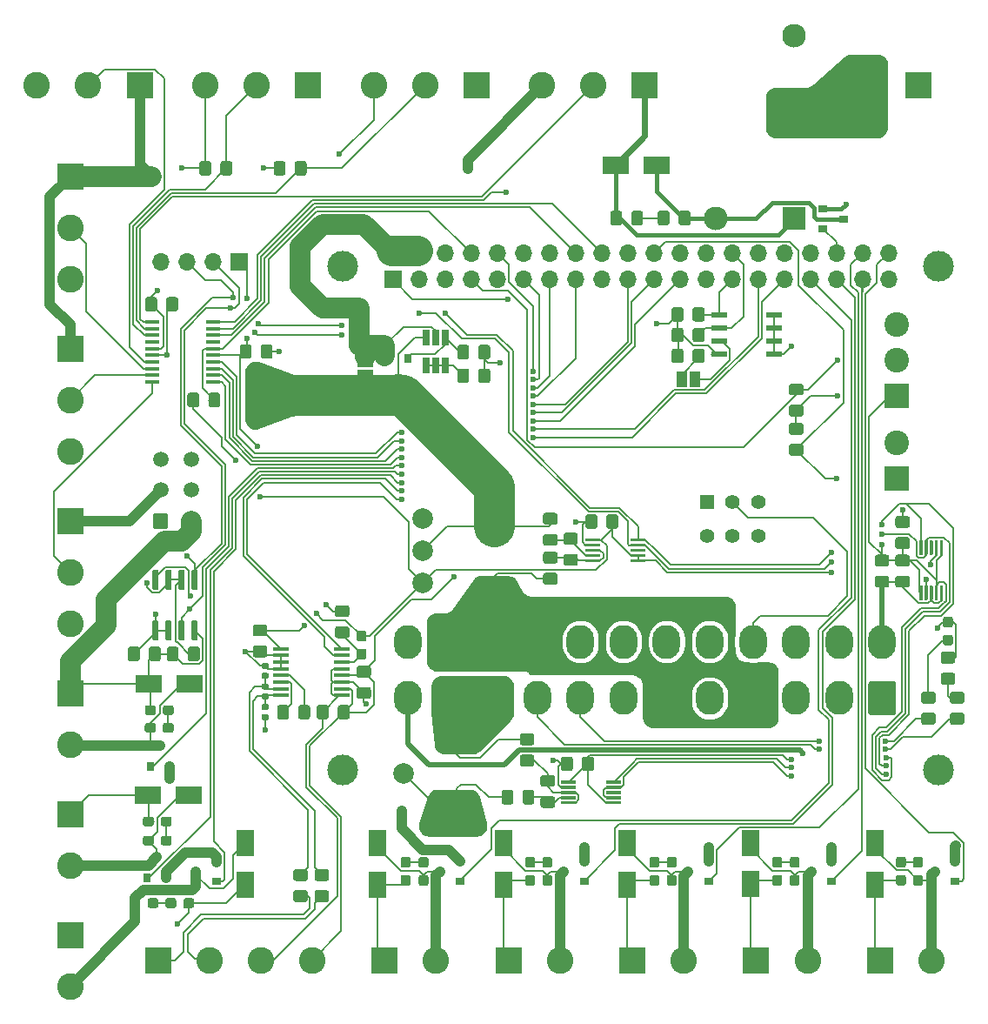
<source format=gbr>
G04 #@! TF.GenerationSoftware,KiCad,Pcbnew,(5.1.5)-3*
G04 #@! TF.CreationDate,2020-03-21T18:00:00+01:00*
G04 #@! TF.ProjectId,fusioncore,66757369-6f6e-4636-9f72-652e6b696361,A*
G04 #@! TF.SameCoordinates,Original*
G04 #@! TF.FileFunction,Copper,L1,Top*
G04 #@! TF.FilePolarity,Positive*
%FSLAX46Y46*%
G04 Gerber Fmt 4.6, Leading zero omitted, Abs format (unit mm)*
G04 Created by KiCad (PCBNEW (5.1.5)-3) date 2020-03-21 18:00:00*
%MOMM*%
%LPD*%
G04 APERTURE LIST*
G04 #@! TA.AperFunction,SMDPad,CuDef*
%ADD10R,0.650000X1.560000*%
G04 #@! TD*
G04 #@! TA.AperFunction,SMDPad,CuDef*
%ADD11C,0.150000*%
G04 #@! TD*
G04 #@! TA.AperFunction,ComponentPad*
%ADD12C,0.150000*%
G04 #@! TD*
G04 #@! TA.AperFunction,ComponentPad*
%ADD13O,2.700000X3.300000*%
G04 #@! TD*
G04 #@! TA.AperFunction,SMDPad,CuDef*
%ADD14R,1.500000X0.450000*%
G04 #@! TD*
G04 #@! TA.AperFunction,ComponentPad*
%ADD15C,2.600000*%
G04 #@! TD*
G04 #@! TA.AperFunction,ComponentPad*
%ADD16R,2.600000X2.600000*%
G04 #@! TD*
G04 #@! TA.AperFunction,ComponentPad*
%ADD17C,2.400000*%
G04 #@! TD*
G04 #@! TA.AperFunction,ComponentPad*
%ADD18R,2.400000X2.400000*%
G04 #@! TD*
G04 #@! TA.AperFunction,SMDPad,CuDef*
%ADD19R,0.900000X0.800000*%
G04 #@! TD*
G04 #@! TA.AperFunction,ComponentPad*
%ADD20C,2.300000*%
G04 #@! TD*
G04 #@! TA.AperFunction,ComponentPad*
%ADD21R,2.300000X2.300000*%
G04 #@! TD*
G04 #@! TA.AperFunction,SMDPad,CuDef*
%ADD22R,2.500000X1.800000*%
G04 #@! TD*
G04 #@! TA.AperFunction,SMDPad,CuDef*
%ADD23R,1.800000X2.500000*%
G04 #@! TD*
G04 #@! TA.AperFunction,SMDPad,CuDef*
%ADD24R,0.800000X0.900000*%
G04 #@! TD*
G04 #@! TA.AperFunction,ComponentPad*
%ADD25O,1.700000X1.700000*%
G04 #@! TD*
G04 #@! TA.AperFunction,ComponentPad*
%ADD26R,1.700000X1.700000*%
G04 #@! TD*
G04 #@! TA.AperFunction,ComponentPad*
%ADD27C,1.500000*%
G04 #@! TD*
G04 #@! TA.AperFunction,ComponentPad*
%ADD28C,1.400000*%
G04 #@! TD*
G04 #@! TA.AperFunction,ComponentPad*
%ADD29R,1.400000X1.400000*%
G04 #@! TD*
G04 #@! TA.AperFunction,SMDPad,CuDef*
%ADD30R,1.450000X0.450000*%
G04 #@! TD*
G04 #@! TA.AperFunction,SMDPad,CuDef*
%ADD31R,1.500000X1.000000*%
G04 #@! TD*
G04 #@! TA.AperFunction,SMDPad,CuDef*
%ADD32R,1.000000X1.500000*%
G04 #@! TD*
G04 #@! TA.AperFunction,ComponentPad*
%ADD33C,2.000000*%
G04 #@! TD*
G04 #@! TA.AperFunction,SMDPad,CuDef*
%ADD34R,1.550000X0.600000*%
G04 #@! TD*
G04 #@! TA.AperFunction,WasherPad*
%ADD35C,3.000000*%
G04 #@! TD*
G04 #@! TA.AperFunction,ViaPad*
%ADD36C,0.600000*%
G04 #@! TD*
G04 #@! TA.AperFunction,ViaPad*
%ADD37C,1.000000*%
G04 #@! TD*
G04 #@! TA.AperFunction,Conductor*
%ADD38C,0.150000*%
G04 #@! TD*
G04 #@! TA.AperFunction,Conductor*
%ADD39C,1.000000*%
G04 #@! TD*
G04 #@! TA.AperFunction,Conductor*
%ADD40C,2.000000*%
G04 #@! TD*
G04 #@! TA.AperFunction,Conductor*
%ADD41C,0.400000*%
G04 #@! TD*
G04 #@! TA.AperFunction,Conductor*
%ADD42C,4.000000*%
G04 #@! TD*
G04 #@! TA.AperFunction,Conductor*
%ADD43C,0.600000*%
G04 #@! TD*
G04 #@! TA.AperFunction,Conductor*
%ADD44C,3.000000*%
G04 #@! TD*
G04 #@! TA.AperFunction,Conductor*
%ADD45C,0.500000*%
G04 #@! TD*
G04 #@! TA.AperFunction,Conductor*
%ADD46C,0.200000*%
G04 #@! TD*
G04 #@! TA.AperFunction,Conductor*
%ADD47C,0.254000*%
G04 #@! TD*
G04 APERTURE END LIST*
D10*
G04 #@! TO.P,Q2,5*
G04 #@! TO.N,/5V_PI*
X91084400Y-71250000D03*
G04 #@! TO.P,Q2,6*
G04 #@! TO.N,/5V*
X90134400Y-71250000D03*
G04 #@! TO.P,Q2,4*
G04 #@! TO.N,Net-(Q1-Pad1)*
X92034400Y-71250000D03*
G04 #@! TO.P,Q2,3*
G04 #@! TO.N,Net-(Q2-Pad1)*
X92034400Y-73950000D03*
G04 #@! TO.P,Q2,2*
X91084400Y-73950000D03*
G04 #@! TO.P,Q2,1*
X90134400Y-73950000D03*
G04 #@! TD*
G04 #@! TA.AperFunction,SMDPad,CuDef*
D11*
G04 #@! TO.P,C7,2*
G04 #@! TO.N,/5V*
G36*
X84574505Y-103201204D02*
G01*
X84598773Y-103204804D01*
X84622572Y-103210765D01*
X84645671Y-103219030D01*
X84667850Y-103229520D01*
X84688893Y-103242132D01*
X84708599Y-103256747D01*
X84726777Y-103273223D01*
X84743253Y-103291401D01*
X84757868Y-103311107D01*
X84770480Y-103332150D01*
X84780970Y-103354329D01*
X84789235Y-103377428D01*
X84795196Y-103401227D01*
X84798796Y-103425495D01*
X84800000Y-103449999D01*
X84800000Y-104100001D01*
X84798796Y-104124505D01*
X84795196Y-104148773D01*
X84789235Y-104172572D01*
X84780970Y-104195671D01*
X84770480Y-104217850D01*
X84757868Y-104238893D01*
X84743253Y-104258599D01*
X84726777Y-104276777D01*
X84708599Y-104293253D01*
X84688893Y-104307868D01*
X84667850Y-104320480D01*
X84645671Y-104330970D01*
X84622572Y-104339235D01*
X84598773Y-104345196D01*
X84574505Y-104348796D01*
X84550001Y-104350000D01*
X83649999Y-104350000D01*
X83625495Y-104348796D01*
X83601227Y-104345196D01*
X83577428Y-104339235D01*
X83554329Y-104330970D01*
X83532150Y-104320480D01*
X83511107Y-104307868D01*
X83491401Y-104293253D01*
X83473223Y-104276777D01*
X83456747Y-104258599D01*
X83442132Y-104238893D01*
X83429520Y-104217850D01*
X83419030Y-104195671D01*
X83410765Y-104172572D01*
X83404804Y-104148773D01*
X83401204Y-104124505D01*
X83400000Y-104100001D01*
X83400000Y-103449999D01*
X83401204Y-103425495D01*
X83404804Y-103401227D01*
X83410765Y-103377428D01*
X83419030Y-103354329D01*
X83429520Y-103332150D01*
X83442132Y-103311107D01*
X83456747Y-103291401D01*
X83473223Y-103273223D01*
X83491401Y-103256747D01*
X83511107Y-103242132D01*
X83532150Y-103229520D01*
X83554329Y-103219030D01*
X83577428Y-103210765D01*
X83601227Y-103204804D01*
X83625495Y-103201204D01*
X83649999Y-103200000D01*
X84550001Y-103200000D01*
X84574505Y-103201204D01*
G37*
G04 #@! TD.AperFunction*
G04 #@! TA.AperFunction,SMDPad,CuDef*
G04 #@! TO.P,C7,1*
G04 #@! TO.N,GND*
G36*
X84574505Y-105251204D02*
G01*
X84598773Y-105254804D01*
X84622572Y-105260765D01*
X84645671Y-105269030D01*
X84667850Y-105279520D01*
X84688893Y-105292132D01*
X84708599Y-105306747D01*
X84726777Y-105323223D01*
X84743253Y-105341401D01*
X84757868Y-105361107D01*
X84770480Y-105382150D01*
X84780970Y-105404329D01*
X84789235Y-105427428D01*
X84795196Y-105451227D01*
X84798796Y-105475495D01*
X84800000Y-105499999D01*
X84800000Y-106150001D01*
X84798796Y-106174505D01*
X84795196Y-106198773D01*
X84789235Y-106222572D01*
X84780970Y-106245671D01*
X84770480Y-106267850D01*
X84757868Y-106288893D01*
X84743253Y-106308599D01*
X84726777Y-106326777D01*
X84708599Y-106343253D01*
X84688893Y-106357868D01*
X84667850Y-106370480D01*
X84645671Y-106380970D01*
X84622572Y-106389235D01*
X84598773Y-106395196D01*
X84574505Y-106398796D01*
X84550001Y-106400000D01*
X83649999Y-106400000D01*
X83625495Y-106398796D01*
X83601227Y-106395196D01*
X83577428Y-106389235D01*
X83554329Y-106380970D01*
X83532150Y-106370480D01*
X83511107Y-106357868D01*
X83491401Y-106343253D01*
X83473223Y-106326777D01*
X83456747Y-106308599D01*
X83442132Y-106288893D01*
X83429520Y-106267850D01*
X83419030Y-106245671D01*
X83410765Y-106222572D01*
X83404804Y-106198773D01*
X83401204Y-106174505D01*
X83400000Y-106150001D01*
X83400000Y-105499999D01*
X83401204Y-105475495D01*
X83404804Y-105451227D01*
X83410765Y-105427428D01*
X83419030Y-105404329D01*
X83429520Y-105382150D01*
X83442132Y-105361107D01*
X83456747Y-105341401D01*
X83473223Y-105323223D01*
X83491401Y-105306747D01*
X83511107Y-105292132D01*
X83532150Y-105279520D01*
X83554329Y-105269030D01*
X83577428Y-105260765D01*
X83601227Y-105254804D01*
X83625495Y-105251204D01*
X83649999Y-105250000D01*
X84550001Y-105250000D01*
X84574505Y-105251204D01*
G37*
G04 #@! TD.AperFunction*
G04 #@! TD*
G04 #@! TA.AperFunction,ComponentPad*
D12*
G04 #@! TO.P,J2,1*
G04 #@! TO.N,/3V3_ATX*
G36*
X135698503Y-104689204D02*
G01*
X135722772Y-104692804D01*
X135746570Y-104698765D01*
X135769670Y-104707030D01*
X135791849Y-104717520D01*
X135812892Y-104730133D01*
X135832598Y-104744748D01*
X135850776Y-104761224D01*
X135867252Y-104779402D01*
X135881867Y-104799108D01*
X135894480Y-104820151D01*
X135904970Y-104842330D01*
X135913235Y-104865430D01*
X135919196Y-104889228D01*
X135922796Y-104913497D01*
X135924000Y-104938001D01*
X135924000Y-107737999D01*
X135922796Y-107762503D01*
X135919196Y-107786772D01*
X135913235Y-107810570D01*
X135904970Y-107833670D01*
X135894480Y-107855849D01*
X135881867Y-107876892D01*
X135867252Y-107896598D01*
X135850776Y-107914776D01*
X135832598Y-107931252D01*
X135812892Y-107945867D01*
X135791849Y-107958480D01*
X135769670Y-107968970D01*
X135746570Y-107977235D01*
X135722772Y-107983196D01*
X135698503Y-107986796D01*
X135673999Y-107988000D01*
X133474001Y-107988000D01*
X133449497Y-107986796D01*
X133425228Y-107983196D01*
X133401430Y-107977235D01*
X133378330Y-107968970D01*
X133356151Y-107958480D01*
X133335108Y-107945867D01*
X133315402Y-107931252D01*
X133297224Y-107914776D01*
X133280748Y-107896598D01*
X133266133Y-107876892D01*
X133253520Y-107855849D01*
X133243030Y-107833670D01*
X133234765Y-107810570D01*
X133228804Y-107786772D01*
X133225204Y-107762503D01*
X133224000Y-107737999D01*
X133224000Y-104938001D01*
X133225204Y-104913497D01*
X133228804Y-104889228D01*
X133234765Y-104865430D01*
X133243030Y-104842330D01*
X133253520Y-104820151D01*
X133266133Y-104799108D01*
X133280748Y-104779402D01*
X133297224Y-104761224D01*
X133315402Y-104744748D01*
X133335108Y-104730133D01*
X133356151Y-104717520D01*
X133378330Y-104707030D01*
X133401430Y-104698765D01*
X133425228Y-104692804D01*
X133449497Y-104689204D01*
X133474001Y-104688000D01*
X135673999Y-104688000D01*
X135698503Y-104689204D01*
G37*
G04 #@! TD.AperFunction*
D13*
G04 #@! TO.P,J2,2*
X130374000Y-106338000D03*
G04 #@! TO.P,J2,3*
G04 #@! TO.N,GND*
X126174000Y-106338000D03*
G04 #@! TO.P,J2,4*
G04 #@! TO.N,/5V_ATX*
X121974000Y-106338000D03*
G04 #@! TO.P,J2,5*
G04 #@! TO.N,GND*
X117774000Y-106338000D03*
G04 #@! TO.P,J2,6*
G04 #@! TO.N,/5V_ATX*
X113574000Y-106338000D03*
G04 #@! TO.P,J2,7*
G04 #@! TO.N,GND*
X109374000Y-106338000D03*
G04 #@! TO.P,J2,8*
G04 #@! TO.N,/PWRG*
X105174000Y-106338000D03*
G04 #@! TO.P,J2,9*
G04 #@! TO.N,/5VSTB*
X100974000Y-106338000D03*
G04 #@! TO.P,J2,10*
G04 #@! TO.N,/12V_ATX*
X96774000Y-106338000D03*
G04 #@! TO.P,J2,11*
X92574000Y-106338000D03*
G04 #@! TO.P,J2,12*
G04 #@! TO.N,/3V3_ATX*
X88374000Y-106338000D03*
G04 #@! TO.P,J2,13*
X134574000Y-100838000D03*
G04 #@! TO.P,J2,14*
G04 #@! TO.N,N/C*
X130374000Y-100838000D03*
G04 #@! TO.P,J2,15*
G04 #@! TO.N,GND*
X126174000Y-100838000D03*
G04 #@! TO.P,J2,16*
G04 #@! TO.N,/PS_ON*
X121974000Y-100838000D03*
G04 #@! TO.P,J2,17*
G04 #@! TO.N,GND*
X117774000Y-100838000D03*
G04 #@! TO.P,J2,18*
X113574000Y-100838000D03*
G04 #@! TO.P,J2,19*
X109374000Y-100838000D03*
G04 #@! TO.P,J2,20*
G04 #@! TO.N,N/C*
X105174000Y-100838000D03*
G04 #@! TO.P,J2,21*
G04 #@! TO.N,/5V_ATX*
X100974000Y-100838000D03*
G04 #@! TO.P,J2,22*
X96774000Y-100838000D03*
G04 #@! TO.P,J2,23*
X92574000Y-100838000D03*
G04 #@! TO.P,J2,24*
G04 #@! TO.N,GND*
X88374000Y-100838000D03*
G04 #@! TD*
D14*
G04 #@! TO.P,U6,16*
G04 #@! TO.N,/Weight_D*
X81950000Y-101525000D03*
G04 #@! TO.P,U6,15*
G04 #@! TO.N,/Weight_CLK*
X81950000Y-102175000D03*
G04 #@! TO.P,U6,14*
G04 #@! TO.N,Net-(C10-Pad2)*
X81950000Y-102825000D03*
G04 #@! TO.P,U6,13*
G04 #@! TO.N,GND*
X81950000Y-103475000D03*
G04 #@! TO.P,U6,12*
G04 #@! TO.N,/5V*
X81950000Y-104125000D03*
G04 #@! TO.P,U6,11*
G04 #@! TO.N,GND*
X81950000Y-104775000D03*
G04 #@! TO.P,U6,10*
G04 #@! TO.N,/5V*
X81950000Y-105425000D03*
G04 #@! TO.P,U6,9*
G04 #@! TO.N,GND*
X81950000Y-106075000D03*
G04 #@! TO.P,U6,8*
G04 #@! TO.N,/AIN-*
X76050000Y-106075000D03*
G04 #@! TO.P,U6,7*
G04 #@! TO.N,/AIN+*
X76050000Y-105425000D03*
G04 #@! TO.P,U6,6*
G04 #@! TO.N,Net-(C11-Pad2)*
X76050000Y-104775000D03*
G04 #@! TO.P,U6,5*
G04 #@! TO.N,Net-(C11-Pad1)*
X76050000Y-104125000D03*
G04 #@! TO.P,U6,4*
G04 #@! TO.N,GND*
X76050000Y-103475000D03*
G04 #@! TO.P,U6,3*
X76050000Y-102825000D03*
G04 #@! TO.P,U6,2*
X76050000Y-102175000D03*
G04 #@! TO.P,U6,1*
G04 #@! TO.N,/3V3*
X76050000Y-101525000D03*
G04 #@! TD*
G04 #@! TA.AperFunction,SMDPad,CuDef*
D11*
G04 #@! TO.P,R25,2*
G04 #@! TO.N,Net-(C10-Pad2)*
G36*
X84160779Y-101526144D02*
G01*
X84183834Y-101529563D01*
X84206443Y-101535227D01*
X84228387Y-101543079D01*
X84249457Y-101553044D01*
X84269448Y-101565026D01*
X84288168Y-101578910D01*
X84305438Y-101594562D01*
X84321090Y-101611832D01*
X84334974Y-101630552D01*
X84346956Y-101650543D01*
X84356921Y-101671613D01*
X84364773Y-101693557D01*
X84370437Y-101716166D01*
X84373856Y-101739221D01*
X84375000Y-101762500D01*
X84375000Y-102337500D01*
X84373856Y-102360779D01*
X84370437Y-102383834D01*
X84364773Y-102406443D01*
X84356921Y-102428387D01*
X84346956Y-102449457D01*
X84334974Y-102469448D01*
X84321090Y-102488168D01*
X84305438Y-102505438D01*
X84288168Y-102521090D01*
X84269448Y-102534974D01*
X84249457Y-102546956D01*
X84228387Y-102556921D01*
X84206443Y-102564773D01*
X84183834Y-102570437D01*
X84160779Y-102573856D01*
X84137500Y-102575000D01*
X83662500Y-102575000D01*
X83639221Y-102573856D01*
X83616166Y-102570437D01*
X83593557Y-102564773D01*
X83571613Y-102556921D01*
X83550543Y-102546956D01*
X83530552Y-102534974D01*
X83511832Y-102521090D01*
X83494562Y-102505438D01*
X83478910Y-102488168D01*
X83465026Y-102469448D01*
X83453044Y-102449457D01*
X83443079Y-102428387D01*
X83435227Y-102406443D01*
X83429563Y-102383834D01*
X83426144Y-102360779D01*
X83425000Y-102337500D01*
X83425000Y-101762500D01*
X83426144Y-101739221D01*
X83429563Y-101716166D01*
X83435227Y-101693557D01*
X83443079Y-101671613D01*
X83453044Y-101650543D01*
X83465026Y-101630552D01*
X83478910Y-101611832D01*
X83494562Y-101594562D01*
X83511832Y-101578910D01*
X83530552Y-101565026D01*
X83550543Y-101553044D01*
X83571613Y-101543079D01*
X83593557Y-101535227D01*
X83616166Y-101529563D01*
X83639221Y-101526144D01*
X83662500Y-101525000D01*
X84137500Y-101525000D01*
X84160779Y-101526144D01*
G37*
G04 #@! TD.AperFunction*
G04 #@! TA.AperFunction,SMDPad,CuDef*
G04 #@! TO.P,R25,1*
G04 #@! TO.N,/3V3*
G36*
X84160779Y-99776144D02*
G01*
X84183834Y-99779563D01*
X84206443Y-99785227D01*
X84228387Y-99793079D01*
X84249457Y-99803044D01*
X84269448Y-99815026D01*
X84288168Y-99828910D01*
X84305438Y-99844562D01*
X84321090Y-99861832D01*
X84334974Y-99880552D01*
X84346956Y-99900543D01*
X84356921Y-99921613D01*
X84364773Y-99943557D01*
X84370437Y-99966166D01*
X84373856Y-99989221D01*
X84375000Y-100012500D01*
X84375000Y-100587500D01*
X84373856Y-100610779D01*
X84370437Y-100633834D01*
X84364773Y-100656443D01*
X84356921Y-100678387D01*
X84346956Y-100699457D01*
X84334974Y-100719448D01*
X84321090Y-100738168D01*
X84305438Y-100755438D01*
X84288168Y-100771090D01*
X84269448Y-100784974D01*
X84249457Y-100796956D01*
X84228387Y-100806921D01*
X84206443Y-100814773D01*
X84183834Y-100820437D01*
X84160779Y-100823856D01*
X84137500Y-100825000D01*
X83662500Y-100825000D01*
X83639221Y-100823856D01*
X83616166Y-100820437D01*
X83593557Y-100814773D01*
X83571613Y-100806921D01*
X83550543Y-100796956D01*
X83530552Y-100784974D01*
X83511832Y-100771090D01*
X83494562Y-100755438D01*
X83478910Y-100738168D01*
X83465026Y-100719448D01*
X83453044Y-100699457D01*
X83443079Y-100678387D01*
X83435227Y-100656443D01*
X83429563Y-100633834D01*
X83426144Y-100610779D01*
X83425000Y-100587500D01*
X83425000Y-100012500D01*
X83426144Y-99989221D01*
X83429563Y-99966166D01*
X83435227Y-99943557D01*
X83443079Y-99921613D01*
X83453044Y-99900543D01*
X83465026Y-99880552D01*
X83478910Y-99861832D01*
X83494562Y-99844562D01*
X83511832Y-99828910D01*
X83530552Y-99815026D01*
X83550543Y-99803044D01*
X83571613Y-99793079D01*
X83593557Y-99785227D01*
X83616166Y-99779563D01*
X83639221Y-99776144D01*
X83662500Y-99775000D01*
X84137500Y-99775000D01*
X84160779Y-99776144D01*
G37*
G04 #@! TD.AperFunction*
G04 #@! TD*
G04 #@! TA.AperFunction,SMDPad,CuDef*
G04 #@! TO.P,C16,2*
G04 #@! TO.N,/AIN-*
G36*
X74686958Y-106905710D02*
G01*
X74701276Y-106907834D01*
X74715317Y-106911351D01*
X74728946Y-106916228D01*
X74742031Y-106922417D01*
X74754447Y-106929858D01*
X74766073Y-106938481D01*
X74776798Y-106948202D01*
X74786519Y-106958927D01*
X74795142Y-106970553D01*
X74802583Y-106982969D01*
X74808772Y-106996054D01*
X74813649Y-107009683D01*
X74817166Y-107023724D01*
X74819290Y-107038042D01*
X74820000Y-107052500D01*
X74820000Y-107347500D01*
X74819290Y-107361958D01*
X74817166Y-107376276D01*
X74813649Y-107390317D01*
X74808772Y-107403946D01*
X74802583Y-107417031D01*
X74795142Y-107429447D01*
X74786519Y-107441073D01*
X74776798Y-107451798D01*
X74766073Y-107461519D01*
X74754447Y-107470142D01*
X74742031Y-107477583D01*
X74728946Y-107483772D01*
X74715317Y-107488649D01*
X74701276Y-107492166D01*
X74686958Y-107494290D01*
X74672500Y-107495000D01*
X74327500Y-107495000D01*
X74313042Y-107494290D01*
X74298724Y-107492166D01*
X74284683Y-107488649D01*
X74271054Y-107483772D01*
X74257969Y-107477583D01*
X74245553Y-107470142D01*
X74233927Y-107461519D01*
X74223202Y-107451798D01*
X74213481Y-107441073D01*
X74204858Y-107429447D01*
X74197417Y-107417031D01*
X74191228Y-107403946D01*
X74186351Y-107390317D01*
X74182834Y-107376276D01*
X74180710Y-107361958D01*
X74180000Y-107347500D01*
X74180000Y-107052500D01*
X74180710Y-107038042D01*
X74182834Y-107023724D01*
X74186351Y-107009683D01*
X74191228Y-106996054D01*
X74197417Y-106982969D01*
X74204858Y-106970553D01*
X74213481Y-106958927D01*
X74223202Y-106948202D01*
X74233927Y-106938481D01*
X74245553Y-106929858D01*
X74257969Y-106922417D01*
X74271054Y-106916228D01*
X74284683Y-106911351D01*
X74298724Y-106907834D01*
X74313042Y-106905710D01*
X74327500Y-106905000D01*
X74672500Y-106905000D01*
X74686958Y-106905710D01*
G37*
G04 #@! TD.AperFunction*
G04 #@! TA.AperFunction,SMDPad,CuDef*
G04 #@! TO.P,C16,1*
G04 #@! TO.N,GND*
G36*
X74686958Y-107875710D02*
G01*
X74701276Y-107877834D01*
X74715317Y-107881351D01*
X74728946Y-107886228D01*
X74742031Y-107892417D01*
X74754447Y-107899858D01*
X74766073Y-107908481D01*
X74776798Y-107918202D01*
X74786519Y-107928927D01*
X74795142Y-107940553D01*
X74802583Y-107952969D01*
X74808772Y-107966054D01*
X74813649Y-107979683D01*
X74817166Y-107993724D01*
X74819290Y-108008042D01*
X74820000Y-108022500D01*
X74820000Y-108317500D01*
X74819290Y-108331958D01*
X74817166Y-108346276D01*
X74813649Y-108360317D01*
X74808772Y-108373946D01*
X74802583Y-108387031D01*
X74795142Y-108399447D01*
X74786519Y-108411073D01*
X74776798Y-108421798D01*
X74766073Y-108431519D01*
X74754447Y-108440142D01*
X74742031Y-108447583D01*
X74728946Y-108453772D01*
X74715317Y-108458649D01*
X74701276Y-108462166D01*
X74686958Y-108464290D01*
X74672500Y-108465000D01*
X74327500Y-108465000D01*
X74313042Y-108464290D01*
X74298724Y-108462166D01*
X74284683Y-108458649D01*
X74271054Y-108453772D01*
X74257969Y-108447583D01*
X74245553Y-108440142D01*
X74233927Y-108431519D01*
X74223202Y-108421798D01*
X74213481Y-108411073D01*
X74204858Y-108399447D01*
X74197417Y-108387031D01*
X74191228Y-108373946D01*
X74186351Y-108360317D01*
X74182834Y-108346276D01*
X74180710Y-108331958D01*
X74180000Y-108317500D01*
X74180000Y-108022500D01*
X74180710Y-108008042D01*
X74182834Y-107993724D01*
X74186351Y-107979683D01*
X74191228Y-107966054D01*
X74197417Y-107952969D01*
X74204858Y-107940553D01*
X74213481Y-107928927D01*
X74223202Y-107918202D01*
X74233927Y-107908481D01*
X74245553Y-107899858D01*
X74257969Y-107892417D01*
X74271054Y-107886228D01*
X74284683Y-107881351D01*
X74298724Y-107877834D01*
X74313042Y-107875710D01*
X74327500Y-107875000D01*
X74672500Y-107875000D01*
X74686958Y-107875710D01*
G37*
G04 #@! TD.AperFunction*
G04 #@! TD*
G04 #@! TA.AperFunction,SMDPad,CuDef*
G04 #@! TO.P,C15,2*
G04 #@! TO.N,/AIN+*
G36*
X74686958Y-104905710D02*
G01*
X74701276Y-104907834D01*
X74715317Y-104911351D01*
X74728946Y-104916228D01*
X74742031Y-104922417D01*
X74754447Y-104929858D01*
X74766073Y-104938481D01*
X74776798Y-104948202D01*
X74786519Y-104958927D01*
X74795142Y-104970553D01*
X74802583Y-104982969D01*
X74808772Y-104996054D01*
X74813649Y-105009683D01*
X74817166Y-105023724D01*
X74819290Y-105038042D01*
X74820000Y-105052500D01*
X74820000Y-105347500D01*
X74819290Y-105361958D01*
X74817166Y-105376276D01*
X74813649Y-105390317D01*
X74808772Y-105403946D01*
X74802583Y-105417031D01*
X74795142Y-105429447D01*
X74786519Y-105441073D01*
X74776798Y-105451798D01*
X74766073Y-105461519D01*
X74754447Y-105470142D01*
X74742031Y-105477583D01*
X74728946Y-105483772D01*
X74715317Y-105488649D01*
X74701276Y-105492166D01*
X74686958Y-105494290D01*
X74672500Y-105495000D01*
X74327500Y-105495000D01*
X74313042Y-105494290D01*
X74298724Y-105492166D01*
X74284683Y-105488649D01*
X74271054Y-105483772D01*
X74257969Y-105477583D01*
X74245553Y-105470142D01*
X74233927Y-105461519D01*
X74223202Y-105451798D01*
X74213481Y-105441073D01*
X74204858Y-105429447D01*
X74197417Y-105417031D01*
X74191228Y-105403946D01*
X74186351Y-105390317D01*
X74182834Y-105376276D01*
X74180710Y-105361958D01*
X74180000Y-105347500D01*
X74180000Y-105052500D01*
X74180710Y-105038042D01*
X74182834Y-105023724D01*
X74186351Y-105009683D01*
X74191228Y-104996054D01*
X74197417Y-104982969D01*
X74204858Y-104970553D01*
X74213481Y-104958927D01*
X74223202Y-104948202D01*
X74233927Y-104938481D01*
X74245553Y-104929858D01*
X74257969Y-104922417D01*
X74271054Y-104916228D01*
X74284683Y-104911351D01*
X74298724Y-104907834D01*
X74313042Y-104905710D01*
X74327500Y-104905000D01*
X74672500Y-104905000D01*
X74686958Y-104905710D01*
G37*
G04 #@! TD.AperFunction*
G04 #@! TA.AperFunction,SMDPad,CuDef*
G04 #@! TO.P,C15,1*
G04 #@! TO.N,/AIN-*
G36*
X74686958Y-105875710D02*
G01*
X74701276Y-105877834D01*
X74715317Y-105881351D01*
X74728946Y-105886228D01*
X74742031Y-105892417D01*
X74754447Y-105899858D01*
X74766073Y-105908481D01*
X74776798Y-105918202D01*
X74786519Y-105928927D01*
X74795142Y-105940553D01*
X74802583Y-105952969D01*
X74808772Y-105966054D01*
X74813649Y-105979683D01*
X74817166Y-105993724D01*
X74819290Y-106008042D01*
X74820000Y-106022500D01*
X74820000Y-106317500D01*
X74819290Y-106331958D01*
X74817166Y-106346276D01*
X74813649Y-106360317D01*
X74808772Y-106373946D01*
X74802583Y-106387031D01*
X74795142Y-106399447D01*
X74786519Y-106411073D01*
X74776798Y-106421798D01*
X74766073Y-106431519D01*
X74754447Y-106440142D01*
X74742031Y-106447583D01*
X74728946Y-106453772D01*
X74715317Y-106458649D01*
X74701276Y-106462166D01*
X74686958Y-106464290D01*
X74672500Y-106465000D01*
X74327500Y-106465000D01*
X74313042Y-106464290D01*
X74298724Y-106462166D01*
X74284683Y-106458649D01*
X74271054Y-106453772D01*
X74257969Y-106447583D01*
X74245553Y-106440142D01*
X74233927Y-106431519D01*
X74223202Y-106421798D01*
X74213481Y-106411073D01*
X74204858Y-106399447D01*
X74197417Y-106387031D01*
X74191228Y-106373946D01*
X74186351Y-106360317D01*
X74182834Y-106346276D01*
X74180710Y-106331958D01*
X74180000Y-106317500D01*
X74180000Y-106022500D01*
X74180710Y-106008042D01*
X74182834Y-105993724D01*
X74186351Y-105979683D01*
X74191228Y-105966054D01*
X74197417Y-105952969D01*
X74204858Y-105940553D01*
X74213481Y-105928927D01*
X74223202Y-105918202D01*
X74233927Y-105908481D01*
X74245553Y-105899858D01*
X74257969Y-105892417D01*
X74271054Y-105886228D01*
X74284683Y-105881351D01*
X74298724Y-105877834D01*
X74313042Y-105875710D01*
X74327500Y-105875000D01*
X74672500Y-105875000D01*
X74686958Y-105875710D01*
G37*
G04 #@! TD.AperFunction*
G04 #@! TD*
G04 #@! TA.AperFunction,SMDPad,CuDef*
G04 #@! TO.P,C10,2*
G04 #@! TO.N,Net-(C10-Pad2)*
G36*
X82474505Y-99351204D02*
G01*
X82498773Y-99354804D01*
X82522572Y-99360765D01*
X82545671Y-99369030D01*
X82567850Y-99379520D01*
X82588893Y-99392132D01*
X82608599Y-99406747D01*
X82626777Y-99423223D01*
X82643253Y-99441401D01*
X82657868Y-99461107D01*
X82670480Y-99482150D01*
X82680970Y-99504329D01*
X82689235Y-99527428D01*
X82695196Y-99551227D01*
X82698796Y-99575495D01*
X82700000Y-99599999D01*
X82700000Y-100250001D01*
X82698796Y-100274505D01*
X82695196Y-100298773D01*
X82689235Y-100322572D01*
X82680970Y-100345671D01*
X82670480Y-100367850D01*
X82657868Y-100388893D01*
X82643253Y-100408599D01*
X82626777Y-100426777D01*
X82608599Y-100443253D01*
X82588893Y-100457868D01*
X82567850Y-100470480D01*
X82545671Y-100480970D01*
X82522572Y-100489235D01*
X82498773Y-100495196D01*
X82474505Y-100498796D01*
X82450001Y-100500000D01*
X81549999Y-100500000D01*
X81525495Y-100498796D01*
X81501227Y-100495196D01*
X81477428Y-100489235D01*
X81454329Y-100480970D01*
X81432150Y-100470480D01*
X81411107Y-100457868D01*
X81391401Y-100443253D01*
X81373223Y-100426777D01*
X81356747Y-100408599D01*
X81342132Y-100388893D01*
X81329520Y-100367850D01*
X81319030Y-100345671D01*
X81310765Y-100322572D01*
X81304804Y-100298773D01*
X81301204Y-100274505D01*
X81300000Y-100250001D01*
X81300000Y-99599999D01*
X81301204Y-99575495D01*
X81304804Y-99551227D01*
X81310765Y-99527428D01*
X81319030Y-99504329D01*
X81329520Y-99482150D01*
X81342132Y-99461107D01*
X81356747Y-99441401D01*
X81373223Y-99423223D01*
X81391401Y-99406747D01*
X81411107Y-99392132D01*
X81432150Y-99379520D01*
X81454329Y-99369030D01*
X81477428Y-99360765D01*
X81501227Y-99354804D01*
X81525495Y-99351204D01*
X81549999Y-99350000D01*
X82450001Y-99350000D01*
X82474505Y-99351204D01*
G37*
G04 #@! TD.AperFunction*
G04 #@! TA.AperFunction,SMDPad,CuDef*
G04 #@! TO.P,C10,1*
G04 #@! TO.N,GND*
G36*
X82474505Y-97301204D02*
G01*
X82498773Y-97304804D01*
X82522572Y-97310765D01*
X82545671Y-97319030D01*
X82567850Y-97329520D01*
X82588893Y-97342132D01*
X82608599Y-97356747D01*
X82626777Y-97373223D01*
X82643253Y-97391401D01*
X82657868Y-97411107D01*
X82670480Y-97432150D01*
X82680970Y-97454329D01*
X82689235Y-97477428D01*
X82695196Y-97501227D01*
X82698796Y-97525495D01*
X82700000Y-97549999D01*
X82700000Y-98200001D01*
X82698796Y-98224505D01*
X82695196Y-98248773D01*
X82689235Y-98272572D01*
X82680970Y-98295671D01*
X82670480Y-98317850D01*
X82657868Y-98338893D01*
X82643253Y-98358599D01*
X82626777Y-98376777D01*
X82608599Y-98393253D01*
X82588893Y-98407868D01*
X82567850Y-98420480D01*
X82545671Y-98430970D01*
X82522572Y-98439235D01*
X82498773Y-98445196D01*
X82474505Y-98448796D01*
X82450001Y-98450000D01*
X81549999Y-98450000D01*
X81525495Y-98448796D01*
X81501227Y-98445196D01*
X81477428Y-98439235D01*
X81454329Y-98430970D01*
X81432150Y-98420480D01*
X81411107Y-98407868D01*
X81391401Y-98393253D01*
X81373223Y-98376777D01*
X81356747Y-98358599D01*
X81342132Y-98338893D01*
X81329520Y-98317850D01*
X81319030Y-98295671D01*
X81310765Y-98272572D01*
X81304804Y-98248773D01*
X81301204Y-98224505D01*
X81300000Y-98200001D01*
X81300000Y-97549999D01*
X81301204Y-97525495D01*
X81304804Y-97501227D01*
X81310765Y-97477428D01*
X81319030Y-97454329D01*
X81329520Y-97432150D01*
X81342132Y-97411107D01*
X81356747Y-97391401D01*
X81373223Y-97373223D01*
X81391401Y-97356747D01*
X81411107Y-97342132D01*
X81432150Y-97329520D01*
X81454329Y-97319030D01*
X81477428Y-97310765D01*
X81501227Y-97304804D01*
X81525495Y-97301204D01*
X81549999Y-97300000D01*
X82450001Y-97300000D01*
X82474505Y-97301204D01*
G37*
G04 #@! TD.AperFunction*
G04 #@! TD*
G04 #@! TA.AperFunction,SMDPad,CuDef*
G04 #@! TO.P,C9,2*
G04 #@! TO.N,GND*
G36*
X74686958Y-102905710D02*
G01*
X74701276Y-102907834D01*
X74715317Y-102911351D01*
X74728946Y-102916228D01*
X74742031Y-102922417D01*
X74754447Y-102929858D01*
X74766073Y-102938481D01*
X74776798Y-102948202D01*
X74786519Y-102958927D01*
X74795142Y-102970553D01*
X74802583Y-102982969D01*
X74808772Y-102996054D01*
X74813649Y-103009683D01*
X74817166Y-103023724D01*
X74819290Y-103038042D01*
X74820000Y-103052500D01*
X74820000Y-103347500D01*
X74819290Y-103361958D01*
X74817166Y-103376276D01*
X74813649Y-103390317D01*
X74808772Y-103403946D01*
X74802583Y-103417031D01*
X74795142Y-103429447D01*
X74786519Y-103441073D01*
X74776798Y-103451798D01*
X74766073Y-103461519D01*
X74754447Y-103470142D01*
X74742031Y-103477583D01*
X74728946Y-103483772D01*
X74715317Y-103488649D01*
X74701276Y-103492166D01*
X74686958Y-103494290D01*
X74672500Y-103495000D01*
X74327500Y-103495000D01*
X74313042Y-103494290D01*
X74298724Y-103492166D01*
X74284683Y-103488649D01*
X74271054Y-103483772D01*
X74257969Y-103477583D01*
X74245553Y-103470142D01*
X74233927Y-103461519D01*
X74223202Y-103451798D01*
X74213481Y-103441073D01*
X74204858Y-103429447D01*
X74197417Y-103417031D01*
X74191228Y-103403946D01*
X74186351Y-103390317D01*
X74182834Y-103376276D01*
X74180710Y-103361958D01*
X74180000Y-103347500D01*
X74180000Y-103052500D01*
X74180710Y-103038042D01*
X74182834Y-103023724D01*
X74186351Y-103009683D01*
X74191228Y-102996054D01*
X74197417Y-102982969D01*
X74204858Y-102970553D01*
X74213481Y-102958927D01*
X74223202Y-102948202D01*
X74233927Y-102938481D01*
X74245553Y-102929858D01*
X74257969Y-102922417D01*
X74271054Y-102916228D01*
X74284683Y-102911351D01*
X74298724Y-102907834D01*
X74313042Y-102905710D01*
X74327500Y-102905000D01*
X74672500Y-102905000D01*
X74686958Y-102905710D01*
G37*
G04 #@! TD.AperFunction*
G04 #@! TA.AperFunction,SMDPad,CuDef*
G04 #@! TO.P,C9,1*
G04 #@! TO.N,/AIN+*
G36*
X74686958Y-103875710D02*
G01*
X74701276Y-103877834D01*
X74715317Y-103881351D01*
X74728946Y-103886228D01*
X74742031Y-103892417D01*
X74754447Y-103899858D01*
X74766073Y-103908481D01*
X74776798Y-103918202D01*
X74786519Y-103928927D01*
X74795142Y-103940553D01*
X74802583Y-103952969D01*
X74808772Y-103966054D01*
X74813649Y-103979683D01*
X74817166Y-103993724D01*
X74819290Y-104008042D01*
X74820000Y-104022500D01*
X74820000Y-104317500D01*
X74819290Y-104331958D01*
X74817166Y-104346276D01*
X74813649Y-104360317D01*
X74808772Y-104373946D01*
X74802583Y-104387031D01*
X74795142Y-104399447D01*
X74786519Y-104411073D01*
X74776798Y-104421798D01*
X74766073Y-104431519D01*
X74754447Y-104440142D01*
X74742031Y-104447583D01*
X74728946Y-104453772D01*
X74715317Y-104458649D01*
X74701276Y-104462166D01*
X74686958Y-104464290D01*
X74672500Y-104465000D01*
X74327500Y-104465000D01*
X74313042Y-104464290D01*
X74298724Y-104462166D01*
X74284683Y-104458649D01*
X74271054Y-104453772D01*
X74257969Y-104447583D01*
X74245553Y-104440142D01*
X74233927Y-104431519D01*
X74223202Y-104421798D01*
X74213481Y-104411073D01*
X74204858Y-104399447D01*
X74197417Y-104387031D01*
X74191228Y-104373946D01*
X74186351Y-104360317D01*
X74182834Y-104346276D01*
X74180710Y-104331958D01*
X74180000Y-104317500D01*
X74180000Y-104022500D01*
X74180710Y-104008042D01*
X74182834Y-103993724D01*
X74186351Y-103979683D01*
X74191228Y-103966054D01*
X74197417Y-103952969D01*
X74204858Y-103940553D01*
X74213481Y-103928927D01*
X74223202Y-103918202D01*
X74233927Y-103908481D01*
X74245553Y-103899858D01*
X74257969Y-103892417D01*
X74271054Y-103886228D01*
X74284683Y-103881351D01*
X74298724Y-103877834D01*
X74313042Y-103875710D01*
X74327500Y-103875000D01*
X74672500Y-103875000D01*
X74686958Y-103875710D01*
G37*
G04 #@! TD.AperFunction*
G04 #@! TD*
G04 #@! TA.AperFunction,SMDPad,CuDef*
G04 #@! TO.P,C14,2*
G04 #@! TO.N,/3V3*
G36*
X74474505Y-99176204D02*
G01*
X74498773Y-99179804D01*
X74522572Y-99185765D01*
X74545671Y-99194030D01*
X74567850Y-99204520D01*
X74588893Y-99217132D01*
X74608599Y-99231747D01*
X74626777Y-99248223D01*
X74643253Y-99266401D01*
X74657868Y-99286107D01*
X74670480Y-99307150D01*
X74680970Y-99329329D01*
X74689235Y-99352428D01*
X74695196Y-99376227D01*
X74698796Y-99400495D01*
X74700000Y-99424999D01*
X74700000Y-100075001D01*
X74698796Y-100099505D01*
X74695196Y-100123773D01*
X74689235Y-100147572D01*
X74680970Y-100170671D01*
X74670480Y-100192850D01*
X74657868Y-100213893D01*
X74643253Y-100233599D01*
X74626777Y-100251777D01*
X74608599Y-100268253D01*
X74588893Y-100282868D01*
X74567850Y-100295480D01*
X74545671Y-100305970D01*
X74522572Y-100314235D01*
X74498773Y-100320196D01*
X74474505Y-100323796D01*
X74450001Y-100325000D01*
X73549999Y-100325000D01*
X73525495Y-100323796D01*
X73501227Y-100320196D01*
X73477428Y-100314235D01*
X73454329Y-100305970D01*
X73432150Y-100295480D01*
X73411107Y-100282868D01*
X73391401Y-100268253D01*
X73373223Y-100251777D01*
X73356747Y-100233599D01*
X73342132Y-100213893D01*
X73329520Y-100192850D01*
X73319030Y-100170671D01*
X73310765Y-100147572D01*
X73304804Y-100123773D01*
X73301204Y-100099505D01*
X73300000Y-100075001D01*
X73300000Y-99424999D01*
X73301204Y-99400495D01*
X73304804Y-99376227D01*
X73310765Y-99352428D01*
X73319030Y-99329329D01*
X73329520Y-99307150D01*
X73342132Y-99286107D01*
X73356747Y-99266401D01*
X73373223Y-99248223D01*
X73391401Y-99231747D01*
X73411107Y-99217132D01*
X73432150Y-99204520D01*
X73454329Y-99194030D01*
X73477428Y-99185765D01*
X73501227Y-99179804D01*
X73525495Y-99176204D01*
X73549999Y-99175000D01*
X74450001Y-99175000D01*
X74474505Y-99176204D01*
G37*
G04 #@! TD.AperFunction*
G04 #@! TA.AperFunction,SMDPad,CuDef*
G04 #@! TO.P,C14,1*
G04 #@! TO.N,GND*
G36*
X74474505Y-101226204D02*
G01*
X74498773Y-101229804D01*
X74522572Y-101235765D01*
X74545671Y-101244030D01*
X74567850Y-101254520D01*
X74588893Y-101267132D01*
X74608599Y-101281747D01*
X74626777Y-101298223D01*
X74643253Y-101316401D01*
X74657868Y-101336107D01*
X74670480Y-101357150D01*
X74680970Y-101379329D01*
X74689235Y-101402428D01*
X74695196Y-101426227D01*
X74698796Y-101450495D01*
X74700000Y-101474999D01*
X74700000Y-102125001D01*
X74698796Y-102149505D01*
X74695196Y-102173773D01*
X74689235Y-102197572D01*
X74680970Y-102220671D01*
X74670480Y-102242850D01*
X74657868Y-102263893D01*
X74643253Y-102283599D01*
X74626777Y-102301777D01*
X74608599Y-102318253D01*
X74588893Y-102332868D01*
X74567850Y-102345480D01*
X74545671Y-102355970D01*
X74522572Y-102364235D01*
X74498773Y-102370196D01*
X74474505Y-102373796D01*
X74450001Y-102375000D01*
X73549999Y-102375000D01*
X73525495Y-102373796D01*
X73501227Y-102370196D01*
X73477428Y-102364235D01*
X73454329Y-102355970D01*
X73432150Y-102345480D01*
X73411107Y-102332868D01*
X73391401Y-102318253D01*
X73373223Y-102301777D01*
X73356747Y-102283599D01*
X73342132Y-102263893D01*
X73329520Y-102242850D01*
X73319030Y-102220671D01*
X73310765Y-102197572D01*
X73304804Y-102173773D01*
X73301204Y-102149505D01*
X73300000Y-102125001D01*
X73300000Y-101474999D01*
X73301204Y-101450495D01*
X73304804Y-101426227D01*
X73310765Y-101402428D01*
X73319030Y-101379329D01*
X73329520Y-101357150D01*
X73342132Y-101336107D01*
X73356747Y-101316401D01*
X73373223Y-101298223D01*
X73391401Y-101281747D01*
X73411107Y-101267132D01*
X73432150Y-101254520D01*
X73454329Y-101244030D01*
X73477428Y-101235765D01*
X73501227Y-101229804D01*
X73525495Y-101226204D01*
X73549999Y-101225000D01*
X74450001Y-101225000D01*
X74474505Y-101226204D01*
G37*
G04 #@! TD.AperFunction*
G04 #@! TD*
G04 #@! TA.AperFunction,SMDPad,CuDef*
G04 #@! TO.P,C13,2*
G04 #@! TO.N,/3V3*
G36*
X72949505Y-71901204D02*
G01*
X72973773Y-71904804D01*
X72997572Y-71910765D01*
X73020671Y-71919030D01*
X73042850Y-71929520D01*
X73063893Y-71942132D01*
X73083599Y-71956747D01*
X73101777Y-71973223D01*
X73118253Y-71991401D01*
X73132868Y-72011107D01*
X73145480Y-72032150D01*
X73155970Y-72054329D01*
X73164235Y-72077428D01*
X73170196Y-72101227D01*
X73173796Y-72125495D01*
X73175000Y-72149999D01*
X73175000Y-73050001D01*
X73173796Y-73074505D01*
X73170196Y-73098773D01*
X73164235Y-73122572D01*
X73155970Y-73145671D01*
X73145480Y-73167850D01*
X73132868Y-73188893D01*
X73118253Y-73208599D01*
X73101777Y-73226777D01*
X73083599Y-73243253D01*
X73063893Y-73257868D01*
X73042850Y-73270480D01*
X73020671Y-73280970D01*
X72997572Y-73289235D01*
X72973773Y-73295196D01*
X72949505Y-73298796D01*
X72925001Y-73300000D01*
X72274999Y-73300000D01*
X72250495Y-73298796D01*
X72226227Y-73295196D01*
X72202428Y-73289235D01*
X72179329Y-73280970D01*
X72157150Y-73270480D01*
X72136107Y-73257868D01*
X72116401Y-73243253D01*
X72098223Y-73226777D01*
X72081747Y-73208599D01*
X72067132Y-73188893D01*
X72054520Y-73167850D01*
X72044030Y-73145671D01*
X72035765Y-73122572D01*
X72029804Y-73098773D01*
X72026204Y-73074505D01*
X72025000Y-73050001D01*
X72025000Y-72149999D01*
X72026204Y-72125495D01*
X72029804Y-72101227D01*
X72035765Y-72077428D01*
X72044030Y-72054329D01*
X72054520Y-72032150D01*
X72067132Y-72011107D01*
X72081747Y-71991401D01*
X72098223Y-71973223D01*
X72116401Y-71956747D01*
X72136107Y-71942132D01*
X72157150Y-71929520D01*
X72179329Y-71919030D01*
X72202428Y-71910765D01*
X72226227Y-71904804D01*
X72250495Y-71901204D01*
X72274999Y-71900000D01*
X72925001Y-71900000D01*
X72949505Y-71901204D01*
G37*
G04 #@! TD.AperFunction*
G04 #@! TA.AperFunction,SMDPad,CuDef*
G04 #@! TO.P,C13,1*
G04 #@! TO.N,GND*
G36*
X74999505Y-71901204D02*
G01*
X75023773Y-71904804D01*
X75047572Y-71910765D01*
X75070671Y-71919030D01*
X75092850Y-71929520D01*
X75113893Y-71942132D01*
X75133599Y-71956747D01*
X75151777Y-71973223D01*
X75168253Y-71991401D01*
X75182868Y-72011107D01*
X75195480Y-72032150D01*
X75205970Y-72054329D01*
X75214235Y-72077428D01*
X75220196Y-72101227D01*
X75223796Y-72125495D01*
X75225000Y-72149999D01*
X75225000Y-73050001D01*
X75223796Y-73074505D01*
X75220196Y-73098773D01*
X75214235Y-73122572D01*
X75205970Y-73145671D01*
X75195480Y-73167850D01*
X75182868Y-73188893D01*
X75168253Y-73208599D01*
X75151777Y-73226777D01*
X75133599Y-73243253D01*
X75113893Y-73257868D01*
X75092850Y-73270480D01*
X75070671Y-73280970D01*
X75047572Y-73289235D01*
X75023773Y-73295196D01*
X74999505Y-73298796D01*
X74975001Y-73300000D01*
X74324999Y-73300000D01*
X74300495Y-73298796D01*
X74276227Y-73295196D01*
X74252428Y-73289235D01*
X74229329Y-73280970D01*
X74207150Y-73270480D01*
X74186107Y-73257868D01*
X74166401Y-73243253D01*
X74148223Y-73226777D01*
X74131747Y-73208599D01*
X74117132Y-73188893D01*
X74104520Y-73167850D01*
X74094030Y-73145671D01*
X74085765Y-73122572D01*
X74079804Y-73098773D01*
X74076204Y-73074505D01*
X74075000Y-73050001D01*
X74075000Y-72149999D01*
X74076204Y-72125495D01*
X74079804Y-72101227D01*
X74085765Y-72077428D01*
X74094030Y-72054329D01*
X74104520Y-72032150D01*
X74117132Y-72011107D01*
X74131747Y-71991401D01*
X74148223Y-71973223D01*
X74166401Y-71956747D01*
X74186107Y-71942132D01*
X74207150Y-71929520D01*
X74229329Y-71919030D01*
X74252428Y-71910765D01*
X74276227Y-71904804D01*
X74300495Y-71901204D01*
X74324999Y-71900000D01*
X74975001Y-71900000D01*
X74999505Y-71901204D01*
G37*
G04 #@! TD.AperFunction*
G04 #@! TD*
G04 #@! TA.AperFunction,SMDPad,CuDef*
G04 #@! TO.P,C12,2*
G04 #@! TO.N,/5V*
G36*
X65799505Y-67301204D02*
G01*
X65823773Y-67304804D01*
X65847572Y-67310765D01*
X65870671Y-67319030D01*
X65892850Y-67329520D01*
X65913893Y-67342132D01*
X65933599Y-67356747D01*
X65951777Y-67373223D01*
X65968253Y-67391401D01*
X65982868Y-67411107D01*
X65995480Y-67432150D01*
X66005970Y-67454329D01*
X66014235Y-67477428D01*
X66020196Y-67501227D01*
X66023796Y-67525495D01*
X66025000Y-67549999D01*
X66025000Y-68450001D01*
X66023796Y-68474505D01*
X66020196Y-68498773D01*
X66014235Y-68522572D01*
X66005970Y-68545671D01*
X65995480Y-68567850D01*
X65982868Y-68588893D01*
X65968253Y-68608599D01*
X65951777Y-68626777D01*
X65933599Y-68643253D01*
X65913893Y-68657868D01*
X65892850Y-68670480D01*
X65870671Y-68680970D01*
X65847572Y-68689235D01*
X65823773Y-68695196D01*
X65799505Y-68698796D01*
X65775001Y-68700000D01*
X65124999Y-68700000D01*
X65100495Y-68698796D01*
X65076227Y-68695196D01*
X65052428Y-68689235D01*
X65029329Y-68680970D01*
X65007150Y-68670480D01*
X64986107Y-68657868D01*
X64966401Y-68643253D01*
X64948223Y-68626777D01*
X64931747Y-68608599D01*
X64917132Y-68588893D01*
X64904520Y-68567850D01*
X64894030Y-68545671D01*
X64885765Y-68522572D01*
X64879804Y-68498773D01*
X64876204Y-68474505D01*
X64875000Y-68450001D01*
X64875000Y-67549999D01*
X64876204Y-67525495D01*
X64879804Y-67501227D01*
X64885765Y-67477428D01*
X64894030Y-67454329D01*
X64904520Y-67432150D01*
X64917132Y-67411107D01*
X64931747Y-67391401D01*
X64948223Y-67373223D01*
X64966401Y-67356747D01*
X64986107Y-67342132D01*
X65007150Y-67329520D01*
X65029329Y-67319030D01*
X65052428Y-67310765D01*
X65076227Y-67304804D01*
X65100495Y-67301204D01*
X65124999Y-67300000D01*
X65775001Y-67300000D01*
X65799505Y-67301204D01*
G37*
G04 #@! TD.AperFunction*
G04 #@! TA.AperFunction,SMDPad,CuDef*
G04 #@! TO.P,C12,1*
G04 #@! TO.N,GND*
G36*
X63749505Y-67301204D02*
G01*
X63773773Y-67304804D01*
X63797572Y-67310765D01*
X63820671Y-67319030D01*
X63842850Y-67329520D01*
X63863893Y-67342132D01*
X63883599Y-67356747D01*
X63901777Y-67373223D01*
X63918253Y-67391401D01*
X63932868Y-67411107D01*
X63945480Y-67432150D01*
X63955970Y-67454329D01*
X63964235Y-67477428D01*
X63970196Y-67501227D01*
X63973796Y-67525495D01*
X63975000Y-67549999D01*
X63975000Y-68450001D01*
X63973796Y-68474505D01*
X63970196Y-68498773D01*
X63964235Y-68522572D01*
X63955970Y-68545671D01*
X63945480Y-68567850D01*
X63932868Y-68588893D01*
X63918253Y-68608599D01*
X63901777Y-68626777D01*
X63883599Y-68643253D01*
X63863893Y-68657868D01*
X63842850Y-68670480D01*
X63820671Y-68680970D01*
X63797572Y-68689235D01*
X63773773Y-68695196D01*
X63749505Y-68698796D01*
X63725001Y-68700000D01*
X63074999Y-68700000D01*
X63050495Y-68698796D01*
X63026227Y-68695196D01*
X63002428Y-68689235D01*
X62979329Y-68680970D01*
X62957150Y-68670480D01*
X62936107Y-68657868D01*
X62916401Y-68643253D01*
X62898223Y-68626777D01*
X62881747Y-68608599D01*
X62867132Y-68588893D01*
X62854520Y-68567850D01*
X62844030Y-68545671D01*
X62835765Y-68522572D01*
X62829804Y-68498773D01*
X62826204Y-68474505D01*
X62825000Y-68450001D01*
X62825000Y-67549999D01*
X62826204Y-67525495D01*
X62829804Y-67501227D01*
X62835765Y-67477428D01*
X62844030Y-67454329D01*
X62854520Y-67432150D01*
X62867132Y-67411107D01*
X62881747Y-67391401D01*
X62898223Y-67373223D01*
X62916401Y-67356747D01*
X62936107Y-67342132D01*
X62957150Y-67329520D01*
X62979329Y-67319030D01*
X63002428Y-67310765D01*
X63026227Y-67304804D01*
X63050495Y-67301204D01*
X63074999Y-67300000D01*
X63725001Y-67300000D01*
X63749505Y-67301204D01*
G37*
G04 #@! TD.AperFunction*
G04 #@! TD*
D15*
G04 #@! TO.P,J24,2*
G04 #@! TO.N,Net-(J24-Pad2)*
X133087100Y-46697900D03*
D16*
G04 #@! TO.P,J24,1*
G04 #@! TO.N,Net-(J24-Pad1)*
X138087100Y-46697900D03*
G04 #@! TD*
D17*
G04 #@! TO.P,J4,3*
G04 #@! TO.N,GND*
X136004300Y-69936600D03*
G04 #@! TO.P,J4,2*
G04 #@! TO.N,/1W*
X136004300Y-73436600D03*
D18*
G04 #@! TO.P,J4,1*
G04 #@! TO.N,/3V3*
X136004300Y-76936600D03*
G04 #@! TD*
D17*
G04 #@! TO.P,J15,2*
G04 #@! TO.N,GND*
X136000000Y-81500000D03*
D18*
G04 #@! TO.P,J15,1*
G04 #@! TO.N,/Trigger*
X136000000Y-85000000D03*
G04 #@! TD*
D19*
G04 #@! TO.P,Q12,3*
G04 #@! TO.N,Net-(D19-Pad2)*
X130793000Y-59702700D03*
G04 #@! TO.P,Q12,2*
G04 #@! TO.N,/Cooler*
X128793000Y-60652700D03*
G04 #@! TO.P,Q12,1*
G04 #@! TO.N,GND*
X128793000Y-58752700D03*
G04 #@! TD*
D20*
G04 #@! TO.P,K1,5*
G04 #@! TO.N,Net-(D19-Pad2)*
X118376700Y-59677300D03*
G04 #@! TO.P,K1,3*
G04 #@! TO.N,Net-(J24-Pad1)*
X125996700Y-41897300D03*
G04 #@! TO.P,K1,2*
G04 #@! TO.N,Net-(J24-Pad2)*
X125996700Y-49517300D03*
D21*
G04 #@! TO.P,K1,1*
G04 #@! TO.N,/5V*
X125996700Y-59677300D03*
G04 #@! TD*
G04 #@! TA.AperFunction,SMDPad,CuDef*
D11*
G04 #@! TO.P,R34,2*
G04 #@! TO.N,Net-(D20-Pad2)*
G36*
X111068105Y-58915004D02*
G01*
X111092373Y-58918604D01*
X111116172Y-58924565D01*
X111139271Y-58932830D01*
X111161450Y-58943320D01*
X111182493Y-58955932D01*
X111202199Y-58970547D01*
X111220377Y-58987023D01*
X111236853Y-59005201D01*
X111251468Y-59024907D01*
X111264080Y-59045950D01*
X111274570Y-59068129D01*
X111282835Y-59091228D01*
X111288796Y-59115027D01*
X111292396Y-59139295D01*
X111293600Y-59163799D01*
X111293600Y-60063801D01*
X111292396Y-60088305D01*
X111288796Y-60112573D01*
X111282835Y-60136372D01*
X111274570Y-60159471D01*
X111264080Y-60181650D01*
X111251468Y-60202693D01*
X111236853Y-60222399D01*
X111220377Y-60240577D01*
X111202199Y-60257053D01*
X111182493Y-60271668D01*
X111161450Y-60284280D01*
X111139271Y-60294770D01*
X111116172Y-60303035D01*
X111092373Y-60308996D01*
X111068105Y-60312596D01*
X111043601Y-60313800D01*
X110393599Y-60313800D01*
X110369095Y-60312596D01*
X110344827Y-60308996D01*
X110321028Y-60303035D01*
X110297929Y-60294770D01*
X110275750Y-60284280D01*
X110254707Y-60271668D01*
X110235001Y-60257053D01*
X110216823Y-60240577D01*
X110200347Y-60222399D01*
X110185732Y-60202693D01*
X110173120Y-60181650D01*
X110162630Y-60159471D01*
X110154365Y-60136372D01*
X110148404Y-60112573D01*
X110144804Y-60088305D01*
X110143600Y-60063801D01*
X110143600Y-59163799D01*
X110144804Y-59139295D01*
X110148404Y-59115027D01*
X110154365Y-59091228D01*
X110162630Y-59068129D01*
X110173120Y-59045950D01*
X110185732Y-59024907D01*
X110200347Y-59005201D01*
X110216823Y-58987023D01*
X110235001Y-58970547D01*
X110254707Y-58955932D01*
X110275750Y-58943320D01*
X110297929Y-58932830D01*
X110321028Y-58924565D01*
X110344827Y-58918604D01*
X110369095Y-58915004D01*
X110393599Y-58913800D01*
X111043601Y-58913800D01*
X111068105Y-58915004D01*
G37*
G04 #@! TD.AperFunction*
G04 #@! TA.AperFunction,SMDPad,CuDef*
G04 #@! TO.P,R34,1*
G04 #@! TO.N,/5V*
G36*
X109018105Y-58915004D02*
G01*
X109042373Y-58918604D01*
X109066172Y-58924565D01*
X109089271Y-58932830D01*
X109111450Y-58943320D01*
X109132493Y-58955932D01*
X109152199Y-58970547D01*
X109170377Y-58987023D01*
X109186853Y-59005201D01*
X109201468Y-59024907D01*
X109214080Y-59045950D01*
X109224570Y-59068129D01*
X109232835Y-59091228D01*
X109238796Y-59115027D01*
X109242396Y-59139295D01*
X109243600Y-59163799D01*
X109243600Y-60063801D01*
X109242396Y-60088305D01*
X109238796Y-60112573D01*
X109232835Y-60136372D01*
X109224570Y-60159471D01*
X109214080Y-60181650D01*
X109201468Y-60202693D01*
X109186853Y-60222399D01*
X109170377Y-60240577D01*
X109152199Y-60257053D01*
X109132493Y-60271668D01*
X109111450Y-60284280D01*
X109089271Y-60294770D01*
X109066172Y-60303035D01*
X109042373Y-60308996D01*
X109018105Y-60312596D01*
X108993601Y-60313800D01*
X108343599Y-60313800D01*
X108319095Y-60312596D01*
X108294827Y-60308996D01*
X108271028Y-60303035D01*
X108247929Y-60294770D01*
X108225750Y-60284280D01*
X108204707Y-60271668D01*
X108185001Y-60257053D01*
X108166823Y-60240577D01*
X108150347Y-60222399D01*
X108135732Y-60202693D01*
X108123120Y-60181650D01*
X108112630Y-60159471D01*
X108104365Y-60136372D01*
X108098404Y-60112573D01*
X108094804Y-60088305D01*
X108093600Y-60063801D01*
X108093600Y-59163799D01*
X108094804Y-59139295D01*
X108098404Y-59115027D01*
X108104365Y-59091228D01*
X108112630Y-59068129D01*
X108123120Y-59045950D01*
X108135732Y-59024907D01*
X108150347Y-59005201D01*
X108166823Y-58987023D01*
X108185001Y-58970547D01*
X108204707Y-58955932D01*
X108225750Y-58943320D01*
X108247929Y-58932830D01*
X108271028Y-58924565D01*
X108294827Y-58918604D01*
X108319095Y-58915004D01*
X108343599Y-58913800D01*
X108993601Y-58913800D01*
X109018105Y-58915004D01*
G37*
G04 #@! TD.AperFunction*
G04 #@! TD*
G04 #@! TA.AperFunction,SMDPad,CuDef*
G04 #@! TO.P,D20,2*
G04 #@! TO.N,Net-(D20-Pad2)*
G36*
X113637205Y-58915004D02*
G01*
X113661473Y-58918604D01*
X113685272Y-58924565D01*
X113708371Y-58932830D01*
X113730550Y-58943320D01*
X113751593Y-58955932D01*
X113771299Y-58970547D01*
X113789477Y-58987023D01*
X113805953Y-59005201D01*
X113820568Y-59024907D01*
X113833180Y-59045950D01*
X113843670Y-59068129D01*
X113851935Y-59091228D01*
X113857896Y-59115027D01*
X113861496Y-59139295D01*
X113862700Y-59163799D01*
X113862700Y-60063801D01*
X113861496Y-60088305D01*
X113857896Y-60112573D01*
X113851935Y-60136372D01*
X113843670Y-60159471D01*
X113833180Y-60181650D01*
X113820568Y-60202693D01*
X113805953Y-60222399D01*
X113789477Y-60240577D01*
X113771299Y-60257053D01*
X113751593Y-60271668D01*
X113730550Y-60284280D01*
X113708371Y-60294770D01*
X113685272Y-60303035D01*
X113661473Y-60308996D01*
X113637205Y-60312596D01*
X113612701Y-60313800D01*
X112962699Y-60313800D01*
X112938195Y-60312596D01*
X112913927Y-60308996D01*
X112890128Y-60303035D01*
X112867029Y-60294770D01*
X112844850Y-60284280D01*
X112823807Y-60271668D01*
X112804101Y-60257053D01*
X112785923Y-60240577D01*
X112769447Y-60222399D01*
X112754832Y-60202693D01*
X112742220Y-60181650D01*
X112731730Y-60159471D01*
X112723465Y-60136372D01*
X112717504Y-60112573D01*
X112713904Y-60088305D01*
X112712700Y-60063801D01*
X112712700Y-59163799D01*
X112713904Y-59139295D01*
X112717504Y-59115027D01*
X112723465Y-59091228D01*
X112731730Y-59068129D01*
X112742220Y-59045950D01*
X112754832Y-59024907D01*
X112769447Y-59005201D01*
X112785923Y-58987023D01*
X112804101Y-58970547D01*
X112823807Y-58955932D01*
X112844850Y-58943320D01*
X112867029Y-58932830D01*
X112890128Y-58924565D01*
X112913927Y-58918604D01*
X112938195Y-58915004D01*
X112962699Y-58913800D01*
X113612701Y-58913800D01*
X113637205Y-58915004D01*
G37*
G04 #@! TD.AperFunction*
G04 #@! TA.AperFunction,SMDPad,CuDef*
G04 #@! TO.P,D20,1*
G04 #@! TO.N,Net-(D19-Pad2)*
G36*
X115687205Y-58915004D02*
G01*
X115711473Y-58918604D01*
X115735272Y-58924565D01*
X115758371Y-58932830D01*
X115780550Y-58943320D01*
X115801593Y-58955932D01*
X115821299Y-58970547D01*
X115839477Y-58987023D01*
X115855953Y-59005201D01*
X115870568Y-59024907D01*
X115883180Y-59045950D01*
X115893670Y-59068129D01*
X115901935Y-59091228D01*
X115907896Y-59115027D01*
X115911496Y-59139295D01*
X115912700Y-59163799D01*
X115912700Y-60063801D01*
X115911496Y-60088305D01*
X115907896Y-60112573D01*
X115901935Y-60136372D01*
X115893670Y-60159471D01*
X115883180Y-60181650D01*
X115870568Y-60202693D01*
X115855953Y-60222399D01*
X115839477Y-60240577D01*
X115821299Y-60257053D01*
X115801593Y-60271668D01*
X115780550Y-60284280D01*
X115758371Y-60294770D01*
X115735272Y-60303035D01*
X115711473Y-60308996D01*
X115687205Y-60312596D01*
X115662701Y-60313800D01*
X115012699Y-60313800D01*
X114988195Y-60312596D01*
X114963927Y-60308996D01*
X114940128Y-60303035D01*
X114917029Y-60294770D01*
X114894850Y-60284280D01*
X114873807Y-60271668D01*
X114854101Y-60257053D01*
X114835923Y-60240577D01*
X114819447Y-60222399D01*
X114804832Y-60202693D01*
X114792220Y-60181650D01*
X114781730Y-60159471D01*
X114773465Y-60136372D01*
X114767504Y-60112573D01*
X114763904Y-60088305D01*
X114762700Y-60063801D01*
X114762700Y-59163799D01*
X114763904Y-59139295D01*
X114767504Y-59115027D01*
X114773465Y-59091228D01*
X114781730Y-59068129D01*
X114792220Y-59045950D01*
X114804832Y-59024907D01*
X114819447Y-59005201D01*
X114835923Y-58987023D01*
X114854101Y-58970547D01*
X114873807Y-58955932D01*
X114894850Y-58943320D01*
X114917029Y-58932830D01*
X114940128Y-58924565D01*
X114963927Y-58918604D01*
X114988195Y-58915004D01*
X115012699Y-58913800D01*
X115662701Y-58913800D01*
X115687205Y-58915004D01*
G37*
G04 #@! TD.AperFunction*
G04 #@! TD*
D22*
G04 #@! TO.P,D19,2*
G04 #@! TO.N,Net-(D19-Pad2)*
X112642400Y-54444900D03*
G04 #@! TO.P,D19,1*
G04 #@! TO.N,/5V*
X108642400Y-54444900D03*
G04 #@! TD*
G04 #@! TO.P,D18,2*
G04 #@! TO.N,Net-(D15-Pad1)*
X67056000Y-115773200D03*
G04 #@! TO.P,D18,1*
G04 #@! TO.N,/12V*
X63056000Y-115773200D03*
G04 #@! TD*
D23*
G04 #@! TO.P,D17,2*
G04 #@! TO.N,Net-(D14-Pad1)*
X72542400Y-120472200D03*
G04 #@! TO.P,D17,1*
G04 #@! TO.N,/12V*
X72542400Y-124472200D03*
G04 #@! TD*
D22*
G04 #@! TO.P,D16,2*
G04 #@! TO.N,Net-(D13-Pad1)*
X67151000Y-104902000D03*
G04 #@! TO.P,D16,1*
G04 #@! TO.N,/12V*
X63151000Y-104902000D03*
G04 #@! TD*
D23*
G04 #@! TO.P,D12,2*
G04 #@! TO.N,Net-(D11-Pad1)*
X85471000Y-120472200D03*
G04 #@! TO.P,D12,1*
G04 #@! TO.N,/12V*
X85471000Y-124472200D03*
G04 #@! TD*
G04 #@! TO.P,D10,2*
G04 #@! TO.N,Net-(D10-Pad2)*
X97688400Y-120472200D03*
G04 #@! TO.P,D10,1*
G04 #@! TO.N,/12V*
X97688400Y-124472200D03*
G04 #@! TD*
G04 #@! TO.P,D8,2*
G04 #@! TO.N,Net-(D7-Pad1)*
X133858000Y-120472200D03*
G04 #@! TO.P,D8,1*
G04 #@! TO.N,/12V*
X133858000Y-124472200D03*
G04 #@! TD*
G04 #@! TO.P,D6,2*
G04 #@! TO.N,Net-(D5-Pad1)*
X109753400Y-120472200D03*
G04 #@! TO.P,D6,1*
G04 #@! TO.N,/12V*
X109753400Y-124472200D03*
G04 #@! TD*
G04 #@! TO.P,D4,2*
G04 #@! TO.N,Net-(D3-Pad1)*
X121742200Y-120453400D03*
G04 #@! TO.P,D4,1*
G04 #@! TO.N,/12V*
X121742200Y-124453400D03*
G04 #@! TD*
G04 #@! TA.AperFunction,SMDPad,CuDef*
D11*
G04 #@! TO.P,U7,8*
G04 #@! TO.N,/12V*
G36*
X67804903Y-98782722D02*
G01*
X67819464Y-98784882D01*
X67833743Y-98788459D01*
X67847603Y-98793418D01*
X67860910Y-98799712D01*
X67873536Y-98807280D01*
X67885359Y-98816048D01*
X67896266Y-98825934D01*
X67906152Y-98836841D01*
X67914920Y-98848664D01*
X67922488Y-98861290D01*
X67928782Y-98874597D01*
X67933741Y-98888457D01*
X67937318Y-98902736D01*
X67939478Y-98917297D01*
X67940200Y-98932000D01*
X67940200Y-100582000D01*
X67939478Y-100596703D01*
X67937318Y-100611264D01*
X67933741Y-100625543D01*
X67928782Y-100639403D01*
X67922488Y-100652710D01*
X67914920Y-100665336D01*
X67906152Y-100677159D01*
X67896266Y-100688066D01*
X67885359Y-100697952D01*
X67873536Y-100706720D01*
X67860910Y-100714288D01*
X67847603Y-100720582D01*
X67833743Y-100725541D01*
X67819464Y-100729118D01*
X67804903Y-100731278D01*
X67790200Y-100732000D01*
X67490200Y-100732000D01*
X67475497Y-100731278D01*
X67460936Y-100729118D01*
X67446657Y-100725541D01*
X67432797Y-100720582D01*
X67419490Y-100714288D01*
X67406864Y-100706720D01*
X67395041Y-100697952D01*
X67384134Y-100688066D01*
X67374248Y-100677159D01*
X67365480Y-100665336D01*
X67357912Y-100652710D01*
X67351618Y-100639403D01*
X67346659Y-100625543D01*
X67343082Y-100611264D01*
X67340922Y-100596703D01*
X67340200Y-100582000D01*
X67340200Y-98932000D01*
X67340922Y-98917297D01*
X67343082Y-98902736D01*
X67346659Y-98888457D01*
X67351618Y-98874597D01*
X67357912Y-98861290D01*
X67365480Y-98848664D01*
X67374248Y-98836841D01*
X67384134Y-98825934D01*
X67395041Y-98816048D01*
X67406864Y-98807280D01*
X67419490Y-98799712D01*
X67432797Y-98793418D01*
X67446657Y-98788459D01*
X67460936Y-98784882D01*
X67475497Y-98782722D01*
X67490200Y-98782000D01*
X67790200Y-98782000D01*
X67804903Y-98782722D01*
G37*
G04 #@! TD.AperFunction*
G04 #@! TA.AperFunction,SMDPad,CuDef*
G04 #@! TO.P,U7,7*
G04 #@! TO.N,/I2C_SCL*
G36*
X66534903Y-98782722D02*
G01*
X66549464Y-98784882D01*
X66563743Y-98788459D01*
X66577603Y-98793418D01*
X66590910Y-98799712D01*
X66603536Y-98807280D01*
X66615359Y-98816048D01*
X66626266Y-98825934D01*
X66636152Y-98836841D01*
X66644920Y-98848664D01*
X66652488Y-98861290D01*
X66658782Y-98874597D01*
X66663741Y-98888457D01*
X66667318Y-98902736D01*
X66669478Y-98917297D01*
X66670200Y-98932000D01*
X66670200Y-100582000D01*
X66669478Y-100596703D01*
X66667318Y-100611264D01*
X66663741Y-100625543D01*
X66658782Y-100639403D01*
X66652488Y-100652710D01*
X66644920Y-100665336D01*
X66636152Y-100677159D01*
X66626266Y-100688066D01*
X66615359Y-100697952D01*
X66603536Y-100706720D01*
X66590910Y-100714288D01*
X66577603Y-100720582D01*
X66563743Y-100725541D01*
X66549464Y-100729118D01*
X66534903Y-100731278D01*
X66520200Y-100732000D01*
X66220200Y-100732000D01*
X66205497Y-100731278D01*
X66190936Y-100729118D01*
X66176657Y-100725541D01*
X66162797Y-100720582D01*
X66149490Y-100714288D01*
X66136864Y-100706720D01*
X66125041Y-100697952D01*
X66114134Y-100688066D01*
X66104248Y-100677159D01*
X66095480Y-100665336D01*
X66087912Y-100652710D01*
X66081618Y-100639403D01*
X66076659Y-100625543D01*
X66073082Y-100611264D01*
X66070922Y-100596703D01*
X66070200Y-100582000D01*
X66070200Y-98932000D01*
X66070922Y-98917297D01*
X66073082Y-98902736D01*
X66076659Y-98888457D01*
X66081618Y-98874597D01*
X66087912Y-98861290D01*
X66095480Y-98848664D01*
X66104248Y-98836841D01*
X66114134Y-98825934D01*
X66125041Y-98816048D01*
X66136864Y-98807280D01*
X66149490Y-98799712D01*
X66162797Y-98793418D01*
X66176657Y-98788459D01*
X66190936Y-98784882D01*
X66205497Y-98782722D01*
X66220200Y-98782000D01*
X66520200Y-98782000D01*
X66534903Y-98782722D01*
G37*
G04 #@! TD.AperFunction*
G04 #@! TA.AperFunction,SMDPad,CuDef*
G04 #@! TO.P,U7,6*
G04 #@! TO.N,Net-(JP3-Pad1)*
G36*
X65264903Y-98782722D02*
G01*
X65279464Y-98784882D01*
X65293743Y-98788459D01*
X65307603Y-98793418D01*
X65320910Y-98799712D01*
X65333536Y-98807280D01*
X65345359Y-98816048D01*
X65356266Y-98825934D01*
X65366152Y-98836841D01*
X65374920Y-98848664D01*
X65382488Y-98861290D01*
X65388782Y-98874597D01*
X65393741Y-98888457D01*
X65397318Y-98902736D01*
X65399478Y-98917297D01*
X65400200Y-98932000D01*
X65400200Y-100582000D01*
X65399478Y-100596703D01*
X65397318Y-100611264D01*
X65393741Y-100625543D01*
X65388782Y-100639403D01*
X65382488Y-100652710D01*
X65374920Y-100665336D01*
X65366152Y-100677159D01*
X65356266Y-100688066D01*
X65345359Y-100697952D01*
X65333536Y-100706720D01*
X65320910Y-100714288D01*
X65307603Y-100720582D01*
X65293743Y-100725541D01*
X65279464Y-100729118D01*
X65264903Y-100731278D01*
X65250200Y-100732000D01*
X64950200Y-100732000D01*
X64935497Y-100731278D01*
X64920936Y-100729118D01*
X64906657Y-100725541D01*
X64892797Y-100720582D01*
X64879490Y-100714288D01*
X64866864Y-100706720D01*
X64855041Y-100697952D01*
X64844134Y-100688066D01*
X64834248Y-100677159D01*
X64825480Y-100665336D01*
X64817912Y-100652710D01*
X64811618Y-100639403D01*
X64806659Y-100625543D01*
X64803082Y-100611264D01*
X64800922Y-100596703D01*
X64800200Y-100582000D01*
X64800200Y-98932000D01*
X64800922Y-98917297D01*
X64803082Y-98902736D01*
X64806659Y-98888457D01*
X64811618Y-98874597D01*
X64817912Y-98861290D01*
X64825480Y-98848664D01*
X64834248Y-98836841D01*
X64844134Y-98825934D01*
X64855041Y-98816048D01*
X64866864Y-98807280D01*
X64879490Y-98799712D01*
X64892797Y-98793418D01*
X64906657Y-98788459D01*
X64920936Y-98784882D01*
X64935497Y-98782722D01*
X64950200Y-98782000D01*
X65250200Y-98782000D01*
X65264903Y-98782722D01*
G37*
G04 #@! TD.AperFunction*
G04 #@! TA.AperFunction,SMDPad,CuDef*
G04 #@! TO.P,U7,5*
G36*
X63994903Y-98782722D02*
G01*
X64009464Y-98784882D01*
X64023743Y-98788459D01*
X64037603Y-98793418D01*
X64050910Y-98799712D01*
X64063536Y-98807280D01*
X64075359Y-98816048D01*
X64086266Y-98825934D01*
X64096152Y-98836841D01*
X64104920Y-98848664D01*
X64112488Y-98861290D01*
X64118782Y-98874597D01*
X64123741Y-98888457D01*
X64127318Y-98902736D01*
X64129478Y-98917297D01*
X64130200Y-98932000D01*
X64130200Y-100582000D01*
X64129478Y-100596703D01*
X64127318Y-100611264D01*
X64123741Y-100625543D01*
X64118782Y-100639403D01*
X64112488Y-100652710D01*
X64104920Y-100665336D01*
X64096152Y-100677159D01*
X64086266Y-100688066D01*
X64075359Y-100697952D01*
X64063536Y-100706720D01*
X64050910Y-100714288D01*
X64037603Y-100720582D01*
X64023743Y-100725541D01*
X64009464Y-100729118D01*
X63994903Y-100731278D01*
X63980200Y-100732000D01*
X63680200Y-100732000D01*
X63665497Y-100731278D01*
X63650936Y-100729118D01*
X63636657Y-100725541D01*
X63622797Y-100720582D01*
X63609490Y-100714288D01*
X63596864Y-100706720D01*
X63585041Y-100697952D01*
X63574134Y-100688066D01*
X63564248Y-100677159D01*
X63555480Y-100665336D01*
X63547912Y-100652710D01*
X63541618Y-100639403D01*
X63536659Y-100625543D01*
X63533082Y-100611264D01*
X63530922Y-100596703D01*
X63530200Y-100582000D01*
X63530200Y-98932000D01*
X63530922Y-98917297D01*
X63533082Y-98902736D01*
X63536659Y-98888457D01*
X63541618Y-98874597D01*
X63547912Y-98861290D01*
X63555480Y-98848664D01*
X63564248Y-98836841D01*
X63574134Y-98825934D01*
X63585041Y-98816048D01*
X63596864Y-98807280D01*
X63609490Y-98799712D01*
X63622797Y-98793418D01*
X63636657Y-98788459D01*
X63650936Y-98784882D01*
X63665497Y-98782722D01*
X63680200Y-98782000D01*
X63980200Y-98782000D01*
X63994903Y-98782722D01*
G37*
G04 #@! TD.AperFunction*
G04 #@! TA.AperFunction,SMDPad,CuDef*
G04 #@! TO.P,U7,4*
G04 #@! TO.N,GND*
G36*
X63994903Y-93832722D02*
G01*
X64009464Y-93834882D01*
X64023743Y-93838459D01*
X64037603Y-93843418D01*
X64050910Y-93849712D01*
X64063536Y-93857280D01*
X64075359Y-93866048D01*
X64086266Y-93875934D01*
X64096152Y-93886841D01*
X64104920Y-93898664D01*
X64112488Y-93911290D01*
X64118782Y-93924597D01*
X64123741Y-93938457D01*
X64127318Y-93952736D01*
X64129478Y-93967297D01*
X64130200Y-93982000D01*
X64130200Y-95632000D01*
X64129478Y-95646703D01*
X64127318Y-95661264D01*
X64123741Y-95675543D01*
X64118782Y-95689403D01*
X64112488Y-95702710D01*
X64104920Y-95715336D01*
X64096152Y-95727159D01*
X64086266Y-95738066D01*
X64075359Y-95747952D01*
X64063536Y-95756720D01*
X64050910Y-95764288D01*
X64037603Y-95770582D01*
X64023743Y-95775541D01*
X64009464Y-95779118D01*
X63994903Y-95781278D01*
X63980200Y-95782000D01*
X63680200Y-95782000D01*
X63665497Y-95781278D01*
X63650936Y-95779118D01*
X63636657Y-95775541D01*
X63622797Y-95770582D01*
X63609490Y-95764288D01*
X63596864Y-95756720D01*
X63585041Y-95747952D01*
X63574134Y-95738066D01*
X63564248Y-95727159D01*
X63555480Y-95715336D01*
X63547912Y-95702710D01*
X63541618Y-95689403D01*
X63536659Y-95675543D01*
X63533082Y-95661264D01*
X63530922Y-95646703D01*
X63530200Y-95632000D01*
X63530200Y-93982000D01*
X63530922Y-93967297D01*
X63533082Y-93952736D01*
X63536659Y-93938457D01*
X63541618Y-93924597D01*
X63547912Y-93911290D01*
X63555480Y-93898664D01*
X63564248Y-93886841D01*
X63574134Y-93875934D01*
X63585041Y-93866048D01*
X63596864Y-93857280D01*
X63609490Y-93849712D01*
X63622797Y-93843418D01*
X63636657Y-93838459D01*
X63650936Y-93834882D01*
X63665497Y-93832722D01*
X63680200Y-93832000D01*
X63980200Y-93832000D01*
X63994903Y-93832722D01*
G37*
G04 #@! TD.AperFunction*
G04 #@! TA.AperFunction,SMDPad,CuDef*
G04 #@! TO.P,U7,3*
G04 #@! TO.N,Net-(JP4-Pad1)*
G36*
X65264903Y-93832722D02*
G01*
X65279464Y-93834882D01*
X65293743Y-93838459D01*
X65307603Y-93843418D01*
X65320910Y-93849712D01*
X65333536Y-93857280D01*
X65345359Y-93866048D01*
X65356266Y-93875934D01*
X65366152Y-93886841D01*
X65374920Y-93898664D01*
X65382488Y-93911290D01*
X65388782Y-93924597D01*
X65393741Y-93938457D01*
X65397318Y-93952736D01*
X65399478Y-93967297D01*
X65400200Y-93982000D01*
X65400200Y-95632000D01*
X65399478Y-95646703D01*
X65397318Y-95661264D01*
X65393741Y-95675543D01*
X65388782Y-95689403D01*
X65382488Y-95702710D01*
X65374920Y-95715336D01*
X65366152Y-95727159D01*
X65356266Y-95738066D01*
X65345359Y-95747952D01*
X65333536Y-95756720D01*
X65320910Y-95764288D01*
X65307603Y-95770582D01*
X65293743Y-95775541D01*
X65279464Y-95779118D01*
X65264903Y-95781278D01*
X65250200Y-95782000D01*
X64950200Y-95782000D01*
X64935497Y-95781278D01*
X64920936Y-95779118D01*
X64906657Y-95775541D01*
X64892797Y-95770582D01*
X64879490Y-95764288D01*
X64866864Y-95756720D01*
X64855041Y-95747952D01*
X64844134Y-95738066D01*
X64834248Y-95727159D01*
X64825480Y-95715336D01*
X64817912Y-95702710D01*
X64811618Y-95689403D01*
X64806659Y-95675543D01*
X64803082Y-95661264D01*
X64800922Y-95646703D01*
X64800200Y-95632000D01*
X64800200Y-93982000D01*
X64800922Y-93967297D01*
X64803082Y-93952736D01*
X64806659Y-93938457D01*
X64811618Y-93924597D01*
X64817912Y-93911290D01*
X64825480Y-93898664D01*
X64834248Y-93886841D01*
X64844134Y-93875934D01*
X64855041Y-93866048D01*
X64866864Y-93857280D01*
X64879490Y-93849712D01*
X64892797Y-93843418D01*
X64906657Y-93838459D01*
X64920936Y-93834882D01*
X64935497Y-93832722D01*
X64950200Y-93832000D01*
X65250200Y-93832000D01*
X65264903Y-93832722D01*
G37*
G04 #@! TD.AperFunction*
G04 #@! TA.AperFunction,SMDPad,CuDef*
G04 #@! TO.P,U7,2*
G36*
X66534903Y-93832722D02*
G01*
X66549464Y-93834882D01*
X66563743Y-93838459D01*
X66577603Y-93843418D01*
X66590910Y-93849712D01*
X66603536Y-93857280D01*
X66615359Y-93866048D01*
X66626266Y-93875934D01*
X66636152Y-93886841D01*
X66644920Y-93898664D01*
X66652488Y-93911290D01*
X66658782Y-93924597D01*
X66663741Y-93938457D01*
X66667318Y-93952736D01*
X66669478Y-93967297D01*
X66670200Y-93982000D01*
X66670200Y-95632000D01*
X66669478Y-95646703D01*
X66667318Y-95661264D01*
X66663741Y-95675543D01*
X66658782Y-95689403D01*
X66652488Y-95702710D01*
X66644920Y-95715336D01*
X66636152Y-95727159D01*
X66626266Y-95738066D01*
X66615359Y-95747952D01*
X66603536Y-95756720D01*
X66590910Y-95764288D01*
X66577603Y-95770582D01*
X66563743Y-95775541D01*
X66549464Y-95779118D01*
X66534903Y-95781278D01*
X66520200Y-95782000D01*
X66220200Y-95782000D01*
X66205497Y-95781278D01*
X66190936Y-95779118D01*
X66176657Y-95775541D01*
X66162797Y-95770582D01*
X66149490Y-95764288D01*
X66136864Y-95756720D01*
X66125041Y-95747952D01*
X66114134Y-95738066D01*
X66104248Y-95727159D01*
X66095480Y-95715336D01*
X66087912Y-95702710D01*
X66081618Y-95689403D01*
X66076659Y-95675543D01*
X66073082Y-95661264D01*
X66070922Y-95646703D01*
X66070200Y-95632000D01*
X66070200Y-93982000D01*
X66070922Y-93967297D01*
X66073082Y-93952736D01*
X66076659Y-93938457D01*
X66081618Y-93924597D01*
X66087912Y-93911290D01*
X66095480Y-93898664D01*
X66104248Y-93886841D01*
X66114134Y-93875934D01*
X66125041Y-93866048D01*
X66136864Y-93857280D01*
X66149490Y-93849712D01*
X66162797Y-93843418D01*
X66176657Y-93838459D01*
X66190936Y-93834882D01*
X66205497Y-93832722D01*
X66220200Y-93832000D01*
X66520200Y-93832000D01*
X66534903Y-93832722D01*
G37*
G04 #@! TD.AperFunction*
G04 #@! TA.AperFunction,SMDPad,CuDef*
G04 #@! TO.P,U7,1*
G04 #@! TO.N,/I2C_SDA*
G36*
X67804903Y-93832722D02*
G01*
X67819464Y-93834882D01*
X67833743Y-93838459D01*
X67847603Y-93843418D01*
X67860910Y-93849712D01*
X67873536Y-93857280D01*
X67885359Y-93866048D01*
X67896266Y-93875934D01*
X67906152Y-93886841D01*
X67914920Y-93898664D01*
X67922488Y-93911290D01*
X67928782Y-93924597D01*
X67933741Y-93938457D01*
X67937318Y-93952736D01*
X67939478Y-93967297D01*
X67940200Y-93982000D01*
X67940200Y-95632000D01*
X67939478Y-95646703D01*
X67937318Y-95661264D01*
X67933741Y-95675543D01*
X67928782Y-95689403D01*
X67922488Y-95702710D01*
X67914920Y-95715336D01*
X67906152Y-95727159D01*
X67896266Y-95738066D01*
X67885359Y-95747952D01*
X67873536Y-95756720D01*
X67860910Y-95764288D01*
X67847603Y-95770582D01*
X67833743Y-95775541D01*
X67819464Y-95779118D01*
X67804903Y-95781278D01*
X67790200Y-95782000D01*
X67490200Y-95782000D01*
X67475497Y-95781278D01*
X67460936Y-95779118D01*
X67446657Y-95775541D01*
X67432797Y-95770582D01*
X67419490Y-95764288D01*
X67406864Y-95756720D01*
X67395041Y-95747952D01*
X67384134Y-95738066D01*
X67374248Y-95727159D01*
X67365480Y-95715336D01*
X67357912Y-95702710D01*
X67351618Y-95689403D01*
X67346659Y-95675543D01*
X67343082Y-95661264D01*
X67340922Y-95646703D01*
X67340200Y-95632000D01*
X67340200Y-93982000D01*
X67340922Y-93967297D01*
X67343082Y-93952736D01*
X67346659Y-93938457D01*
X67351618Y-93924597D01*
X67357912Y-93911290D01*
X67365480Y-93898664D01*
X67374248Y-93886841D01*
X67384134Y-93875934D01*
X67395041Y-93866048D01*
X67406864Y-93857280D01*
X67419490Y-93849712D01*
X67432797Y-93843418D01*
X67446657Y-93838459D01*
X67460936Y-93834882D01*
X67475497Y-93832722D01*
X67490200Y-93832000D01*
X67790200Y-93832000D01*
X67804903Y-93832722D01*
G37*
G04 #@! TD.AperFunction*
G04 #@! TD*
G04 #@! TA.AperFunction,SMDPad,CuDef*
G04 #@! TO.P,R33,2*
G04 #@! TO.N,/12V*
G36*
X64112505Y-101333004D02*
G01*
X64136773Y-101336604D01*
X64160572Y-101342565D01*
X64183671Y-101350830D01*
X64205850Y-101361320D01*
X64226893Y-101373932D01*
X64246599Y-101388547D01*
X64264777Y-101405023D01*
X64281253Y-101423201D01*
X64295868Y-101442907D01*
X64308480Y-101463950D01*
X64318970Y-101486129D01*
X64327235Y-101509228D01*
X64333196Y-101533027D01*
X64336796Y-101557295D01*
X64338000Y-101581799D01*
X64338000Y-102481801D01*
X64336796Y-102506305D01*
X64333196Y-102530573D01*
X64327235Y-102554372D01*
X64318970Y-102577471D01*
X64308480Y-102599650D01*
X64295868Y-102620693D01*
X64281253Y-102640399D01*
X64264777Y-102658577D01*
X64246599Y-102675053D01*
X64226893Y-102689668D01*
X64205850Y-102702280D01*
X64183671Y-102712770D01*
X64160572Y-102721035D01*
X64136773Y-102726996D01*
X64112505Y-102730596D01*
X64088001Y-102731800D01*
X63437999Y-102731800D01*
X63413495Y-102730596D01*
X63389227Y-102726996D01*
X63365428Y-102721035D01*
X63342329Y-102712770D01*
X63320150Y-102702280D01*
X63299107Y-102689668D01*
X63279401Y-102675053D01*
X63261223Y-102658577D01*
X63244747Y-102640399D01*
X63230132Y-102620693D01*
X63217520Y-102599650D01*
X63207030Y-102577471D01*
X63198765Y-102554372D01*
X63192804Y-102530573D01*
X63189204Y-102506305D01*
X63188000Y-102481801D01*
X63188000Y-101581799D01*
X63189204Y-101557295D01*
X63192804Y-101533027D01*
X63198765Y-101509228D01*
X63207030Y-101486129D01*
X63217520Y-101463950D01*
X63230132Y-101442907D01*
X63244747Y-101423201D01*
X63261223Y-101405023D01*
X63279401Y-101388547D01*
X63299107Y-101373932D01*
X63320150Y-101361320D01*
X63342329Y-101350830D01*
X63365428Y-101342565D01*
X63389227Y-101336604D01*
X63413495Y-101333004D01*
X63437999Y-101331800D01*
X64088001Y-101331800D01*
X64112505Y-101333004D01*
G37*
G04 #@! TD.AperFunction*
G04 #@! TA.AperFunction,SMDPad,CuDef*
G04 #@! TO.P,R33,1*
G04 #@! TO.N,Net-(JP3-Pad1)*
G36*
X62062505Y-101333004D02*
G01*
X62086773Y-101336604D01*
X62110572Y-101342565D01*
X62133671Y-101350830D01*
X62155850Y-101361320D01*
X62176893Y-101373932D01*
X62196599Y-101388547D01*
X62214777Y-101405023D01*
X62231253Y-101423201D01*
X62245868Y-101442907D01*
X62258480Y-101463950D01*
X62268970Y-101486129D01*
X62277235Y-101509228D01*
X62283196Y-101533027D01*
X62286796Y-101557295D01*
X62288000Y-101581799D01*
X62288000Y-102481801D01*
X62286796Y-102506305D01*
X62283196Y-102530573D01*
X62277235Y-102554372D01*
X62268970Y-102577471D01*
X62258480Y-102599650D01*
X62245868Y-102620693D01*
X62231253Y-102640399D01*
X62214777Y-102658577D01*
X62196599Y-102675053D01*
X62176893Y-102689668D01*
X62155850Y-102702280D01*
X62133671Y-102712770D01*
X62110572Y-102721035D01*
X62086773Y-102726996D01*
X62062505Y-102730596D01*
X62038001Y-102731800D01*
X61387999Y-102731800D01*
X61363495Y-102730596D01*
X61339227Y-102726996D01*
X61315428Y-102721035D01*
X61292329Y-102712770D01*
X61270150Y-102702280D01*
X61249107Y-102689668D01*
X61229401Y-102675053D01*
X61211223Y-102658577D01*
X61194747Y-102640399D01*
X61180132Y-102620693D01*
X61167520Y-102599650D01*
X61157030Y-102577471D01*
X61148765Y-102554372D01*
X61142804Y-102530573D01*
X61139204Y-102506305D01*
X61138000Y-102481801D01*
X61138000Y-101581799D01*
X61139204Y-101557295D01*
X61142804Y-101533027D01*
X61148765Y-101509228D01*
X61157030Y-101486129D01*
X61167520Y-101463950D01*
X61180132Y-101442907D01*
X61194747Y-101423201D01*
X61211223Y-101405023D01*
X61229401Y-101388547D01*
X61249107Y-101373932D01*
X61270150Y-101361320D01*
X61292329Y-101350830D01*
X61315428Y-101342565D01*
X61339227Y-101336604D01*
X61363495Y-101333004D01*
X61387999Y-101331800D01*
X62038001Y-101331800D01*
X62062505Y-101333004D01*
G37*
G04 #@! TD.AperFunction*
G04 #@! TD*
G04 #@! TA.AperFunction,SMDPad,CuDef*
G04 #@! TO.P,R32,2*
G04 #@! TO.N,/12V*
G36*
X65856105Y-101333004D02*
G01*
X65880373Y-101336604D01*
X65904172Y-101342565D01*
X65927271Y-101350830D01*
X65949450Y-101361320D01*
X65970493Y-101373932D01*
X65990199Y-101388547D01*
X66008377Y-101405023D01*
X66024853Y-101423201D01*
X66039468Y-101442907D01*
X66052080Y-101463950D01*
X66062570Y-101486129D01*
X66070835Y-101509228D01*
X66076796Y-101533027D01*
X66080396Y-101557295D01*
X66081600Y-101581799D01*
X66081600Y-102481801D01*
X66080396Y-102506305D01*
X66076796Y-102530573D01*
X66070835Y-102554372D01*
X66062570Y-102577471D01*
X66052080Y-102599650D01*
X66039468Y-102620693D01*
X66024853Y-102640399D01*
X66008377Y-102658577D01*
X65990199Y-102675053D01*
X65970493Y-102689668D01*
X65949450Y-102702280D01*
X65927271Y-102712770D01*
X65904172Y-102721035D01*
X65880373Y-102726996D01*
X65856105Y-102730596D01*
X65831601Y-102731800D01*
X65181599Y-102731800D01*
X65157095Y-102730596D01*
X65132827Y-102726996D01*
X65109028Y-102721035D01*
X65085929Y-102712770D01*
X65063750Y-102702280D01*
X65042707Y-102689668D01*
X65023001Y-102675053D01*
X65004823Y-102658577D01*
X64988347Y-102640399D01*
X64973732Y-102620693D01*
X64961120Y-102599650D01*
X64950630Y-102577471D01*
X64942365Y-102554372D01*
X64936404Y-102530573D01*
X64932804Y-102506305D01*
X64931600Y-102481801D01*
X64931600Y-101581799D01*
X64932804Y-101557295D01*
X64936404Y-101533027D01*
X64942365Y-101509228D01*
X64950630Y-101486129D01*
X64961120Y-101463950D01*
X64973732Y-101442907D01*
X64988347Y-101423201D01*
X65004823Y-101405023D01*
X65023001Y-101388547D01*
X65042707Y-101373932D01*
X65063750Y-101361320D01*
X65085929Y-101350830D01*
X65109028Y-101342565D01*
X65132827Y-101336604D01*
X65157095Y-101333004D01*
X65181599Y-101331800D01*
X65831601Y-101331800D01*
X65856105Y-101333004D01*
G37*
G04 #@! TD.AperFunction*
G04 #@! TA.AperFunction,SMDPad,CuDef*
G04 #@! TO.P,R32,1*
G04 #@! TO.N,Net-(JP4-Pad1)*
G36*
X67906105Y-101333004D02*
G01*
X67930373Y-101336604D01*
X67954172Y-101342565D01*
X67977271Y-101350830D01*
X67999450Y-101361320D01*
X68020493Y-101373932D01*
X68040199Y-101388547D01*
X68058377Y-101405023D01*
X68074853Y-101423201D01*
X68089468Y-101442907D01*
X68102080Y-101463950D01*
X68112570Y-101486129D01*
X68120835Y-101509228D01*
X68126796Y-101533027D01*
X68130396Y-101557295D01*
X68131600Y-101581799D01*
X68131600Y-102481801D01*
X68130396Y-102506305D01*
X68126796Y-102530573D01*
X68120835Y-102554372D01*
X68112570Y-102577471D01*
X68102080Y-102599650D01*
X68089468Y-102620693D01*
X68074853Y-102640399D01*
X68058377Y-102658577D01*
X68040199Y-102675053D01*
X68020493Y-102689668D01*
X67999450Y-102702280D01*
X67977271Y-102712770D01*
X67954172Y-102721035D01*
X67930373Y-102726996D01*
X67906105Y-102730596D01*
X67881601Y-102731800D01*
X67231599Y-102731800D01*
X67207095Y-102730596D01*
X67182827Y-102726996D01*
X67159028Y-102721035D01*
X67135929Y-102712770D01*
X67113750Y-102702280D01*
X67092707Y-102689668D01*
X67073001Y-102675053D01*
X67054823Y-102658577D01*
X67038347Y-102640399D01*
X67023732Y-102620693D01*
X67011120Y-102599650D01*
X67000630Y-102577471D01*
X66992365Y-102554372D01*
X66986404Y-102530573D01*
X66982804Y-102506305D01*
X66981600Y-102481801D01*
X66981600Y-101581799D01*
X66982804Y-101557295D01*
X66986404Y-101533027D01*
X66992365Y-101509228D01*
X67000630Y-101486129D01*
X67011120Y-101463950D01*
X67023732Y-101442907D01*
X67038347Y-101423201D01*
X67054823Y-101405023D01*
X67073001Y-101388547D01*
X67092707Y-101373932D01*
X67113750Y-101361320D01*
X67135929Y-101350830D01*
X67159028Y-101342565D01*
X67182827Y-101336604D01*
X67207095Y-101333004D01*
X67231599Y-101331800D01*
X67881601Y-101331800D01*
X67906105Y-101333004D01*
G37*
G04 #@! TD.AperFunction*
G04 #@! TD*
D24*
G04 #@! TO.P,Q1,1*
G04 #@! TO.N,Net-(Q1-Pad1)*
X88393500Y-73261500D03*
G04 #@! TO.P,Q1,2*
G04 #@! TO.N,/5V_PI*
X86493500Y-73261500D03*
G04 #@! TO.P,Q1,3*
G04 #@! TO.N,/5V*
X87443500Y-75261500D03*
G04 #@! TD*
D19*
G04 #@! TO.P,Q3,3*
G04 #@! TO.N,Net-(D3-Pad1)*
X127667000Y-123190000D03*
G04 #@! TO.P,Q3,2*
G04 #@! TO.N,GND*
X129667000Y-122240000D03*
G04 #@! TO.P,Q3,1*
G04 #@! TO.N,/Pump_WC*
X129667000Y-124140000D03*
G04 #@! TD*
G04 #@! TO.P,Q4,3*
G04 #@! TO.N,Net-(D5-Pad1)*
X115687600Y-123190000D03*
G04 #@! TO.P,Q4,2*
G04 #@! TO.N,GND*
X117687600Y-122240000D03*
G04 #@! TO.P,Q4,1*
G04 #@! TO.N,/Pump_WW*
X117687600Y-124140000D03*
G04 #@! TD*
G04 #@! TO.P,Q5,3*
G04 #@! TO.N,Net-(D7-Pad1)*
X139690600Y-123190000D03*
G04 #@! TO.P,Q5,2*
G04 #@! TO.N,GND*
X141690600Y-122240000D03*
G04 #@! TO.P,Q5,1*
G04 #@! TO.N,/Pump_A*
X141690600Y-124140000D03*
G04 #@! TD*
G04 #@! TO.P,Q6,3*
G04 #@! TO.N,Net-(D10-Pad2)*
X103546400Y-123190000D03*
G04 #@! TO.P,Q6,2*
G04 #@! TO.N,GND*
X105546400Y-122240000D03*
G04 #@! TO.P,Q6,1*
G04 #@! TO.N,/Pump_M1*
X105546400Y-124140000D03*
G04 #@! TD*
G04 #@! TO.P,Q7,3*
G04 #@! TO.N,Net-(D11-Pad1)*
X91506800Y-123190000D03*
G04 #@! TO.P,Q7,2*
G04 #@! TO.N,GND*
X93506800Y-122240000D03*
G04 #@! TO.P,Q7,1*
G04 #@! TO.N,/Pump_M2*
X93506800Y-124140000D03*
G04 #@! TD*
D24*
G04 #@! TO.P,Q9,3*
G04 #@! TO.N,Net-(D13-Pad1)*
X64278000Y-110953000D03*
G04 #@! TO.P,Q9,2*
G04 #@! TO.N,GND*
X65228000Y-112953000D03*
G04 #@! TO.P,Q9,1*
G04 #@! TO.N,/Valve_AL*
X63328000Y-112953000D03*
G04 #@! TD*
D19*
G04 #@! TO.P,Q10,3*
G04 #@! TO.N,Net-(D14-Pad1)*
X67770500Y-123253500D03*
G04 #@! TO.P,Q10,2*
G04 #@! TO.N,GND*
X69770500Y-122303500D03*
G04 #@! TO.P,Q10,1*
G04 #@! TO.N,/Valve_AR*
X69770500Y-124203500D03*
G04 #@! TD*
D24*
G04 #@! TO.P,Q11,3*
G04 #@! TO.N,Net-(D15-Pad1)*
X63944500Y-121809000D03*
G04 #@! TO.P,Q11,2*
G04 #@! TO.N,GND*
X64894500Y-123809000D03*
G04 #@! TO.P,Q11,1*
G04 #@! TO.N,/Valve_AO*
X62994500Y-123809000D03*
G04 #@! TD*
G04 #@! TA.AperFunction,SMDPad,CuDef*
D11*
G04 #@! TO.P,R11,2*
G04 #@! TO.N,/3V3*
G36*
X135031005Y-92372204D02*
G01*
X135055273Y-92375804D01*
X135079072Y-92381765D01*
X135102171Y-92390030D01*
X135124350Y-92400520D01*
X135145393Y-92413132D01*
X135165099Y-92427747D01*
X135183277Y-92444223D01*
X135199753Y-92462401D01*
X135214368Y-92482107D01*
X135226980Y-92503150D01*
X135237470Y-92525329D01*
X135245735Y-92548428D01*
X135251696Y-92572227D01*
X135255296Y-92596495D01*
X135256500Y-92620999D01*
X135256500Y-93271001D01*
X135255296Y-93295505D01*
X135251696Y-93319773D01*
X135245735Y-93343572D01*
X135237470Y-93366671D01*
X135226980Y-93388850D01*
X135214368Y-93409893D01*
X135199753Y-93429599D01*
X135183277Y-93447777D01*
X135165099Y-93464253D01*
X135145393Y-93478868D01*
X135124350Y-93491480D01*
X135102171Y-93501970D01*
X135079072Y-93510235D01*
X135055273Y-93516196D01*
X135031005Y-93519796D01*
X135006501Y-93521000D01*
X134106499Y-93521000D01*
X134081995Y-93519796D01*
X134057727Y-93516196D01*
X134033928Y-93510235D01*
X134010829Y-93501970D01*
X133988650Y-93491480D01*
X133967607Y-93478868D01*
X133947901Y-93464253D01*
X133929723Y-93447777D01*
X133913247Y-93429599D01*
X133898632Y-93409893D01*
X133886020Y-93388850D01*
X133875530Y-93366671D01*
X133867265Y-93343572D01*
X133861304Y-93319773D01*
X133857704Y-93295505D01*
X133856500Y-93271001D01*
X133856500Y-92620999D01*
X133857704Y-92596495D01*
X133861304Y-92572227D01*
X133867265Y-92548428D01*
X133875530Y-92525329D01*
X133886020Y-92503150D01*
X133898632Y-92482107D01*
X133913247Y-92462401D01*
X133929723Y-92444223D01*
X133947901Y-92427747D01*
X133967607Y-92413132D01*
X133988650Y-92400520D01*
X134010829Y-92390030D01*
X134033928Y-92381765D01*
X134057727Y-92375804D01*
X134081995Y-92372204D01*
X134106499Y-92371000D01*
X135006501Y-92371000D01*
X135031005Y-92372204D01*
G37*
G04 #@! TD.AperFunction*
G04 #@! TA.AperFunction,SMDPad,CuDef*
G04 #@! TO.P,R11,1*
G04 #@! TO.N,/3V3_ATX*
G36*
X135031005Y-94422204D02*
G01*
X135055273Y-94425804D01*
X135079072Y-94431765D01*
X135102171Y-94440030D01*
X135124350Y-94450520D01*
X135145393Y-94463132D01*
X135165099Y-94477747D01*
X135183277Y-94494223D01*
X135199753Y-94512401D01*
X135214368Y-94532107D01*
X135226980Y-94553150D01*
X135237470Y-94575329D01*
X135245735Y-94598428D01*
X135251696Y-94622227D01*
X135255296Y-94646495D01*
X135256500Y-94670999D01*
X135256500Y-95321001D01*
X135255296Y-95345505D01*
X135251696Y-95369773D01*
X135245735Y-95393572D01*
X135237470Y-95416671D01*
X135226980Y-95438850D01*
X135214368Y-95459893D01*
X135199753Y-95479599D01*
X135183277Y-95497777D01*
X135165099Y-95514253D01*
X135145393Y-95528868D01*
X135124350Y-95541480D01*
X135102171Y-95551970D01*
X135079072Y-95560235D01*
X135055273Y-95566196D01*
X135031005Y-95569796D01*
X135006501Y-95571000D01*
X134106499Y-95571000D01*
X134081995Y-95569796D01*
X134057727Y-95566196D01*
X134033928Y-95560235D01*
X134010829Y-95551970D01*
X133988650Y-95541480D01*
X133967607Y-95528868D01*
X133947901Y-95514253D01*
X133929723Y-95497777D01*
X133913247Y-95479599D01*
X133898632Y-95459893D01*
X133886020Y-95438850D01*
X133875530Y-95416671D01*
X133867265Y-95393572D01*
X133861304Y-95369773D01*
X133857704Y-95345505D01*
X133856500Y-95321001D01*
X133856500Y-94670999D01*
X133857704Y-94646495D01*
X133861304Y-94622227D01*
X133867265Y-94598428D01*
X133875530Y-94575329D01*
X133886020Y-94553150D01*
X133898632Y-94532107D01*
X133913247Y-94512401D01*
X133929723Y-94494223D01*
X133947901Y-94477747D01*
X133967607Y-94463132D01*
X133988650Y-94450520D01*
X134010829Y-94440030D01*
X134033928Y-94431765D01*
X134057727Y-94425804D01*
X134081995Y-94422204D01*
X134106499Y-94421000D01*
X135006501Y-94421000D01*
X135031005Y-94422204D01*
G37*
G04 #@! TD.AperFunction*
G04 #@! TD*
G04 #@! TA.AperFunction,SMDPad,CuDef*
G04 #@! TO.P,U4,10*
G04 #@! TO.N,Net-(C6-Pad2)*
G36*
X104680151Y-116369561D02*
G01*
X104687432Y-116370641D01*
X104694571Y-116372429D01*
X104701501Y-116374909D01*
X104708155Y-116378056D01*
X104714468Y-116381840D01*
X104720379Y-116386224D01*
X104725833Y-116391167D01*
X104730776Y-116396621D01*
X104735160Y-116402532D01*
X104738944Y-116408845D01*
X104742091Y-116415499D01*
X104744571Y-116422429D01*
X104746359Y-116429568D01*
X104747439Y-116436849D01*
X104747800Y-116444200D01*
X104747800Y-116594200D01*
X104747439Y-116601551D01*
X104746359Y-116608832D01*
X104744571Y-116615971D01*
X104742091Y-116622901D01*
X104738944Y-116629555D01*
X104735160Y-116635868D01*
X104730776Y-116641779D01*
X104725833Y-116647233D01*
X104720379Y-116652176D01*
X104714468Y-116656560D01*
X104708155Y-116660344D01*
X104701501Y-116663491D01*
X104694571Y-116665971D01*
X104687432Y-116667759D01*
X104680151Y-116668839D01*
X104672800Y-116669200D01*
X103372800Y-116669200D01*
X103365449Y-116668839D01*
X103358168Y-116667759D01*
X103351029Y-116665971D01*
X103344099Y-116663491D01*
X103337445Y-116660344D01*
X103331132Y-116656560D01*
X103325221Y-116652176D01*
X103319767Y-116647233D01*
X103314824Y-116641779D01*
X103310440Y-116635868D01*
X103306656Y-116629555D01*
X103303509Y-116622901D01*
X103301029Y-116615971D01*
X103299241Y-116608832D01*
X103298161Y-116601551D01*
X103297800Y-116594200D01*
X103297800Y-116444200D01*
X103298161Y-116436849D01*
X103299241Y-116429568D01*
X103301029Y-116422429D01*
X103303509Y-116415499D01*
X103306656Y-116408845D01*
X103310440Y-116402532D01*
X103314824Y-116396621D01*
X103319767Y-116391167D01*
X103325221Y-116386224D01*
X103331132Y-116381840D01*
X103337445Y-116378056D01*
X103344099Y-116374909D01*
X103351029Y-116372429D01*
X103358168Y-116370641D01*
X103365449Y-116369561D01*
X103372800Y-116369200D01*
X104672800Y-116369200D01*
X104680151Y-116369561D01*
G37*
G04 #@! TD.AperFunction*
G04 #@! TA.AperFunction,SMDPad,CuDef*
G04 #@! TO.P,U4,9*
G04 #@! TO.N,Net-(C6-Pad1)*
G36*
X104680151Y-115869561D02*
G01*
X104687432Y-115870641D01*
X104694571Y-115872429D01*
X104701501Y-115874909D01*
X104708155Y-115878056D01*
X104714468Y-115881840D01*
X104720379Y-115886224D01*
X104725833Y-115891167D01*
X104730776Y-115896621D01*
X104735160Y-115902532D01*
X104738944Y-115908845D01*
X104742091Y-115915499D01*
X104744571Y-115922429D01*
X104746359Y-115929568D01*
X104747439Y-115936849D01*
X104747800Y-115944200D01*
X104747800Y-116094200D01*
X104747439Y-116101551D01*
X104746359Y-116108832D01*
X104744571Y-116115971D01*
X104742091Y-116122901D01*
X104738944Y-116129555D01*
X104735160Y-116135868D01*
X104730776Y-116141779D01*
X104725833Y-116147233D01*
X104720379Y-116152176D01*
X104714468Y-116156560D01*
X104708155Y-116160344D01*
X104701501Y-116163491D01*
X104694571Y-116165971D01*
X104687432Y-116167759D01*
X104680151Y-116168839D01*
X104672800Y-116169200D01*
X103372800Y-116169200D01*
X103365449Y-116168839D01*
X103358168Y-116167759D01*
X103351029Y-116165971D01*
X103344099Y-116163491D01*
X103337445Y-116160344D01*
X103331132Y-116156560D01*
X103325221Y-116152176D01*
X103319767Y-116147233D01*
X103314824Y-116141779D01*
X103310440Y-116135868D01*
X103306656Y-116129555D01*
X103303509Y-116122901D01*
X103301029Y-116115971D01*
X103299241Y-116108832D01*
X103298161Y-116101551D01*
X103297800Y-116094200D01*
X103297800Y-115944200D01*
X103298161Y-115936849D01*
X103299241Y-115929568D01*
X103301029Y-115922429D01*
X103303509Y-115915499D01*
X103306656Y-115908845D01*
X103310440Y-115902532D01*
X103314824Y-115896621D01*
X103319767Y-115891167D01*
X103325221Y-115886224D01*
X103331132Y-115881840D01*
X103337445Y-115878056D01*
X103344099Y-115874909D01*
X103351029Y-115872429D01*
X103358168Y-115870641D01*
X103365449Y-115869561D01*
X103372800Y-115869200D01*
X104672800Y-115869200D01*
X104680151Y-115869561D01*
G37*
G04 #@! TD.AperFunction*
G04 #@! TA.AperFunction,SMDPad,CuDef*
G04 #@! TO.P,U4,8*
G04 #@! TO.N,Net-(C6-Pad2)*
G36*
X104680151Y-115369561D02*
G01*
X104687432Y-115370641D01*
X104694571Y-115372429D01*
X104701501Y-115374909D01*
X104708155Y-115378056D01*
X104714468Y-115381840D01*
X104720379Y-115386224D01*
X104725833Y-115391167D01*
X104730776Y-115396621D01*
X104735160Y-115402532D01*
X104738944Y-115408845D01*
X104742091Y-115415499D01*
X104744571Y-115422429D01*
X104746359Y-115429568D01*
X104747439Y-115436849D01*
X104747800Y-115444200D01*
X104747800Y-115594200D01*
X104747439Y-115601551D01*
X104746359Y-115608832D01*
X104744571Y-115615971D01*
X104742091Y-115622901D01*
X104738944Y-115629555D01*
X104735160Y-115635868D01*
X104730776Y-115641779D01*
X104725833Y-115647233D01*
X104720379Y-115652176D01*
X104714468Y-115656560D01*
X104708155Y-115660344D01*
X104701501Y-115663491D01*
X104694571Y-115665971D01*
X104687432Y-115667759D01*
X104680151Y-115668839D01*
X104672800Y-115669200D01*
X103372800Y-115669200D01*
X103365449Y-115668839D01*
X103358168Y-115667759D01*
X103351029Y-115665971D01*
X103344099Y-115663491D01*
X103337445Y-115660344D01*
X103331132Y-115656560D01*
X103325221Y-115652176D01*
X103319767Y-115647233D01*
X103314824Y-115641779D01*
X103310440Y-115635868D01*
X103306656Y-115629555D01*
X103303509Y-115622901D01*
X103301029Y-115615971D01*
X103299241Y-115608832D01*
X103298161Y-115601551D01*
X103297800Y-115594200D01*
X103297800Y-115444200D01*
X103298161Y-115436849D01*
X103299241Y-115429568D01*
X103301029Y-115422429D01*
X103303509Y-115415499D01*
X103306656Y-115408845D01*
X103310440Y-115402532D01*
X103314824Y-115396621D01*
X103319767Y-115391167D01*
X103325221Y-115386224D01*
X103331132Y-115381840D01*
X103337445Y-115378056D01*
X103344099Y-115374909D01*
X103351029Y-115372429D01*
X103358168Y-115370641D01*
X103365449Y-115369561D01*
X103372800Y-115369200D01*
X104672800Y-115369200D01*
X104680151Y-115369561D01*
G37*
G04 #@! TD.AperFunction*
G04 #@! TA.AperFunction,SMDPad,CuDef*
G04 #@! TO.P,U4,7*
G04 #@! TO.N,GND*
G36*
X104680151Y-114869561D02*
G01*
X104687432Y-114870641D01*
X104694571Y-114872429D01*
X104701501Y-114874909D01*
X104708155Y-114878056D01*
X104714468Y-114881840D01*
X104720379Y-114886224D01*
X104725833Y-114891167D01*
X104730776Y-114896621D01*
X104735160Y-114902532D01*
X104738944Y-114908845D01*
X104742091Y-114915499D01*
X104744571Y-114922429D01*
X104746359Y-114929568D01*
X104747439Y-114936849D01*
X104747800Y-114944200D01*
X104747800Y-115094200D01*
X104747439Y-115101551D01*
X104746359Y-115108832D01*
X104744571Y-115115971D01*
X104742091Y-115122901D01*
X104738944Y-115129555D01*
X104735160Y-115135868D01*
X104730776Y-115141779D01*
X104725833Y-115147233D01*
X104720379Y-115152176D01*
X104714468Y-115156560D01*
X104708155Y-115160344D01*
X104701501Y-115163491D01*
X104694571Y-115165971D01*
X104687432Y-115167759D01*
X104680151Y-115168839D01*
X104672800Y-115169200D01*
X103372800Y-115169200D01*
X103365449Y-115168839D01*
X103358168Y-115167759D01*
X103351029Y-115165971D01*
X103344099Y-115163491D01*
X103337445Y-115160344D01*
X103331132Y-115156560D01*
X103325221Y-115152176D01*
X103319767Y-115147233D01*
X103314824Y-115141779D01*
X103310440Y-115135868D01*
X103306656Y-115129555D01*
X103303509Y-115122901D01*
X103301029Y-115115971D01*
X103299241Y-115108832D01*
X103298161Y-115101551D01*
X103297800Y-115094200D01*
X103297800Y-114944200D01*
X103298161Y-114936849D01*
X103299241Y-114929568D01*
X103301029Y-114922429D01*
X103303509Y-114915499D01*
X103306656Y-114908845D01*
X103310440Y-114902532D01*
X103314824Y-114896621D01*
X103319767Y-114891167D01*
X103325221Y-114886224D01*
X103331132Y-114881840D01*
X103337445Y-114878056D01*
X103344099Y-114874909D01*
X103351029Y-114872429D01*
X103358168Y-114870641D01*
X103365449Y-114869561D01*
X103372800Y-114869200D01*
X104672800Y-114869200D01*
X104680151Y-114869561D01*
G37*
G04 #@! TD.AperFunction*
G04 #@! TA.AperFunction,SMDPad,CuDef*
G04 #@! TO.P,U4,6*
G04 #@! TO.N,/3V3*
G36*
X104680151Y-114369561D02*
G01*
X104687432Y-114370641D01*
X104694571Y-114372429D01*
X104701501Y-114374909D01*
X104708155Y-114378056D01*
X104714468Y-114381840D01*
X104720379Y-114386224D01*
X104725833Y-114391167D01*
X104730776Y-114396621D01*
X104735160Y-114402532D01*
X104738944Y-114408845D01*
X104742091Y-114415499D01*
X104744571Y-114422429D01*
X104746359Y-114429568D01*
X104747439Y-114436849D01*
X104747800Y-114444200D01*
X104747800Y-114594200D01*
X104747439Y-114601551D01*
X104746359Y-114608832D01*
X104744571Y-114615971D01*
X104742091Y-114622901D01*
X104738944Y-114629555D01*
X104735160Y-114635868D01*
X104730776Y-114641779D01*
X104725833Y-114647233D01*
X104720379Y-114652176D01*
X104714468Y-114656560D01*
X104708155Y-114660344D01*
X104701501Y-114663491D01*
X104694571Y-114665971D01*
X104687432Y-114667759D01*
X104680151Y-114668839D01*
X104672800Y-114669200D01*
X103372800Y-114669200D01*
X103365449Y-114668839D01*
X103358168Y-114667759D01*
X103351029Y-114665971D01*
X103344099Y-114663491D01*
X103337445Y-114660344D01*
X103331132Y-114656560D01*
X103325221Y-114652176D01*
X103319767Y-114647233D01*
X103314824Y-114641779D01*
X103310440Y-114635868D01*
X103306656Y-114629555D01*
X103303509Y-114622901D01*
X103301029Y-114615971D01*
X103299241Y-114608832D01*
X103298161Y-114601551D01*
X103297800Y-114594200D01*
X103297800Y-114444200D01*
X103298161Y-114436849D01*
X103299241Y-114429568D01*
X103301029Y-114422429D01*
X103303509Y-114415499D01*
X103306656Y-114408845D01*
X103310440Y-114402532D01*
X103314824Y-114396621D01*
X103319767Y-114391167D01*
X103325221Y-114386224D01*
X103331132Y-114381840D01*
X103337445Y-114378056D01*
X103344099Y-114374909D01*
X103351029Y-114372429D01*
X103358168Y-114370641D01*
X103365449Y-114369561D01*
X103372800Y-114369200D01*
X104672800Y-114369200D01*
X104680151Y-114369561D01*
G37*
G04 #@! TD.AperFunction*
G04 #@! TA.AperFunction,SMDPad,CuDef*
G04 #@! TO.P,U4,5*
G04 #@! TO.N,/I2C_SCL*
G36*
X109080151Y-114369561D02*
G01*
X109087432Y-114370641D01*
X109094571Y-114372429D01*
X109101501Y-114374909D01*
X109108155Y-114378056D01*
X109114468Y-114381840D01*
X109120379Y-114386224D01*
X109125833Y-114391167D01*
X109130776Y-114396621D01*
X109135160Y-114402532D01*
X109138944Y-114408845D01*
X109142091Y-114415499D01*
X109144571Y-114422429D01*
X109146359Y-114429568D01*
X109147439Y-114436849D01*
X109147800Y-114444200D01*
X109147800Y-114594200D01*
X109147439Y-114601551D01*
X109146359Y-114608832D01*
X109144571Y-114615971D01*
X109142091Y-114622901D01*
X109138944Y-114629555D01*
X109135160Y-114635868D01*
X109130776Y-114641779D01*
X109125833Y-114647233D01*
X109120379Y-114652176D01*
X109114468Y-114656560D01*
X109108155Y-114660344D01*
X109101501Y-114663491D01*
X109094571Y-114665971D01*
X109087432Y-114667759D01*
X109080151Y-114668839D01*
X109072800Y-114669200D01*
X107772800Y-114669200D01*
X107765449Y-114668839D01*
X107758168Y-114667759D01*
X107751029Y-114665971D01*
X107744099Y-114663491D01*
X107737445Y-114660344D01*
X107731132Y-114656560D01*
X107725221Y-114652176D01*
X107719767Y-114647233D01*
X107714824Y-114641779D01*
X107710440Y-114635868D01*
X107706656Y-114629555D01*
X107703509Y-114622901D01*
X107701029Y-114615971D01*
X107699241Y-114608832D01*
X107698161Y-114601551D01*
X107697800Y-114594200D01*
X107697800Y-114444200D01*
X107698161Y-114436849D01*
X107699241Y-114429568D01*
X107701029Y-114422429D01*
X107703509Y-114415499D01*
X107706656Y-114408845D01*
X107710440Y-114402532D01*
X107714824Y-114396621D01*
X107719767Y-114391167D01*
X107725221Y-114386224D01*
X107731132Y-114381840D01*
X107737445Y-114378056D01*
X107744099Y-114374909D01*
X107751029Y-114372429D01*
X107758168Y-114370641D01*
X107765449Y-114369561D01*
X107772800Y-114369200D01*
X109072800Y-114369200D01*
X109080151Y-114369561D01*
G37*
G04 #@! TD.AperFunction*
G04 #@! TA.AperFunction,SMDPad,CuDef*
G04 #@! TO.P,U4,4*
G04 #@! TO.N,/I2C_SDA*
G36*
X109080151Y-114869561D02*
G01*
X109087432Y-114870641D01*
X109094571Y-114872429D01*
X109101501Y-114874909D01*
X109108155Y-114878056D01*
X109114468Y-114881840D01*
X109120379Y-114886224D01*
X109125833Y-114891167D01*
X109130776Y-114896621D01*
X109135160Y-114902532D01*
X109138944Y-114908845D01*
X109142091Y-114915499D01*
X109144571Y-114922429D01*
X109146359Y-114929568D01*
X109147439Y-114936849D01*
X109147800Y-114944200D01*
X109147800Y-115094200D01*
X109147439Y-115101551D01*
X109146359Y-115108832D01*
X109144571Y-115115971D01*
X109142091Y-115122901D01*
X109138944Y-115129555D01*
X109135160Y-115135868D01*
X109130776Y-115141779D01*
X109125833Y-115147233D01*
X109120379Y-115152176D01*
X109114468Y-115156560D01*
X109108155Y-115160344D01*
X109101501Y-115163491D01*
X109094571Y-115165971D01*
X109087432Y-115167759D01*
X109080151Y-115168839D01*
X109072800Y-115169200D01*
X107772800Y-115169200D01*
X107765449Y-115168839D01*
X107758168Y-115167759D01*
X107751029Y-115165971D01*
X107744099Y-115163491D01*
X107737445Y-115160344D01*
X107731132Y-115156560D01*
X107725221Y-115152176D01*
X107719767Y-115147233D01*
X107714824Y-115141779D01*
X107710440Y-115135868D01*
X107706656Y-115129555D01*
X107703509Y-115122901D01*
X107701029Y-115115971D01*
X107699241Y-115108832D01*
X107698161Y-115101551D01*
X107697800Y-115094200D01*
X107697800Y-114944200D01*
X107698161Y-114936849D01*
X107699241Y-114929568D01*
X107701029Y-114922429D01*
X107703509Y-114915499D01*
X107706656Y-114908845D01*
X107710440Y-114902532D01*
X107714824Y-114896621D01*
X107719767Y-114891167D01*
X107725221Y-114886224D01*
X107731132Y-114881840D01*
X107737445Y-114878056D01*
X107744099Y-114874909D01*
X107751029Y-114872429D01*
X107758168Y-114870641D01*
X107765449Y-114869561D01*
X107772800Y-114869200D01*
X109072800Y-114869200D01*
X109080151Y-114869561D01*
G37*
G04 #@! TD.AperFunction*
G04 #@! TA.AperFunction,SMDPad,CuDef*
G04 #@! TO.P,U4,3*
G04 #@! TO.N,N/C*
G36*
X109080151Y-115369561D02*
G01*
X109087432Y-115370641D01*
X109094571Y-115372429D01*
X109101501Y-115374909D01*
X109108155Y-115378056D01*
X109114468Y-115381840D01*
X109120379Y-115386224D01*
X109125833Y-115391167D01*
X109130776Y-115396621D01*
X109135160Y-115402532D01*
X109138944Y-115408845D01*
X109142091Y-115415499D01*
X109144571Y-115422429D01*
X109146359Y-115429568D01*
X109147439Y-115436849D01*
X109147800Y-115444200D01*
X109147800Y-115594200D01*
X109147439Y-115601551D01*
X109146359Y-115608832D01*
X109144571Y-115615971D01*
X109142091Y-115622901D01*
X109138944Y-115629555D01*
X109135160Y-115635868D01*
X109130776Y-115641779D01*
X109125833Y-115647233D01*
X109120379Y-115652176D01*
X109114468Y-115656560D01*
X109108155Y-115660344D01*
X109101501Y-115663491D01*
X109094571Y-115665971D01*
X109087432Y-115667759D01*
X109080151Y-115668839D01*
X109072800Y-115669200D01*
X107772800Y-115669200D01*
X107765449Y-115668839D01*
X107758168Y-115667759D01*
X107751029Y-115665971D01*
X107744099Y-115663491D01*
X107737445Y-115660344D01*
X107731132Y-115656560D01*
X107725221Y-115652176D01*
X107719767Y-115647233D01*
X107714824Y-115641779D01*
X107710440Y-115635868D01*
X107706656Y-115629555D01*
X107703509Y-115622901D01*
X107701029Y-115615971D01*
X107699241Y-115608832D01*
X107698161Y-115601551D01*
X107697800Y-115594200D01*
X107697800Y-115444200D01*
X107698161Y-115436849D01*
X107699241Y-115429568D01*
X107701029Y-115422429D01*
X107703509Y-115415499D01*
X107706656Y-115408845D01*
X107710440Y-115402532D01*
X107714824Y-115396621D01*
X107719767Y-115391167D01*
X107725221Y-115386224D01*
X107731132Y-115381840D01*
X107737445Y-115378056D01*
X107744099Y-115374909D01*
X107751029Y-115372429D01*
X107758168Y-115370641D01*
X107765449Y-115369561D01*
X107772800Y-115369200D01*
X109072800Y-115369200D01*
X109080151Y-115369561D01*
G37*
G04 #@! TD.AperFunction*
G04 #@! TA.AperFunction,SMDPad,CuDef*
G04 #@! TO.P,U4,2*
G04 #@! TO.N,/I2C_SDA*
G36*
X109080151Y-115869561D02*
G01*
X109087432Y-115870641D01*
X109094571Y-115872429D01*
X109101501Y-115874909D01*
X109108155Y-115878056D01*
X109114468Y-115881840D01*
X109120379Y-115886224D01*
X109125833Y-115891167D01*
X109130776Y-115896621D01*
X109135160Y-115902532D01*
X109138944Y-115908845D01*
X109142091Y-115915499D01*
X109144571Y-115922429D01*
X109146359Y-115929568D01*
X109147439Y-115936849D01*
X109147800Y-115944200D01*
X109147800Y-116094200D01*
X109147439Y-116101551D01*
X109146359Y-116108832D01*
X109144571Y-116115971D01*
X109142091Y-116122901D01*
X109138944Y-116129555D01*
X109135160Y-116135868D01*
X109130776Y-116141779D01*
X109125833Y-116147233D01*
X109120379Y-116152176D01*
X109114468Y-116156560D01*
X109108155Y-116160344D01*
X109101501Y-116163491D01*
X109094571Y-116165971D01*
X109087432Y-116167759D01*
X109080151Y-116168839D01*
X109072800Y-116169200D01*
X107772800Y-116169200D01*
X107765449Y-116168839D01*
X107758168Y-116167759D01*
X107751029Y-116165971D01*
X107744099Y-116163491D01*
X107737445Y-116160344D01*
X107731132Y-116156560D01*
X107725221Y-116152176D01*
X107719767Y-116147233D01*
X107714824Y-116141779D01*
X107710440Y-116135868D01*
X107706656Y-116129555D01*
X107703509Y-116122901D01*
X107701029Y-116115971D01*
X107699241Y-116108832D01*
X107698161Y-116101551D01*
X107697800Y-116094200D01*
X107697800Y-115944200D01*
X107698161Y-115936849D01*
X107699241Y-115929568D01*
X107701029Y-115922429D01*
X107703509Y-115915499D01*
X107706656Y-115908845D01*
X107710440Y-115902532D01*
X107714824Y-115896621D01*
X107719767Y-115891167D01*
X107725221Y-115886224D01*
X107731132Y-115881840D01*
X107737445Y-115878056D01*
X107744099Y-115874909D01*
X107751029Y-115872429D01*
X107758168Y-115870641D01*
X107765449Y-115869561D01*
X107772800Y-115869200D01*
X109072800Y-115869200D01*
X109080151Y-115869561D01*
G37*
G04 #@! TD.AperFunction*
G04 #@! TA.AperFunction,SMDPad,CuDef*
G04 #@! TO.P,U4,1*
G04 #@! TO.N,/3V3*
G36*
X109080151Y-116369561D02*
G01*
X109087432Y-116370641D01*
X109094571Y-116372429D01*
X109101501Y-116374909D01*
X109108155Y-116378056D01*
X109114468Y-116381840D01*
X109120379Y-116386224D01*
X109125833Y-116391167D01*
X109130776Y-116396621D01*
X109135160Y-116402532D01*
X109138944Y-116408845D01*
X109142091Y-116415499D01*
X109144571Y-116422429D01*
X109146359Y-116429568D01*
X109147439Y-116436849D01*
X109147800Y-116444200D01*
X109147800Y-116594200D01*
X109147439Y-116601551D01*
X109146359Y-116608832D01*
X109144571Y-116615971D01*
X109142091Y-116622901D01*
X109138944Y-116629555D01*
X109135160Y-116635868D01*
X109130776Y-116641779D01*
X109125833Y-116647233D01*
X109120379Y-116652176D01*
X109114468Y-116656560D01*
X109108155Y-116660344D01*
X109101501Y-116663491D01*
X109094571Y-116665971D01*
X109087432Y-116667759D01*
X109080151Y-116668839D01*
X109072800Y-116669200D01*
X107772800Y-116669200D01*
X107765449Y-116668839D01*
X107758168Y-116667759D01*
X107751029Y-116665971D01*
X107744099Y-116663491D01*
X107737445Y-116660344D01*
X107731132Y-116656560D01*
X107725221Y-116652176D01*
X107719767Y-116647233D01*
X107714824Y-116641779D01*
X107710440Y-116635868D01*
X107706656Y-116629555D01*
X107703509Y-116622901D01*
X107701029Y-116615971D01*
X107699241Y-116608832D01*
X107698161Y-116601551D01*
X107697800Y-116594200D01*
X107697800Y-116444200D01*
X107698161Y-116436849D01*
X107699241Y-116429568D01*
X107701029Y-116422429D01*
X107703509Y-116415499D01*
X107706656Y-116408845D01*
X107710440Y-116402532D01*
X107714824Y-116396621D01*
X107719767Y-116391167D01*
X107725221Y-116386224D01*
X107731132Y-116381840D01*
X107737445Y-116378056D01*
X107744099Y-116374909D01*
X107751029Y-116372429D01*
X107758168Y-116370641D01*
X107765449Y-116369561D01*
X107772800Y-116369200D01*
X109072800Y-116369200D01*
X109080151Y-116369561D01*
G37*
G04 #@! TD.AperFunction*
G04 #@! TD*
G04 #@! TA.AperFunction,SMDPad,CuDef*
G04 #@! TO.P,U3,10*
G04 #@! TO.N,Net-(C5-Pad2)*
G36*
X107067751Y-92798361D02*
G01*
X107075032Y-92799441D01*
X107082171Y-92801229D01*
X107089101Y-92803709D01*
X107095755Y-92806856D01*
X107102068Y-92810640D01*
X107107979Y-92815024D01*
X107113433Y-92819967D01*
X107118376Y-92825421D01*
X107122760Y-92831332D01*
X107126544Y-92837645D01*
X107129691Y-92844299D01*
X107132171Y-92851229D01*
X107133959Y-92858368D01*
X107135039Y-92865649D01*
X107135400Y-92873000D01*
X107135400Y-93023000D01*
X107135039Y-93030351D01*
X107133959Y-93037632D01*
X107132171Y-93044771D01*
X107129691Y-93051701D01*
X107126544Y-93058355D01*
X107122760Y-93064668D01*
X107118376Y-93070579D01*
X107113433Y-93076033D01*
X107107979Y-93080976D01*
X107102068Y-93085360D01*
X107095755Y-93089144D01*
X107089101Y-93092291D01*
X107082171Y-93094771D01*
X107075032Y-93096559D01*
X107067751Y-93097639D01*
X107060400Y-93098000D01*
X105760400Y-93098000D01*
X105753049Y-93097639D01*
X105745768Y-93096559D01*
X105738629Y-93094771D01*
X105731699Y-93092291D01*
X105725045Y-93089144D01*
X105718732Y-93085360D01*
X105712821Y-93080976D01*
X105707367Y-93076033D01*
X105702424Y-93070579D01*
X105698040Y-93064668D01*
X105694256Y-93058355D01*
X105691109Y-93051701D01*
X105688629Y-93044771D01*
X105686841Y-93037632D01*
X105685761Y-93030351D01*
X105685400Y-93023000D01*
X105685400Y-92873000D01*
X105685761Y-92865649D01*
X105686841Y-92858368D01*
X105688629Y-92851229D01*
X105691109Y-92844299D01*
X105694256Y-92837645D01*
X105698040Y-92831332D01*
X105702424Y-92825421D01*
X105707367Y-92819967D01*
X105712821Y-92815024D01*
X105718732Y-92810640D01*
X105725045Y-92806856D01*
X105731699Y-92803709D01*
X105738629Y-92801229D01*
X105745768Y-92799441D01*
X105753049Y-92798361D01*
X105760400Y-92798000D01*
X107060400Y-92798000D01*
X107067751Y-92798361D01*
G37*
G04 #@! TD.AperFunction*
G04 #@! TA.AperFunction,SMDPad,CuDef*
G04 #@! TO.P,U3,9*
G04 #@! TO.N,Net-(C5-Pad1)*
G36*
X107067751Y-92298361D02*
G01*
X107075032Y-92299441D01*
X107082171Y-92301229D01*
X107089101Y-92303709D01*
X107095755Y-92306856D01*
X107102068Y-92310640D01*
X107107979Y-92315024D01*
X107113433Y-92319967D01*
X107118376Y-92325421D01*
X107122760Y-92331332D01*
X107126544Y-92337645D01*
X107129691Y-92344299D01*
X107132171Y-92351229D01*
X107133959Y-92358368D01*
X107135039Y-92365649D01*
X107135400Y-92373000D01*
X107135400Y-92523000D01*
X107135039Y-92530351D01*
X107133959Y-92537632D01*
X107132171Y-92544771D01*
X107129691Y-92551701D01*
X107126544Y-92558355D01*
X107122760Y-92564668D01*
X107118376Y-92570579D01*
X107113433Y-92576033D01*
X107107979Y-92580976D01*
X107102068Y-92585360D01*
X107095755Y-92589144D01*
X107089101Y-92592291D01*
X107082171Y-92594771D01*
X107075032Y-92596559D01*
X107067751Y-92597639D01*
X107060400Y-92598000D01*
X105760400Y-92598000D01*
X105753049Y-92597639D01*
X105745768Y-92596559D01*
X105738629Y-92594771D01*
X105731699Y-92592291D01*
X105725045Y-92589144D01*
X105718732Y-92585360D01*
X105712821Y-92580976D01*
X105707367Y-92576033D01*
X105702424Y-92570579D01*
X105698040Y-92564668D01*
X105694256Y-92558355D01*
X105691109Y-92551701D01*
X105688629Y-92544771D01*
X105686841Y-92537632D01*
X105685761Y-92530351D01*
X105685400Y-92523000D01*
X105685400Y-92373000D01*
X105685761Y-92365649D01*
X105686841Y-92358368D01*
X105688629Y-92351229D01*
X105691109Y-92344299D01*
X105694256Y-92337645D01*
X105698040Y-92331332D01*
X105702424Y-92325421D01*
X105707367Y-92319967D01*
X105712821Y-92315024D01*
X105718732Y-92310640D01*
X105725045Y-92306856D01*
X105731699Y-92303709D01*
X105738629Y-92301229D01*
X105745768Y-92299441D01*
X105753049Y-92298361D01*
X105760400Y-92298000D01*
X107060400Y-92298000D01*
X107067751Y-92298361D01*
G37*
G04 #@! TD.AperFunction*
G04 #@! TA.AperFunction,SMDPad,CuDef*
G04 #@! TO.P,U3,8*
G04 #@! TO.N,Net-(C5-Pad2)*
G36*
X107067751Y-91798361D02*
G01*
X107075032Y-91799441D01*
X107082171Y-91801229D01*
X107089101Y-91803709D01*
X107095755Y-91806856D01*
X107102068Y-91810640D01*
X107107979Y-91815024D01*
X107113433Y-91819967D01*
X107118376Y-91825421D01*
X107122760Y-91831332D01*
X107126544Y-91837645D01*
X107129691Y-91844299D01*
X107132171Y-91851229D01*
X107133959Y-91858368D01*
X107135039Y-91865649D01*
X107135400Y-91873000D01*
X107135400Y-92023000D01*
X107135039Y-92030351D01*
X107133959Y-92037632D01*
X107132171Y-92044771D01*
X107129691Y-92051701D01*
X107126544Y-92058355D01*
X107122760Y-92064668D01*
X107118376Y-92070579D01*
X107113433Y-92076033D01*
X107107979Y-92080976D01*
X107102068Y-92085360D01*
X107095755Y-92089144D01*
X107089101Y-92092291D01*
X107082171Y-92094771D01*
X107075032Y-92096559D01*
X107067751Y-92097639D01*
X107060400Y-92098000D01*
X105760400Y-92098000D01*
X105753049Y-92097639D01*
X105745768Y-92096559D01*
X105738629Y-92094771D01*
X105731699Y-92092291D01*
X105725045Y-92089144D01*
X105718732Y-92085360D01*
X105712821Y-92080976D01*
X105707367Y-92076033D01*
X105702424Y-92070579D01*
X105698040Y-92064668D01*
X105694256Y-92058355D01*
X105691109Y-92051701D01*
X105688629Y-92044771D01*
X105686841Y-92037632D01*
X105685761Y-92030351D01*
X105685400Y-92023000D01*
X105685400Y-91873000D01*
X105685761Y-91865649D01*
X105686841Y-91858368D01*
X105688629Y-91851229D01*
X105691109Y-91844299D01*
X105694256Y-91837645D01*
X105698040Y-91831332D01*
X105702424Y-91825421D01*
X105707367Y-91819967D01*
X105712821Y-91815024D01*
X105718732Y-91810640D01*
X105725045Y-91806856D01*
X105731699Y-91803709D01*
X105738629Y-91801229D01*
X105745768Y-91799441D01*
X105753049Y-91798361D01*
X105760400Y-91798000D01*
X107060400Y-91798000D01*
X107067751Y-91798361D01*
G37*
G04 #@! TD.AperFunction*
G04 #@! TA.AperFunction,SMDPad,CuDef*
G04 #@! TO.P,U3,7*
G04 #@! TO.N,GND*
G36*
X107067751Y-91298361D02*
G01*
X107075032Y-91299441D01*
X107082171Y-91301229D01*
X107089101Y-91303709D01*
X107095755Y-91306856D01*
X107102068Y-91310640D01*
X107107979Y-91315024D01*
X107113433Y-91319967D01*
X107118376Y-91325421D01*
X107122760Y-91331332D01*
X107126544Y-91337645D01*
X107129691Y-91344299D01*
X107132171Y-91351229D01*
X107133959Y-91358368D01*
X107135039Y-91365649D01*
X107135400Y-91373000D01*
X107135400Y-91523000D01*
X107135039Y-91530351D01*
X107133959Y-91537632D01*
X107132171Y-91544771D01*
X107129691Y-91551701D01*
X107126544Y-91558355D01*
X107122760Y-91564668D01*
X107118376Y-91570579D01*
X107113433Y-91576033D01*
X107107979Y-91580976D01*
X107102068Y-91585360D01*
X107095755Y-91589144D01*
X107089101Y-91592291D01*
X107082171Y-91594771D01*
X107075032Y-91596559D01*
X107067751Y-91597639D01*
X107060400Y-91598000D01*
X105760400Y-91598000D01*
X105753049Y-91597639D01*
X105745768Y-91596559D01*
X105738629Y-91594771D01*
X105731699Y-91592291D01*
X105725045Y-91589144D01*
X105718732Y-91585360D01*
X105712821Y-91580976D01*
X105707367Y-91576033D01*
X105702424Y-91570579D01*
X105698040Y-91564668D01*
X105694256Y-91558355D01*
X105691109Y-91551701D01*
X105688629Y-91544771D01*
X105686841Y-91537632D01*
X105685761Y-91530351D01*
X105685400Y-91523000D01*
X105685400Y-91373000D01*
X105685761Y-91365649D01*
X105686841Y-91358368D01*
X105688629Y-91351229D01*
X105691109Y-91344299D01*
X105694256Y-91337645D01*
X105698040Y-91331332D01*
X105702424Y-91325421D01*
X105707367Y-91319967D01*
X105712821Y-91315024D01*
X105718732Y-91310640D01*
X105725045Y-91306856D01*
X105731699Y-91303709D01*
X105738629Y-91301229D01*
X105745768Y-91299441D01*
X105753049Y-91298361D01*
X105760400Y-91298000D01*
X107060400Y-91298000D01*
X107067751Y-91298361D01*
G37*
G04 #@! TD.AperFunction*
G04 #@! TA.AperFunction,SMDPad,CuDef*
G04 #@! TO.P,U3,6*
G04 #@! TO.N,/3V3*
G36*
X107067751Y-90798361D02*
G01*
X107075032Y-90799441D01*
X107082171Y-90801229D01*
X107089101Y-90803709D01*
X107095755Y-90806856D01*
X107102068Y-90810640D01*
X107107979Y-90815024D01*
X107113433Y-90819967D01*
X107118376Y-90825421D01*
X107122760Y-90831332D01*
X107126544Y-90837645D01*
X107129691Y-90844299D01*
X107132171Y-90851229D01*
X107133959Y-90858368D01*
X107135039Y-90865649D01*
X107135400Y-90873000D01*
X107135400Y-91023000D01*
X107135039Y-91030351D01*
X107133959Y-91037632D01*
X107132171Y-91044771D01*
X107129691Y-91051701D01*
X107126544Y-91058355D01*
X107122760Y-91064668D01*
X107118376Y-91070579D01*
X107113433Y-91076033D01*
X107107979Y-91080976D01*
X107102068Y-91085360D01*
X107095755Y-91089144D01*
X107089101Y-91092291D01*
X107082171Y-91094771D01*
X107075032Y-91096559D01*
X107067751Y-91097639D01*
X107060400Y-91098000D01*
X105760400Y-91098000D01*
X105753049Y-91097639D01*
X105745768Y-91096559D01*
X105738629Y-91094771D01*
X105731699Y-91092291D01*
X105725045Y-91089144D01*
X105718732Y-91085360D01*
X105712821Y-91080976D01*
X105707367Y-91076033D01*
X105702424Y-91070579D01*
X105698040Y-91064668D01*
X105694256Y-91058355D01*
X105691109Y-91051701D01*
X105688629Y-91044771D01*
X105686841Y-91037632D01*
X105685761Y-91030351D01*
X105685400Y-91023000D01*
X105685400Y-90873000D01*
X105685761Y-90865649D01*
X105686841Y-90858368D01*
X105688629Y-90851229D01*
X105691109Y-90844299D01*
X105694256Y-90837645D01*
X105698040Y-90831332D01*
X105702424Y-90825421D01*
X105707367Y-90819967D01*
X105712821Y-90815024D01*
X105718732Y-90810640D01*
X105725045Y-90806856D01*
X105731699Y-90803709D01*
X105738629Y-90801229D01*
X105745768Y-90799441D01*
X105753049Y-90798361D01*
X105760400Y-90798000D01*
X107060400Y-90798000D01*
X107067751Y-90798361D01*
G37*
G04 #@! TD.AperFunction*
G04 #@! TA.AperFunction,SMDPad,CuDef*
G04 #@! TO.P,U3,5*
G04 #@! TO.N,/I2C_SCL*
G36*
X111467751Y-90798361D02*
G01*
X111475032Y-90799441D01*
X111482171Y-90801229D01*
X111489101Y-90803709D01*
X111495755Y-90806856D01*
X111502068Y-90810640D01*
X111507979Y-90815024D01*
X111513433Y-90819967D01*
X111518376Y-90825421D01*
X111522760Y-90831332D01*
X111526544Y-90837645D01*
X111529691Y-90844299D01*
X111532171Y-90851229D01*
X111533959Y-90858368D01*
X111535039Y-90865649D01*
X111535400Y-90873000D01*
X111535400Y-91023000D01*
X111535039Y-91030351D01*
X111533959Y-91037632D01*
X111532171Y-91044771D01*
X111529691Y-91051701D01*
X111526544Y-91058355D01*
X111522760Y-91064668D01*
X111518376Y-91070579D01*
X111513433Y-91076033D01*
X111507979Y-91080976D01*
X111502068Y-91085360D01*
X111495755Y-91089144D01*
X111489101Y-91092291D01*
X111482171Y-91094771D01*
X111475032Y-91096559D01*
X111467751Y-91097639D01*
X111460400Y-91098000D01*
X110160400Y-91098000D01*
X110153049Y-91097639D01*
X110145768Y-91096559D01*
X110138629Y-91094771D01*
X110131699Y-91092291D01*
X110125045Y-91089144D01*
X110118732Y-91085360D01*
X110112821Y-91080976D01*
X110107367Y-91076033D01*
X110102424Y-91070579D01*
X110098040Y-91064668D01*
X110094256Y-91058355D01*
X110091109Y-91051701D01*
X110088629Y-91044771D01*
X110086841Y-91037632D01*
X110085761Y-91030351D01*
X110085400Y-91023000D01*
X110085400Y-90873000D01*
X110085761Y-90865649D01*
X110086841Y-90858368D01*
X110088629Y-90851229D01*
X110091109Y-90844299D01*
X110094256Y-90837645D01*
X110098040Y-90831332D01*
X110102424Y-90825421D01*
X110107367Y-90819967D01*
X110112821Y-90815024D01*
X110118732Y-90810640D01*
X110125045Y-90806856D01*
X110131699Y-90803709D01*
X110138629Y-90801229D01*
X110145768Y-90799441D01*
X110153049Y-90798361D01*
X110160400Y-90798000D01*
X111460400Y-90798000D01*
X111467751Y-90798361D01*
G37*
G04 #@! TD.AperFunction*
G04 #@! TA.AperFunction,SMDPad,CuDef*
G04 #@! TO.P,U3,4*
G04 #@! TO.N,/I2C_SDA*
G36*
X111467751Y-91298361D02*
G01*
X111475032Y-91299441D01*
X111482171Y-91301229D01*
X111489101Y-91303709D01*
X111495755Y-91306856D01*
X111502068Y-91310640D01*
X111507979Y-91315024D01*
X111513433Y-91319967D01*
X111518376Y-91325421D01*
X111522760Y-91331332D01*
X111526544Y-91337645D01*
X111529691Y-91344299D01*
X111532171Y-91351229D01*
X111533959Y-91358368D01*
X111535039Y-91365649D01*
X111535400Y-91373000D01*
X111535400Y-91523000D01*
X111535039Y-91530351D01*
X111533959Y-91537632D01*
X111532171Y-91544771D01*
X111529691Y-91551701D01*
X111526544Y-91558355D01*
X111522760Y-91564668D01*
X111518376Y-91570579D01*
X111513433Y-91576033D01*
X111507979Y-91580976D01*
X111502068Y-91585360D01*
X111495755Y-91589144D01*
X111489101Y-91592291D01*
X111482171Y-91594771D01*
X111475032Y-91596559D01*
X111467751Y-91597639D01*
X111460400Y-91598000D01*
X110160400Y-91598000D01*
X110153049Y-91597639D01*
X110145768Y-91596559D01*
X110138629Y-91594771D01*
X110131699Y-91592291D01*
X110125045Y-91589144D01*
X110118732Y-91585360D01*
X110112821Y-91580976D01*
X110107367Y-91576033D01*
X110102424Y-91570579D01*
X110098040Y-91564668D01*
X110094256Y-91558355D01*
X110091109Y-91551701D01*
X110088629Y-91544771D01*
X110086841Y-91537632D01*
X110085761Y-91530351D01*
X110085400Y-91523000D01*
X110085400Y-91373000D01*
X110085761Y-91365649D01*
X110086841Y-91358368D01*
X110088629Y-91351229D01*
X110091109Y-91344299D01*
X110094256Y-91337645D01*
X110098040Y-91331332D01*
X110102424Y-91325421D01*
X110107367Y-91319967D01*
X110112821Y-91315024D01*
X110118732Y-91310640D01*
X110125045Y-91306856D01*
X110131699Y-91303709D01*
X110138629Y-91301229D01*
X110145768Y-91299441D01*
X110153049Y-91298361D01*
X110160400Y-91298000D01*
X111460400Y-91298000D01*
X111467751Y-91298361D01*
G37*
G04 #@! TD.AperFunction*
G04 #@! TA.AperFunction,SMDPad,CuDef*
G04 #@! TO.P,U3,3*
G04 #@! TO.N,N/C*
G36*
X111467751Y-91798361D02*
G01*
X111475032Y-91799441D01*
X111482171Y-91801229D01*
X111489101Y-91803709D01*
X111495755Y-91806856D01*
X111502068Y-91810640D01*
X111507979Y-91815024D01*
X111513433Y-91819967D01*
X111518376Y-91825421D01*
X111522760Y-91831332D01*
X111526544Y-91837645D01*
X111529691Y-91844299D01*
X111532171Y-91851229D01*
X111533959Y-91858368D01*
X111535039Y-91865649D01*
X111535400Y-91873000D01*
X111535400Y-92023000D01*
X111535039Y-92030351D01*
X111533959Y-92037632D01*
X111532171Y-92044771D01*
X111529691Y-92051701D01*
X111526544Y-92058355D01*
X111522760Y-92064668D01*
X111518376Y-92070579D01*
X111513433Y-92076033D01*
X111507979Y-92080976D01*
X111502068Y-92085360D01*
X111495755Y-92089144D01*
X111489101Y-92092291D01*
X111482171Y-92094771D01*
X111475032Y-92096559D01*
X111467751Y-92097639D01*
X111460400Y-92098000D01*
X110160400Y-92098000D01*
X110153049Y-92097639D01*
X110145768Y-92096559D01*
X110138629Y-92094771D01*
X110131699Y-92092291D01*
X110125045Y-92089144D01*
X110118732Y-92085360D01*
X110112821Y-92080976D01*
X110107367Y-92076033D01*
X110102424Y-92070579D01*
X110098040Y-92064668D01*
X110094256Y-92058355D01*
X110091109Y-92051701D01*
X110088629Y-92044771D01*
X110086841Y-92037632D01*
X110085761Y-92030351D01*
X110085400Y-92023000D01*
X110085400Y-91873000D01*
X110085761Y-91865649D01*
X110086841Y-91858368D01*
X110088629Y-91851229D01*
X110091109Y-91844299D01*
X110094256Y-91837645D01*
X110098040Y-91831332D01*
X110102424Y-91825421D01*
X110107367Y-91819967D01*
X110112821Y-91815024D01*
X110118732Y-91810640D01*
X110125045Y-91806856D01*
X110131699Y-91803709D01*
X110138629Y-91801229D01*
X110145768Y-91799441D01*
X110153049Y-91798361D01*
X110160400Y-91798000D01*
X111460400Y-91798000D01*
X111467751Y-91798361D01*
G37*
G04 #@! TD.AperFunction*
G04 #@! TA.AperFunction,SMDPad,CuDef*
G04 #@! TO.P,U3,2*
G04 #@! TO.N,/3V3*
G36*
X111467751Y-92298361D02*
G01*
X111475032Y-92299441D01*
X111482171Y-92301229D01*
X111489101Y-92303709D01*
X111495755Y-92306856D01*
X111502068Y-92310640D01*
X111507979Y-92315024D01*
X111513433Y-92319967D01*
X111518376Y-92325421D01*
X111522760Y-92331332D01*
X111526544Y-92337645D01*
X111529691Y-92344299D01*
X111532171Y-92351229D01*
X111533959Y-92358368D01*
X111535039Y-92365649D01*
X111535400Y-92373000D01*
X111535400Y-92523000D01*
X111535039Y-92530351D01*
X111533959Y-92537632D01*
X111532171Y-92544771D01*
X111529691Y-92551701D01*
X111526544Y-92558355D01*
X111522760Y-92564668D01*
X111518376Y-92570579D01*
X111513433Y-92576033D01*
X111507979Y-92580976D01*
X111502068Y-92585360D01*
X111495755Y-92589144D01*
X111489101Y-92592291D01*
X111482171Y-92594771D01*
X111475032Y-92596559D01*
X111467751Y-92597639D01*
X111460400Y-92598000D01*
X110160400Y-92598000D01*
X110153049Y-92597639D01*
X110145768Y-92596559D01*
X110138629Y-92594771D01*
X110131699Y-92592291D01*
X110125045Y-92589144D01*
X110118732Y-92585360D01*
X110112821Y-92580976D01*
X110107367Y-92576033D01*
X110102424Y-92570579D01*
X110098040Y-92564668D01*
X110094256Y-92558355D01*
X110091109Y-92551701D01*
X110088629Y-92544771D01*
X110086841Y-92537632D01*
X110085761Y-92530351D01*
X110085400Y-92523000D01*
X110085400Y-92373000D01*
X110085761Y-92365649D01*
X110086841Y-92358368D01*
X110088629Y-92351229D01*
X110091109Y-92344299D01*
X110094256Y-92337645D01*
X110098040Y-92331332D01*
X110102424Y-92325421D01*
X110107367Y-92319967D01*
X110112821Y-92315024D01*
X110118732Y-92310640D01*
X110125045Y-92306856D01*
X110131699Y-92303709D01*
X110138629Y-92301229D01*
X110145768Y-92299441D01*
X110153049Y-92298361D01*
X110160400Y-92298000D01*
X111460400Y-92298000D01*
X111467751Y-92298361D01*
G37*
G04 #@! TD.AperFunction*
G04 #@! TA.AperFunction,SMDPad,CuDef*
G04 #@! TO.P,U3,1*
G36*
X111467751Y-92798361D02*
G01*
X111475032Y-92799441D01*
X111482171Y-92801229D01*
X111489101Y-92803709D01*
X111495755Y-92806856D01*
X111502068Y-92810640D01*
X111507979Y-92815024D01*
X111513433Y-92819967D01*
X111518376Y-92825421D01*
X111522760Y-92831332D01*
X111526544Y-92837645D01*
X111529691Y-92844299D01*
X111532171Y-92851229D01*
X111533959Y-92858368D01*
X111535039Y-92865649D01*
X111535400Y-92873000D01*
X111535400Y-93023000D01*
X111535039Y-93030351D01*
X111533959Y-93037632D01*
X111532171Y-93044771D01*
X111529691Y-93051701D01*
X111526544Y-93058355D01*
X111522760Y-93064668D01*
X111518376Y-93070579D01*
X111513433Y-93076033D01*
X111507979Y-93080976D01*
X111502068Y-93085360D01*
X111495755Y-93089144D01*
X111489101Y-93092291D01*
X111482171Y-93094771D01*
X111475032Y-93096559D01*
X111467751Y-93097639D01*
X111460400Y-93098000D01*
X110160400Y-93098000D01*
X110153049Y-93097639D01*
X110145768Y-93096559D01*
X110138629Y-93094771D01*
X110131699Y-93092291D01*
X110125045Y-93089144D01*
X110118732Y-93085360D01*
X110112821Y-93080976D01*
X110107367Y-93076033D01*
X110102424Y-93070579D01*
X110098040Y-93064668D01*
X110094256Y-93058355D01*
X110091109Y-93051701D01*
X110088629Y-93044771D01*
X110086841Y-93037632D01*
X110085761Y-93030351D01*
X110085400Y-93023000D01*
X110085400Y-92873000D01*
X110085761Y-92865649D01*
X110086841Y-92858368D01*
X110088629Y-92851229D01*
X110091109Y-92844299D01*
X110094256Y-92837645D01*
X110098040Y-92831332D01*
X110102424Y-92825421D01*
X110107367Y-92819967D01*
X110112821Y-92815024D01*
X110118732Y-92810640D01*
X110125045Y-92806856D01*
X110131699Y-92803709D01*
X110138629Y-92801229D01*
X110145768Y-92799441D01*
X110153049Y-92798361D01*
X110160400Y-92798000D01*
X111460400Y-92798000D01*
X111467751Y-92798361D01*
G37*
G04 #@! TD.AperFunction*
G04 #@! TD*
G04 #@! TA.AperFunction,SMDPad,CuDef*
G04 #@! TO.P,U2,10*
G04 #@! TO.N,/3V3_ATX*
G36*
X140426751Y-95353761D02*
G01*
X140434032Y-95354841D01*
X140441171Y-95356629D01*
X140448101Y-95359109D01*
X140454755Y-95362256D01*
X140461068Y-95366040D01*
X140466979Y-95370424D01*
X140472433Y-95375367D01*
X140477376Y-95380821D01*
X140481760Y-95386732D01*
X140485544Y-95393045D01*
X140488691Y-95399699D01*
X140491171Y-95406629D01*
X140492959Y-95413768D01*
X140494039Y-95421049D01*
X140494400Y-95428400D01*
X140494400Y-96728400D01*
X140494039Y-96735751D01*
X140492959Y-96743032D01*
X140491171Y-96750171D01*
X140488691Y-96757101D01*
X140485544Y-96763755D01*
X140481760Y-96770068D01*
X140477376Y-96775979D01*
X140472433Y-96781433D01*
X140466979Y-96786376D01*
X140461068Y-96790760D01*
X140454755Y-96794544D01*
X140448101Y-96797691D01*
X140441171Y-96800171D01*
X140434032Y-96801959D01*
X140426751Y-96803039D01*
X140419400Y-96803400D01*
X140269400Y-96803400D01*
X140262049Y-96803039D01*
X140254768Y-96801959D01*
X140247629Y-96800171D01*
X140240699Y-96797691D01*
X140234045Y-96794544D01*
X140227732Y-96790760D01*
X140221821Y-96786376D01*
X140216367Y-96781433D01*
X140211424Y-96775979D01*
X140207040Y-96770068D01*
X140203256Y-96763755D01*
X140200109Y-96757101D01*
X140197629Y-96750171D01*
X140195841Y-96743032D01*
X140194761Y-96735751D01*
X140194400Y-96728400D01*
X140194400Y-95428400D01*
X140194761Y-95421049D01*
X140195841Y-95413768D01*
X140197629Y-95406629D01*
X140200109Y-95399699D01*
X140203256Y-95393045D01*
X140207040Y-95386732D01*
X140211424Y-95380821D01*
X140216367Y-95375367D01*
X140221821Y-95370424D01*
X140227732Y-95366040D01*
X140234045Y-95362256D01*
X140240699Y-95359109D01*
X140247629Y-95356629D01*
X140254768Y-95354841D01*
X140262049Y-95353761D01*
X140269400Y-95353400D01*
X140419400Y-95353400D01*
X140426751Y-95353761D01*
G37*
G04 #@! TD.AperFunction*
G04 #@! TA.AperFunction,SMDPad,CuDef*
G04 #@! TO.P,U2,9*
G04 #@! TO.N,/3V3*
G36*
X139926751Y-95353761D02*
G01*
X139934032Y-95354841D01*
X139941171Y-95356629D01*
X139948101Y-95359109D01*
X139954755Y-95362256D01*
X139961068Y-95366040D01*
X139966979Y-95370424D01*
X139972433Y-95375367D01*
X139977376Y-95380821D01*
X139981760Y-95386732D01*
X139985544Y-95393045D01*
X139988691Y-95399699D01*
X139991171Y-95406629D01*
X139992959Y-95413768D01*
X139994039Y-95421049D01*
X139994400Y-95428400D01*
X139994400Y-96728400D01*
X139994039Y-96735751D01*
X139992959Y-96743032D01*
X139991171Y-96750171D01*
X139988691Y-96757101D01*
X139985544Y-96763755D01*
X139981760Y-96770068D01*
X139977376Y-96775979D01*
X139972433Y-96781433D01*
X139966979Y-96786376D01*
X139961068Y-96790760D01*
X139954755Y-96794544D01*
X139948101Y-96797691D01*
X139941171Y-96800171D01*
X139934032Y-96801959D01*
X139926751Y-96803039D01*
X139919400Y-96803400D01*
X139769400Y-96803400D01*
X139762049Y-96803039D01*
X139754768Y-96801959D01*
X139747629Y-96800171D01*
X139740699Y-96797691D01*
X139734045Y-96794544D01*
X139727732Y-96790760D01*
X139721821Y-96786376D01*
X139716367Y-96781433D01*
X139711424Y-96775979D01*
X139707040Y-96770068D01*
X139703256Y-96763755D01*
X139700109Y-96757101D01*
X139697629Y-96750171D01*
X139695841Y-96743032D01*
X139694761Y-96735751D01*
X139694400Y-96728400D01*
X139694400Y-95428400D01*
X139694761Y-95421049D01*
X139695841Y-95413768D01*
X139697629Y-95406629D01*
X139700109Y-95399699D01*
X139703256Y-95393045D01*
X139707040Y-95386732D01*
X139711424Y-95380821D01*
X139716367Y-95375367D01*
X139721821Y-95370424D01*
X139727732Y-95366040D01*
X139734045Y-95362256D01*
X139740699Y-95359109D01*
X139747629Y-95356629D01*
X139754768Y-95354841D01*
X139762049Y-95353761D01*
X139769400Y-95353400D01*
X139919400Y-95353400D01*
X139926751Y-95353761D01*
G37*
G04 #@! TD.AperFunction*
G04 #@! TA.AperFunction,SMDPad,CuDef*
G04 #@! TO.P,U2,8*
G04 #@! TO.N,/3V3_ATX*
G36*
X139426751Y-95353761D02*
G01*
X139434032Y-95354841D01*
X139441171Y-95356629D01*
X139448101Y-95359109D01*
X139454755Y-95362256D01*
X139461068Y-95366040D01*
X139466979Y-95370424D01*
X139472433Y-95375367D01*
X139477376Y-95380821D01*
X139481760Y-95386732D01*
X139485544Y-95393045D01*
X139488691Y-95399699D01*
X139491171Y-95406629D01*
X139492959Y-95413768D01*
X139494039Y-95421049D01*
X139494400Y-95428400D01*
X139494400Y-96728400D01*
X139494039Y-96735751D01*
X139492959Y-96743032D01*
X139491171Y-96750171D01*
X139488691Y-96757101D01*
X139485544Y-96763755D01*
X139481760Y-96770068D01*
X139477376Y-96775979D01*
X139472433Y-96781433D01*
X139466979Y-96786376D01*
X139461068Y-96790760D01*
X139454755Y-96794544D01*
X139448101Y-96797691D01*
X139441171Y-96800171D01*
X139434032Y-96801959D01*
X139426751Y-96803039D01*
X139419400Y-96803400D01*
X139269400Y-96803400D01*
X139262049Y-96803039D01*
X139254768Y-96801959D01*
X139247629Y-96800171D01*
X139240699Y-96797691D01*
X139234045Y-96794544D01*
X139227732Y-96790760D01*
X139221821Y-96786376D01*
X139216367Y-96781433D01*
X139211424Y-96775979D01*
X139207040Y-96770068D01*
X139203256Y-96763755D01*
X139200109Y-96757101D01*
X139197629Y-96750171D01*
X139195841Y-96743032D01*
X139194761Y-96735751D01*
X139194400Y-96728400D01*
X139194400Y-95428400D01*
X139194761Y-95421049D01*
X139195841Y-95413768D01*
X139197629Y-95406629D01*
X139200109Y-95399699D01*
X139203256Y-95393045D01*
X139207040Y-95386732D01*
X139211424Y-95380821D01*
X139216367Y-95375367D01*
X139221821Y-95370424D01*
X139227732Y-95366040D01*
X139234045Y-95362256D01*
X139240699Y-95359109D01*
X139247629Y-95356629D01*
X139254768Y-95354841D01*
X139262049Y-95353761D01*
X139269400Y-95353400D01*
X139419400Y-95353400D01*
X139426751Y-95353761D01*
G37*
G04 #@! TD.AperFunction*
G04 #@! TA.AperFunction,SMDPad,CuDef*
G04 #@! TO.P,U2,7*
G04 #@! TO.N,GND*
G36*
X138926751Y-95353761D02*
G01*
X138934032Y-95354841D01*
X138941171Y-95356629D01*
X138948101Y-95359109D01*
X138954755Y-95362256D01*
X138961068Y-95366040D01*
X138966979Y-95370424D01*
X138972433Y-95375367D01*
X138977376Y-95380821D01*
X138981760Y-95386732D01*
X138985544Y-95393045D01*
X138988691Y-95399699D01*
X138991171Y-95406629D01*
X138992959Y-95413768D01*
X138994039Y-95421049D01*
X138994400Y-95428400D01*
X138994400Y-96728400D01*
X138994039Y-96735751D01*
X138992959Y-96743032D01*
X138991171Y-96750171D01*
X138988691Y-96757101D01*
X138985544Y-96763755D01*
X138981760Y-96770068D01*
X138977376Y-96775979D01*
X138972433Y-96781433D01*
X138966979Y-96786376D01*
X138961068Y-96790760D01*
X138954755Y-96794544D01*
X138948101Y-96797691D01*
X138941171Y-96800171D01*
X138934032Y-96801959D01*
X138926751Y-96803039D01*
X138919400Y-96803400D01*
X138769400Y-96803400D01*
X138762049Y-96803039D01*
X138754768Y-96801959D01*
X138747629Y-96800171D01*
X138740699Y-96797691D01*
X138734045Y-96794544D01*
X138727732Y-96790760D01*
X138721821Y-96786376D01*
X138716367Y-96781433D01*
X138711424Y-96775979D01*
X138707040Y-96770068D01*
X138703256Y-96763755D01*
X138700109Y-96757101D01*
X138697629Y-96750171D01*
X138695841Y-96743032D01*
X138694761Y-96735751D01*
X138694400Y-96728400D01*
X138694400Y-95428400D01*
X138694761Y-95421049D01*
X138695841Y-95413768D01*
X138697629Y-95406629D01*
X138700109Y-95399699D01*
X138703256Y-95393045D01*
X138707040Y-95386732D01*
X138711424Y-95380821D01*
X138716367Y-95375367D01*
X138721821Y-95370424D01*
X138727732Y-95366040D01*
X138734045Y-95362256D01*
X138740699Y-95359109D01*
X138747629Y-95356629D01*
X138754768Y-95354841D01*
X138762049Y-95353761D01*
X138769400Y-95353400D01*
X138919400Y-95353400D01*
X138926751Y-95353761D01*
G37*
G04 #@! TD.AperFunction*
G04 #@! TA.AperFunction,SMDPad,CuDef*
G04 #@! TO.P,U2,6*
G04 #@! TO.N,/3V3*
G36*
X138426751Y-95353761D02*
G01*
X138434032Y-95354841D01*
X138441171Y-95356629D01*
X138448101Y-95359109D01*
X138454755Y-95362256D01*
X138461068Y-95366040D01*
X138466979Y-95370424D01*
X138472433Y-95375367D01*
X138477376Y-95380821D01*
X138481760Y-95386732D01*
X138485544Y-95393045D01*
X138488691Y-95399699D01*
X138491171Y-95406629D01*
X138492959Y-95413768D01*
X138494039Y-95421049D01*
X138494400Y-95428400D01*
X138494400Y-96728400D01*
X138494039Y-96735751D01*
X138492959Y-96743032D01*
X138491171Y-96750171D01*
X138488691Y-96757101D01*
X138485544Y-96763755D01*
X138481760Y-96770068D01*
X138477376Y-96775979D01*
X138472433Y-96781433D01*
X138466979Y-96786376D01*
X138461068Y-96790760D01*
X138454755Y-96794544D01*
X138448101Y-96797691D01*
X138441171Y-96800171D01*
X138434032Y-96801959D01*
X138426751Y-96803039D01*
X138419400Y-96803400D01*
X138269400Y-96803400D01*
X138262049Y-96803039D01*
X138254768Y-96801959D01*
X138247629Y-96800171D01*
X138240699Y-96797691D01*
X138234045Y-96794544D01*
X138227732Y-96790760D01*
X138221821Y-96786376D01*
X138216367Y-96781433D01*
X138211424Y-96775979D01*
X138207040Y-96770068D01*
X138203256Y-96763755D01*
X138200109Y-96757101D01*
X138197629Y-96750171D01*
X138195841Y-96743032D01*
X138194761Y-96735751D01*
X138194400Y-96728400D01*
X138194400Y-95428400D01*
X138194761Y-95421049D01*
X138195841Y-95413768D01*
X138197629Y-95406629D01*
X138200109Y-95399699D01*
X138203256Y-95393045D01*
X138207040Y-95386732D01*
X138211424Y-95380821D01*
X138216367Y-95375367D01*
X138221821Y-95370424D01*
X138227732Y-95366040D01*
X138234045Y-95362256D01*
X138240699Y-95359109D01*
X138247629Y-95356629D01*
X138254768Y-95354841D01*
X138262049Y-95353761D01*
X138269400Y-95353400D01*
X138419400Y-95353400D01*
X138426751Y-95353761D01*
G37*
G04 #@! TD.AperFunction*
G04 #@! TA.AperFunction,SMDPad,CuDef*
G04 #@! TO.P,U2,5*
G04 #@! TO.N,/I2C_SCL*
G36*
X138426751Y-90953761D02*
G01*
X138434032Y-90954841D01*
X138441171Y-90956629D01*
X138448101Y-90959109D01*
X138454755Y-90962256D01*
X138461068Y-90966040D01*
X138466979Y-90970424D01*
X138472433Y-90975367D01*
X138477376Y-90980821D01*
X138481760Y-90986732D01*
X138485544Y-90993045D01*
X138488691Y-90999699D01*
X138491171Y-91006629D01*
X138492959Y-91013768D01*
X138494039Y-91021049D01*
X138494400Y-91028400D01*
X138494400Y-92328400D01*
X138494039Y-92335751D01*
X138492959Y-92343032D01*
X138491171Y-92350171D01*
X138488691Y-92357101D01*
X138485544Y-92363755D01*
X138481760Y-92370068D01*
X138477376Y-92375979D01*
X138472433Y-92381433D01*
X138466979Y-92386376D01*
X138461068Y-92390760D01*
X138454755Y-92394544D01*
X138448101Y-92397691D01*
X138441171Y-92400171D01*
X138434032Y-92401959D01*
X138426751Y-92403039D01*
X138419400Y-92403400D01*
X138269400Y-92403400D01*
X138262049Y-92403039D01*
X138254768Y-92401959D01*
X138247629Y-92400171D01*
X138240699Y-92397691D01*
X138234045Y-92394544D01*
X138227732Y-92390760D01*
X138221821Y-92386376D01*
X138216367Y-92381433D01*
X138211424Y-92375979D01*
X138207040Y-92370068D01*
X138203256Y-92363755D01*
X138200109Y-92357101D01*
X138197629Y-92350171D01*
X138195841Y-92343032D01*
X138194761Y-92335751D01*
X138194400Y-92328400D01*
X138194400Y-91028400D01*
X138194761Y-91021049D01*
X138195841Y-91013768D01*
X138197629Y-91006629D01*
X138200109Y-90999699D01*
X138203256Y-90993045D01*
X138207040Y-90986732D01*
X138211424Y-90980821D01*
X138216367Y-90975367D01*
X138221821Y-90970424D01*
X138227732Y-90966040D01*
X138234045Y-90962256D01*
X138240699Y-90959109D01*
X138247629Y-90956629D01*
X138254768Y-90954841D01*
X138262049Y-90953761D01*
X138269400Y-90953400D01*
X138419400Y-90953400D01*
X138426751Y-90953761D01*
G37*
G04 #@! TD.AperFunction*
G04 #@! TA.AperFunction,SMDPad,CuDef*
G04 #@! TO.P,U2,4*
G04 #@! TO.N,/I2C_SDA*
G36*
X138926751Y-90953761D02*
G01*
X138934032Y-90954841D01*
X138941171Y-90956629D01*
X138948101Y-90959109D01*
X138954755Y-90962256D01*
X138961068Y-90966040D01*
X138966979Y-90970424D01*
X138972433Y-90975367D01*
X138977376Y-90980821D01*
X138981760Y-90986732D01*
X138985544Y-90993045D01*
X138988691Y-90999699D01*
X138991171Y-91006629D01*
X138992959Y-91013768D01*
X138994039Y-91021049D01*
X138994400Y-91028400D01*
X138994400Y-92328400D01*
X138994039Y-92335751D01*
X138992959Y-92343032D01*
X138991171Y-92350171D01*
X138988691Y-92357101D01*
X138985544Y-92363755D01*
X138981760Y-92370068D01*
X138977376Y-92375979D01*
X138972433Y-92381433D01*
X138966979Y-92386376D01*
X138961068Y-92390760D01*
X138954755Y-92394544D01*
X138948101Y-92397691D01*
X138941171Y-92400171D01*
X138934032Y-92401959D01*
X138926751Y-92403039D01*
X138919400Y-92403400D01*
X138769400Y-92403400D01*
X138762049Y-92403039D01*
X138754768Y-92401959D01*
X138747629Y-92400171D01*
X138740699Y-92397691D01*
X138734045Y-92394544D01*
X138727732Y-92390760D01*
X138721821Y-92386376D01*
X138716367Y-92381433D01*
X138711424Y-92375979D01*
X138707040Y-92370068D01*
X138703256Y-92363755D01*
X138700109Y-92357101D01*
X138697629Y-92350171D01*
X138695841Y-92343032D01*
X138694761Y-92335751D01*
X138694400Y-92328400D01*
X138694400Y-91028400D01*
X138694761Y-91021049D01*
X138695841Y-91013768D01*
X138697629Y-91006629D01*
X138700109Y-90999699D01*
X138703256Y-90993045D01*
X138707040Y-90986732D01*
X138711424Y-90980821D01*
X138716367Y-90975367D01*
X138721821Y-90970424D01*
X138727732Y-90966040D01*
X138734045Y-90962256D01*
X138740699Y-90959109D01*
X138747629Y-90956629D01*
X138754768Y-90954841D01*
X138762049Y-90953761D01*
X138769400Y-90953400D01*
X138919400Y-90953400D01*
X138926751Y-90953761D01*
G37*
G04 #@! TD.AperFunction*
G04 #@! TA.AperFunction,SMDPad,CuDef*
G04 #@! TO.P,U2,3*
G04 #@! TO.N,N/C*
G36*
X139426751Y-90953761D02*
G01*
X139434032Y-90954841D01*
X139441171Y-90956629D01*
X139448101Y-90959109D01*
X139454755Y-90962256D01*
X139461068Y-90966040D01*
X139466979Y-90970424D01*
X139472433Y-90975367D01*
X139477376Y-90980821D01*
X139481760Y-90986732D01*
X139485544Y-90993045D01*
X139488691Y-90999699D01*
X139491171Y-91006629D01*
X139492959Y-91013768D01*
X139494039Y-91021049D01*
X139494400Y-91028400D01*
X139494400Y-92328400D01*
X139494039Y-92335751D01*
X139492959Y-92343032D01*
X139491171Y-92350171D01*
X139488691Y-92357101D01*
X139485544Y-92363755D01*
X139481760Y-92370068D01*
X139477376Y-92375979D01*
X139472433Y-92381433D01*
X139466979Y-92386376D01*
X139461068Y-92390760D01*
X139454755Y-92394544D01*
X139448101Y-92397691D01*
X139441171Y-92400171D01*
X139434032Y-92401959D01*
X139426751Y-92403039D01*
X139419400Y-92403400D01*
X139269400Y-92403400D01*
X139262049Y-92403039D01*
X139254768Y-92401959D01*
X139247629Y-92400171D01*
X139240699Y-92397691D01*
X139234045Y-92394544D01*
X139227732Y-92390760D01*
X139221821Y-92386376D01*
X139216367Y-92381433D01*
X139211424Y-92375979D01*
X139207040Y-92370068D01*
X139203256Y-92363755D01*
X139200109Y-92357101D01*
X139197629Y-92350171D01*
X139195841Y-92343032D01*
X139194761Y-92335751D01*
X139194400Y-92328400D01*
X139194400Y-91028400D01*
X139194761Y-91021049D01*
X139195841Y-91013768D01*
X139197629Y-91006629D01*
X139200109Y-90999699D01*
X139203256Y-90993045D01*
X139207040Y-90986732D01*
X139211424Y-90980821D01*
X139216367Y-90975367D01*
X139221821Y-90970424D01*
X139227732Y-90966040D01*
X139234045Y-90962256D01*
X139240699Y-90959109D01*
X139247629Y-90956629D01*
X139254768Y-90954841D01*
X139262049Y-90953761D01*
X139269400Y-90953400D01*
X139419400Y-90953400D01*
X139426751Y-90953761D01*
G37*
G04 #@! TD.AperFunction*
G04 #@! TA.AperFunction,SMDPad,CuDef*
G04 #@! TO.P,U2,2*
G04 #@! TO.N,GND*
G36*
X139926751Y-90953761D02*
G01*
X139934032Y-90954841D01*
X139941171Y-90956629D01*
X139948101Y-90959109D01*
X139954755Y-90962256D01*
X139961068Y-90966040D01*
X139966979Y-90970424D01*
X139972433Y-90975367D01*
X139977376Y-90980821D01*
X139981760Y-90986732D01*
X139985544Y-90993045D01*
X139988691Y-90999699D01*
X139991171Y-91006629D01*
X139992959Y-91013768D01*
X139994039Y-91021049D01*
X139994400Y-91028400D01*
X139994400Y-92328400D01*
X139994039Y-92335751D01*
X139992959Y-92343032D01*
X139991171Y-92350171D01*
X139988691Y-92357101D01*
X139985544Y-92363755D01*
X139981760Y-92370068D01*
X139977376Y-92375979D01*
X139972433Y-92381433D01*
X139966979Y-92386376D01*
X139961068Y-92390760D01*
X139954755Y-92394544D01*
X139948101Y-92397691D01*
X139941171Y-92400171D01*
X139934032Y-92401959D01*
X139926751Y-92403039D01*
X139919400Y-92403400D01*
X139769400Y-92403400D01*
X139762049Y-92403039D01*
X139754768Y-92401959D01*
X139747629Y-92400171D01*
X139740699Y-92397691D01*
X139734045Y-92394544D01*
X139727732Y-92390760D01*
X139721821Y-92386376D01*
X139716367Y-92381433D01*
X139711424Y-92375979D01*
X139707040Y-92370068D01*
X139703256Y-92363755D01*
X139700109Y-92357101D01*
X139697629Y-92350171D01*
X139695841Y-92343032D01*
X139694761Y-92335751D01*
X139694400Y-92328400D01*
X139694400Y-91028400D01*
X139694761Y-91021049D01*
X139695841Y-91013768D01*
X139697629Y-91006629D01*
X139700109Y-90999699D01*
X139703256Y-90993045D01*
X139707040Y-90986732D01*
X139711424Y-90980821D01*
X139716367Y-90975367D01*
X139721821Y-90970424D01*
X139727732Y-90966040D01*
X139734045Y-90962256D01*
X139740699Y-90959109D01*
X139747629Y-90956629D01*
X139754768Y-90954841D01*
X139762049Y-90953761D01*
X139769400Y-90953400D01*
X139919400Y-90953400D01*
X139926751Y-90953761D01*
G37*
G04 #@! TD.AperFunction*
G04 #@! TA.AperFunction,SMDPad,CuDef*
G04 #@! TO.P,U2,1*
G04 #@! TO.N,/3V3*
G36*
X140426751Y-90953761D02*
G01*
X140434032Y-90954841D01*
X140441171Y-90956629D01*
X140448101Y-90959109D01*
X140454755Y-90962256D01*
X140461068Y-90966040D01*
X140466979Y-90970424D01*
X140472433Y-90975367D01*
X140477376Y-90980821D01*
X140481760Y-90986732D01*
X140485544Y-90993045D01*
X140488691Y-90999699D01*
X140491171Y-91006629D01*
X140492959Y-91013768D01*
X140494039Y-91021049D01*
X140494400Y-91028400D01*
X140494400Y-92328400D01*
X140494039Y-92335751D01*
X140492959Y-92343032D01*
X140491171Y-92350171D01*
X140488691Y-92357101D01*
X140485544Y-92363755D01*
X140481760Y-92370068D01*
X140477376Y-92375979D01*
X140472433Y-92381433D01*
X140466979Y-92386376D01*
X140461068Y-92390760D01*
X140454755Y-92394544D01*
X140448101Y-92397691D01*
X140441171Y-92400171D01*
X140434032Y-92401959D01*
X140426751Y-92403039D01*
X140419400Y-92403400D01*
X140269400Y-92403400D01*
X140262049Y-92403039D01*
X140254768Y-92401959D01*
X140247629Y-92400171D01*
X140240699Y-92397691D01*
X140234045Y-92394544D01*
X140227732Y-92390760D01*
X140221821Y-92386376D01*
X140216367Y-92381433D01*
X140211424Y-92375979D01*
X140207040Y-92370068D01*
X140203256Y-92363755D01*
X140200109Y-92357101D01*
X140197629Y-92350171D01*
X140195841Y-92343032D01*
X140194761Y-92335751D01*
X140194400Y-92328400D01*
X140194400Y-91028400D01*
X140194761Y-91021049D01*
X140195841Y-91013768D01*
X140197629Y-91006629D01*
X140200109Y-90999699D01*
X140203256Y-90993045D01*
X140207040Y-90986732D01*
X140211424Y-90980821D01*
X140216367Y-90975367D01*
X140221821Y-90970424D01*
X140227732Y-90966040D01*
X140234045Y-90962256D01*
X140240699Y-90959109D01*
X140247629Y-90956629D01*
X140254768Y-90954841D01*
X140262049Y-90953761D01*
X140269400Y-90953400D01*
X140419400Y-90953400D01*
X140426751Y-90953761D01*
G37*
G04 #@! TD.AperFunction*
G04 #@! TD*
G04 #@! TA.AperFunction,SMDPad,CuDef*
G04 #@! TO.P,R17,2*
G04 #@! TO.N,Net-(C6-Pad1)*
G36*
X100485305Y-115277604D02*
G01*
X100509573Y-115281204D01*
X100533372Y-115287165D01*
X100556471Y-115295430D01*
X100578650Y-115305920D01*
X100599693Y-115318532D01*
X100619399Y-115333147D01*
X100637577Y-115349623D01*
X100654053Y-115367801D01*
X100668668Y-115387507D01*
X100681280Y-115408550D01*
X100691770Y-115430729D01*
X100700035Y-115453828D01*
X100705996Y-115477627D01*
X100709596Y-115501895D01*
X100710800Y-115526399D01*
X100710800Y-116426401D01*
X100709596Y-116450905D01*
X100705996Y-116475173D01*
X100700035Y-116498972D01*
X100691770Y-116522071D01*
X100681280Y-116544250D01*
X100668668Y-116565293D01*
X100654053Y-116584999D01*
X100637577Y-116603177D01*
X100619399Y-116619653D01*
X100599693Y-116634268D01*
X100578650Y-116646880D01*
X100556471Y-116657370D01*
X100533372Y-116665635D01*
X100509573Y-116671596D01*
X100485305Y-116675196D01*
X100460801Y-116676400D01*
X99810799Y-116676400D01*
X99786295Y-116675196D01*
X99762027Y-116671596D01*
X99738228Y-116665635D01*
X99715129Y-116657370D01*
X99692950Y-116646880D01*
X99671907Y-116634268D01*
X99652201Y-116619653D01*
X99634023Y-116603177D01*
X99617547Y-116584999D01*
X99602932Y-116565293D01*
X99590320Y-116544250D01*
X99579830Y-116522071D01*
X99571565Y-116498972D01*
X99565604Y-116475173D01*
X99562004Y-116450905D01*
X99560800Y-116426401D01*
X99560800Y-115526399D01*
X99562004Y-115501895D01*
X99565604Y-115477627D01*
X99571565Y-115453828D01*
X99579830Y-115430729D01*
X99590320Y-115408550D01*
X99602932Y-115387507D01*
X99617547Y-115367801D01*
X99634023Y-115349623D01*
X99652201Y-115333147D01*
X99671907Y-115318532D01*
X99692950Y-115305920D01*
X99715129Y-115295430D01*
X99738228Y-115287165D01*
X99762027Y-115281204D01*
X99786295Y-115277604D01*
X99810799Y-115276400D01*
X100460801Y-115276400D01*
X100485305Y-115277604D01*
G37*
G04 #@! TD.AperFunction*
G04 #@! TA.AperFunction,SMDPad,CuDef*
G04 #@! TO.P,R17,1*
G04 #@! TO.N,/12V*
G36*
X98435305Y-115277604D02*
G01*
X98459573Y-115281204D01*
X98483372Y-115287165D01*
X98506471Y-115295430D01*
X98528650Y-115305920D01*
X98549693Y-115318532D01*
X98569399Y-115333147D01*
X98587577Y-115349623D01*
X98604053Y-115367801D01*
X98618668Y-115387507D01*
X98631280Y-115408550D01*
X98641770Y-115430729D01*
X98650035Y-115453828D01*
X98655996Y-115477627D01*
X98659596Y-115501895D01*
X98660800Y-115526399D01*
X98660800Y-116426401D01*
X98659596Y-116450905D01*
X98655996Y-116475173D01*
X98650035Y-116498972D01*
X98641770Y-116522071D01*
X98631280Y-116544250D01*
X98618668Y-116565293D01*
X98604053Y-116584999D01*
X98587577Y-116603177D01*
X98569399Y-116619653D01*
X98549693Y-116634268D01*
X98528650Y-116646880D01*
X98506471Y-116657370D01*
X98483372Y-116665635D01*
X98459573Y-116671596D01*
X98435305Y-116675196D01*
X98410801Y-116676400D01*
X97760799Y-116676400D01*
X97736295Y-116675196D01*
X97712027Y-116671596D01*
X97688228Y-116665635D01*
X97665129Y-116657370D01*
X97642950Y-116646880D01*
X97621907Y-116634268D01*
X97602201Y-116619653D01*
X97584023Y-116603177D01*
X97567547Y-116584999D01*
X97552932Y-116565293D01*
X97540320Y-116544250D01*
X97529830Y-116522071D01*
X97521565Y-116498972D01*
X97515604Y-116475173D01*
X97512004Y-116450905D01*
X97510800Y-116426401D01*
X97510800Y-115526399D01*
X97512004Y-115501895D01*
X97515604Y-115477627D01*
X97521565Y-115453828D01*
X97529830Y-115430729D01*
X97540320Y-115408550D01*
X97552932Y-115387507D01*
X97567547Y-115367801D01*
X97584023Y-115349623D01*
X97602201Y-115333147D01*
X97621907Y-115318532D01*
X97642950Y-115305920D01*
X97665129Y-115295430D01*
X97688228Y-115287165D01*
X97712027Y-115281204D01*
X97736295Y-115277604D01*
X97760799Y-115276400D01*
X98410801Y-115276400D01*
X98435305Y-115277604D01*
G37*
G04 #@! TD.AperFunction*
G04 #@! TD*
G04 #@! TA.AperFunction,SMDPad,CuDef*
G04 #@! TO.P,R9,2*
G04 #@! TO.N,Net-(C6-Pad2)*
G36*
X100471765Y-111816344D02*
G01*
X100496033Y-111819944D01*
X100519832Y-111825905D01*
X100542931Y-111834170D01*
X100565110Y-111844660D01*
X100586153Y-111857272D01*
X100605859Y-111871887D01*
X100624037Y-111888363D01*
X100640513Y-111906541D01*
X100655128Y-111926247D01*
X100667740Y-111947290D01*
X100678230Y-111969469D01*
X100686495Y-111992568D01*
X100692456Y-112016367D01*
X100696056Y-112040635D01*
X100697260Y-112065139D01*
X100697260Y-112715141D01*
X100696056Y-112739645D01*
X100692456Y-112763913D01*
X100686495Y-112787712D01*
X100678230Y-112810811D01*
X100667740Y-112832990D01*
X100655128Y-112854033D01*
X100640513Y-112873739D01*
X100624037Y-112891917D01*
X100605859Y-112908393D01*
X100586153Y-112923008D01*
X100565110Y-112935620D01*
X100542931Y-112946110D01*
X100519832Y-112954375D01*
X100496033Y-112960336D01*
X100471765Y-112963936D01*
X100447261Y-112965140D01*
X99547259Y-112965140D01*
X99522755Y-112963936D01*
X99498487Y-112960336D01*
X99474688Y-112954375D01*
X99451589Y-112946110D01*
X99429410Y-112935620D01*
X99408367Y-112923008D01*
X99388661Y-112908393D01*
X99370483Y-112891917D01*
X99354007Y-112873739D01*
X99339392Y-112854033D01*
X99326780Y-112832990D01*
X99316290Y-112810811D01*
X99308025Y-112787712D01*
X99302064Y-112763913D01*
X99298464Y-112739645D01*
X99297260Y-112715141D01*
X99297260Y-112065139D01*
X99298464Y-112040635D01*
X99302064Y-112016367D01*
X99308025Y-111992568D01*
X99316290Y-111969469D01*
X99326780Y-111947290D01*
X99339392Y-111926247D01*
X99354007Y-111906541D01*
X99370483Y-111888363D01*
X99388661Y-111871887D01*
X99408367Y-111857272D01*
X99429410Y-111844660D01*
X99451589Y-111834170D01*
X99474688Y-111825905D01*
X99498487Y-111819944D01*
X99522755Y-111816344D01*
X99547259Y-111815140D01*
X100447261Y-111815140D01*
X100471765Y-111816344D01*
G37*
G04 #@! TD.AperFunction*
G04 #@! TA.AperFunction,SMDPad,CuDef*
G04 #@! TO.P,R9,1*
G04 #@! TO.N,/12V_ATX*
G36*
X100471765Y-109766344D02*
G01*
X100496033Y-109769944D01*
X100519832Y-109775905D01*
X100542931Y-109784170D01*
X100565110Y-109794660D01*
X100586153Y-109807272D01*
X100605859Y-109821887D01*
X100624037Y-109838363D01*
X100640513Y-109856541D01*
X100655128Y-109876247D01*
X100667740Y-109897290D01*
X100678230Y-109919469D01*
X100686495Y-109942568D01*
X100692456Y-109966367D01*
X100696056Y-109990635D01*
X100697260Y-110015139D01*
X100697260Y-110665141D01*
X100696056Y-110689645D01*
X100692456Y-110713913D01*
X100686495Y-110737712D01*
X100678230Y-110760811D01*
X100667740Y-110782990D01*
X100655128Y-110804033D01*
X100640513Y-110823739D01*
X100624037Y-110841917D01*
X100605859Y-110858393D01*
X100586153Y-110873008D01*
X100565110Y-110885620D01*
X100542931Y-110896110D01*
X100519832Y-110904375D01*
X100496033Y-110910336D01*
X100471765Y-110913936D01*
X100447261Y-110915140D01*
X99547259Y-110915140D01*
X99522755Y-110913936D01*
X99498487Y-110910336D01*
X99474688Y-110904375D01*
X99451589Y-110896110D01*
X99429410Y-110885620D01*
X99408367Y-110873008D01*
X99388661Y-110858393D01*
X99370483Y-110841917D01*
X99354007Y-110823739D01*
X99339392Y-110804033D01*
X99326780Y-110782990D01*
X99316290Y-110760811D01*
X99308025Y-110737712D01*
X99302064Y-110713913D01*
X99298464Y-110689645D01*
X99297260Y-110665141D01*
X99297260Y-110015139D01*
X99298464Y-109990635D01*
X99302064Y-109966367D01*
X99308025Y-109942568D01*
X99316290Y-109919469D01*
X99326780Y-109897290D01*
X99339392Y-109876247D01*
X99354007Y-109856541D01*
X99370483Y-109838363D01*
X99388661Y-109821887D01*
X99408367Y-109807272D01*
X99429410Y-109794660D01*
X99451589Y-109784170D01*
X99474688Y-109775905D01*
X99498487Y-109769944D01*
X99522755Y-109766344D01*
X99547259Y-109765140D01*
X100447261Y-109765140D01*
X100471765Y-109766344D01*
G37*
G04 #@! TD.AperFunction*
G04 #@! TD*
G04 #@! TA.AperFunction,SMDPad,CuDef*
G04 #@! TO.P,R14,2*
G04 #@! TO.N,/12V*
G36*
X94604005Y-115510204D02*
G01*
X94628273Y-115513804D01*
X94652072Y-115519765D01*
X94675171Y-115528030D01*
X94697350Y-115538520D01*
X94718393Y-115551132D01*
X94738099Y-115565747D01*
X94756277Y-115582223D01*
X94772753Y-115600401D01*
X94787368Y-115620107D01*
X94799980Y-115641150D01*
X94810470Y-115663329D01*
X94818735Y-115686428D01*
X94824696Y-115710227D01*
X94828296Y-115734495D01*
X94829500Y-115758999D01*
X94829500Y-116784001D01*
X94828296Y-116808505D01*
X94824696Y-116832773D01*
X94818735Y-116856572D01*
X94810470Y-116879671D01*
X94799980Y-116901850D01*
X94787368Y-116922893D01*
X94772753Y-116942599D01*
X94756277Y-116960777D01*
X94738099Y-116977253D01*
X94718393Y-116991868D01*
X94697350Y-117004480D01*
X94675171Y-117014970D01*
X94652072Y-117023235D01*
X94628273Y-117029196D01*
X94604005Y-117032796D01*
X94579501Y-117034000D01*
X91729499Y-117034000D01*
X91704995Y-117032796D01*
X91680727Y-117029196D01*
X91656928Y-117023235D01*
X91633829Y-117014970D01*
X91611650Y-117004480D01*
X91590607Y-116991868D01*
X91570901Y-116977253D01*
X91552723Y-116960777D01*
X91536247Y-116942599D01*
X91521632Y-116922893D01*
X91509020Y-116901850D01*
X91498530Y-116879671D01*
X91490265Y-116856572D01*
X91484304Y-116832773D01*
X91480704Y-116808505D01*
X91479500Y-116784001D01*
X91479500Y-115758999D01*
X91480704Y-115734495D01*
X91484304Y-115710227D01*
X91490265Y-115686428D01*
X91498530Y-115663329D01*
X91509020Y-115641150D01*
X91521632Y-115620107D01*
X91536247Y-115600401D01*
X91552723Y-115582223D01*
X91570901Y-115565747D01*
X91590607Y-115551132D01*
X91611650Y-115538520D01*
X91633829Y-115528030D01*
X91656928Y-115519765D01*
X91680727Y-115513804D01*
X91704995Y-115510204D01*
X91729499Y-115509000D01*
X94579501Y-115509000D01*
X94604005Y-115510204D01*
G37*
G04 #@! TD.AperFunction*
G04 #@! TA.AperFunction,SMDPad,CuDef*
G04 #@! TO.P,R14,1*
G04 #@! TO.N,/12V_ATX*
G36*
X94604005Y-109535204D02*
G01*
X94628273Y-109538804D01*
X94652072Y-109544765D01*
X94675171Y-109553030D01*
X94697350Y-109563520D01*
X94718393Y-109576132D01*
X94738099Y-109590747D01*
X94756277Y-109607223D01*
X94772753Y-109625401D01*
X94787368Y-109645107D01*
X94799980Y-109666150D01*
X94810470Y-109688329D01*
X94818735Y-109711428D01*
X94824696Y-109735227D01*
X94828296Y-109759495D01*
X94829500Y-109783999D01*
X94829500Y-110809001D01*
X94828296Y-110833505D01*
X94824696Y-110857773D01*
X94818735Y-110881572D01*
X94810470Y-110904671D01*
X94799980Y-110926850D01*
X94787368Y-110947893D01*
X94772753Y-110967599D01*
X94756277Y-110985777D01*
X94738099Y-111002253D01*
X94718393Y-111016868D01*
X94697350Y-111029480D01*
X94675171Y-111039970D01*
X94652072Y-111048235D01*
X94628273Y-111054196D01*
X94604005Y-111057796D01*
X94579501Y-111059000D01*
X91729499Y-111059000D01*
X91704995Y-111057796D01*
X91680727Y-111054196D01*
X91656928Y-111048235D01*
X91633829Y-111039970D01*
X91611650Y-111029480D01*
X91590607Y-111016868D01*
X91570901Y-111002253D01*
X91552723Y-110985777D01*
X91536247Y-110967599D01*
X91521632Y-110947893D01*
X91509020Y-110926850D01*
X91498530Y-110904671D01*
X91490265Y-110881572D01*
X91484304Y-110857773D01*
X91480704Y-110833505D01*
X91479500Y-110809001D01*
X91479500Y-109783999D01*
X91480704Y-109759495D01*
X91484304Y-109735227D01*
X91490265Y-109711428D01*
X91498530Y-109688329D01*
X91509020Y-109666150D01*
X91521632Y-109645107D01*
X91536247Y-109625401D01*
X91552723Y-109607223D01*
X91570901Y-109590747D01*
X91590607Y-109576132D01*
X91611650Y-109563520D01*
X91633829Y-109553030D01*
X91656928Y-109544765D01*
X91680727Y-109538804D01*
X91704995Y-109535204D01*
X91729499Y-109534000D01*
X94579501Y-109534000D01*
X94604005Y-109535204D01*
G37*
G04 #@! TD.AperFunction*
G04 #@! TD*
G04 #@! TA.AperFunction,SMDPad,CuDef*
G04 #@! TO.P,R16,2*
G04 #@! TO.N,Net-(C5-Pad1)*
G36*
X102734905Y-90358204D02*
G01*
X102759173Y-90361804D01*
X102782972Y-90367765D01*
X102806071Y-90376030D01*
X102828250Y-90386520D01*
X102849293Y-90399132D01*
X102868999Y-90413747D01*
X102887177Y-90430223D01*
X102903653Y-90448401D01*
X102918268Y-90468107D01*
X102930880Y-90489150D01*
X102941370Y-90511329D01*
X102949635Y-90534428D01*
X102955596Y-90558227D01*
X102959196Y-90582495D01*
X102960400Y-90606999D01*
X102960400Y-91257001D01*
X102959196Y-91281505D01*
X102955596Y-91305773D01*
X102949635Y-91329572D01*
X102941370Y-91352671D01*
X102930880Y-91374850D01*
X102918268Y-91395893D01*
X102903653Y-91415599D01*
X102887177Y-91433777D01*
X102868999Y-91450253D01*
X102849293Y-91464868D01*
X102828250Y-91477480D01*
X102806071Y-91487970D01*
X102782972Y-91496235D01*
X102759173Y-91502196D01*
X102734905Y-91505796D01*
X102710401Y-91507000D01*
X101810399Y-91507000D01*
X101785895Y-91505796D01*
X101761627Y-91502196D01*
X101737828Y-91496235D01*
X101714729Y-91487970D01*
X101692550Y-91477480D01*
X101671507Y-91464868D01*
X101651801Y-91450253D01*
X101633623Y-91433777D01*
X101617147Y-91415599D01*
X101602532Y-91395893D01*
X101589920Y-91374850D01*
X101579430Y-91352671D01*
X101571165Y-91329572D01*
X101565204Y-91305773D01*
X101561604Y-91281505D01*
X101560400Y-91257001D01*
X101560400Y-90606999D01*
X101561604Y-90582495D01*
X101565204Y-90558227D01*
X101571165Y-90534428D01*
X101579430Y-90511329D01*
X101589920Y-90489150D01*
X101602532Y-90468107D01*
X101617147Y-90448401D01*
X101633623Y-90430223D01*
X101651801Y-90413747D01*
X101671507Y-90399132D01*
X101692550Y-90386520D01*
X101714729Y-90376030D01*
X101737828Y-90367765D01*
X101761627Y-90361804D01*
X101785895Y-90358204D01*
X101810399Y-90357000D01*
X102710401Y-90357000D01*
X102734905Y-90358204D01*
G37*
G04 #@! TD.AperFunction*
G04 #@! TA.AperFunction,SMDPad,CuDef*
G04 #@! TO.P,R16,1*
G04 #@! TO.N,/5V*
G36*
X102734905Y-88308204D02*
G01*
X102759173Y-88311804D01*
X102782972Y-88317765D01*
X102806071Y-88326030D01*
X102828250Y-88336520D01*
X102849293Y-88349132D01*
X102868999Y-88363747D01*
X102887177Y-88380223D01*
X102903653Y-88398401D01*
X102918268Y-88418107D01*
X102930880Y-88439150D01*
X102941370Y-88461329D01*
X102949635Y-88484428D01*
X102955596Y-88508227D01*
X102959196Y-88532495D01*
X102960400Y-88556999D01*
X102960400Y-89207001D01*
X102959196Y-89231505D01*
X102955596Y-89255773D01*
X102949635Y-89279572D01*
X102941370Y-89302671D01*
X102930880Y-89324850D01*
X102918268Y-89345893D01*
X102903653Y-89365599D01*
X102887177Y-89383777D01*
X102868999Y-89400253D01*
X102849293Y-89414868D01*
X102828250Y-89427480D01*
X102806071Y-89437970D01*
X102782972Y-89446235D01*
X102759173Y-89452196D01*
X102734905Y-89455796D01*
X102710401Y-89457000D01*
X101810399Y-89457000D01*
X101785895Y-89455796D01*
X101761627Y-89452196D01*
X101737828Y-89446235D01*
X101714729Y-89437970D01*
X101692550Y-89427480D01*
X101671507Y-89414868D01*
X101651801Y-89400253D01*
X101633623Y-89383777D01*
X101617147Y-89365599D01*
X101602532Y-89345893D01*
X101589920Y-89324850D01*
X101579430Y-89302671D01*
X101571165Y-89279572D01*
X101565204Y-89255773D01*
X101561604Y-89231505D01*
X101560400Y-89207001D01*
X101560400Y-88556999D01*
X101561604Y-88532495D01*
X101565204Y-88508227D01*
X101571165Y-88484428D01*
X101579430Y-88461329D01*
X101589920Y-88439150D01*
X101602532Y-88418107D01*
X101617147Y-88398401D01*
X101633623Y-88380223D01*
X101651801Y-88363747D01*
X101671507Y-88349132D01*
X101692550Y-88336520D01*
X101714729Y-88326030D01*
X101737828Y-88317765D01*
X101761627Y-88311804D01*
X101785895Y-88308204D01*
X101810399Y-88307000D01*
X102710401Y-88307000D01*
X102734905Y-88308204D01*
G37*
G04 #@! TD.AperFunction*
G04 #@! TD*
G04 #@! TA.AperFunction,SMDPad,CuDef*
G04 #@! TO.P,R8,2*
G04 #@! TO.N,Net-(C5-Pad2)*
G36*
X102734905Y-92085404D02*
G01*
X102759173Y-92089004D01*
X102782972Y-92094965D01*
X102806071Y-92103230D01*
X102828250Y-92113720D01*
X102849293Y-92126332D01*
X102868999Y-92140947D01*
X102887177Y-92157423D01*
X102903653Y-92175601D01*
X102918268Y-92195307D01*
X102930880Y-92216350D01*
X102941370Y-92238529D01*
X102949635Y-92261628D01*
X102955596Y-92285427D01*
X102959196Y-92309695D01*
X102960400Y-92334199D01*
X102960400Y-92984201D01*
X102959196Y-93008705D01*
X102955596Y-93032973D01*
X102949635Y-93056772D01*
X102941370Y-93079871D01*
X102930880Y-93102050D01*
X102918268Y-93123093D01*
X102903653Y-93142799D01*
X102887177Y-93160977D01*
X102868999Y-93177453D01*
X102849293Y-93192068D01*
X102828250Y-93204680D01*
X102806071Y-93215170D01*
X102782972Y-93223435D01*
X102759173Y-93229396D01*
X102734905Y-93232996D01*
X102710401Y-93234200D01*
X101810399Y-93234200D01*
X101785895Y-93232996D01*
X101761627Y-93229396D01*
X101737828Y-93223435D01*
X101714729Y-93215170D01*
X101692550Y-93204680D01*
X101671507Y-93192068D01*
X101651801Y-93177453D01*
X101633623Y-93160977D01*
X101617147Y-93142799D01*
X101602532Y-93123093D01*
X101589920Y-93102050D01*
X101579430Y-93079871D01*
X101571165Y-93056772D01*
X101565204Y-93032973D01*
X101561604Y-93008705D01*
X101560400Y-92984201D01*
X101560400Y-92334199D01*
X101561604Y-92309695D01*
X101565204Y-92285427D01*
X101571165Y-92261628D01*
X101579430Y-92238529D01*
X101589920Y-92216350D01*
X101602532Y-92195307D01*
X101617147Y-92175601D01*
X101633623Y-92157423D01*
X101651801Y-92140947D01*
X101671507Y-92126332D01*
X101692550Y-92113720D01*
X101714729Y-92103230D01*
X101737828Y-92094965D01*
X101761627Y-92089004D01*
X101785895Y-92085404D01*
X101810399Y-92084200D01*
X102710401Y-92084200D01*
X102734905Y-92085404D01*
G37*
G04 #@! TD.AperFunction*
G04 #@! TA.AperFunction,SMDPad,CuDef*
G04 #@! TO.P,R8,1*
G04 #@! TO.N,/5V_ATX*
G36*
X102734905Y-94135404D02*
G01*
X102759173Y-94139004D01*
X102782972Y-94144965D01*
X102806071Y-94153230D01*
X102828250Y-94163720D01*
X102849293Y-94176332D01*
X102868999Y-94190947D01*
X102887177Y-94207423D01*
X102903653Y-94225601D01*
X102918268Y-94245307D01*
X102930880Y-94266350D01*
X102941370Y-94288529D01*
X102949635Y-94311628D01*
X102955596Y-94335427D01*
X102959196Y-94359695D01*
X102960400Y-94384199D01*
X102960400Y-95034201D01*
X102959196Y-95058705D01*
X102955596Y-95082973D01*
X102949635Y-95106772D01*
X102941370Y-95129871D01*
X102930880Y-95152050D01*
X102918268Y-95173093D01*
X102903653Y-95192799D01*
X102887177Y-95210977D01*
X102868999Y-95227453D01*
X102849293Y-95242068D01*
X102828250Y-95254680D01*
X102806071Y-95265170D01*
X102782972Y-95273435D01*
X102759173Y-95279396D01*
X102734905Y-95282996D01*
X102710401Y-95284200D01*
X101810399Y-95284200D01*
X101785895Y-95282996D01*
X101761627Y-95279396D01*
X101737828Y-95273435D01*
X101714729Y-95265170D01*
X101692550Y-95254680D01*
X101671507Y-95242068D01*
X101651801Y-95227453D01*
X101633623Y-95210977D01*
X101617147Y-95192799D01*
X101602532Y-95173093D01*
X101589920Y-95152050D01*
X101579430Y-95129871D01*
X101571165Y-95106772D01*
X101565204Y-95082973D01*
X101561604Y-95058705D01*
X101560400Y-95034201D01*
X101560400Y-94384199D01*
X101561604Y-94359695D01*
X101565204Y-94335427D01*
X101571165Y-94311628D01*
X101579430Y-94288529D01*
X101589920Y-94266350D01*
X101602532Y-94245307D01*
X101617147Y-94225601D01*
X101633623Y-94207423D01*
X101651801Y-94190947D01*
X101671507Y-94176332D01*
X101692550Y-94163720D01*
X101714729Y-94153230D01*
X101737828Y-94144965D01*
X101761627Y-94139004D01*
X101785895Y-94135404D01*
X101810399Y-94134200D01*
X102710401Y-94134200D01*
X102734905Y-94135404D01*
G37*
G04 #@! TD.AperFunction*
G04 #@! TD*
G04 #@! TA.AperFunction,SMDPad,CuDef*
G04 #@! TO.P,R13,2*
G04 #@! TO.N,/5V*
G36*
X98220965Y-88831204D02*
G01*
X98245233Y-88834804D01*
X98269032Y-88840765D01*
X98292131Y-88849030D01*
X98314310Y-88859520D01*
X98335353Y-88872132D01*
X98355059Y-88886747D01*
X98373237Y-88903223D01*
X98389713Y-88921401D01*
X98404328Y-88941107D01*
X98416940Y-88962150D01*
X98427430Y-88984329D01*
X98435695Y-89007428D01*
X98441656Y-89031227D01*
X98445256Y-89055495D01*
X98446460Y-89079999D01*
X98446460Y-90105001D01*
X98445256Y-90129505D01*
X98441656Y-90153773D01*
X98435695Y-90177572D01*
X98427430Y-90200671D01*
X98416940Y-90222850D01*
X98404328Y-90243893D01*
X98389713Y-90263599D01*
X98373237Y-90281777D01*
X98355059Y-90298253D01*
X98335353Y-90312868D01*
X98314310Y-90325480D01*
X98292131Y-90335970D01*
X98269032Y-90344235D01*
X98245233Y-90350196D01*
X98220965Y-90353796D01*
X98196461Y-90355000D01*
X95346459Y-90355000D01*
X95321955Y-90353796D01*
X95297687Y-90350196D01*
X95273888Y-90344235D01*
X95250789Y-90335970D01*
X95228610Y-90325480D01*
X95207567Y-90312868D01*
X95187861Y-90298253D01*
X95169683Y-90281777D01*
X95153207Y-90263599D01*
X95138592Y-90243893D01*
X95125980Y-90222850D01*
X95115490Y-90200671D01*
X95107225Y-90177572D01*
X95101264Y-90153773D01*
X95097664Y-90129505D01*
X95096460Y-90105001D01*
X95096460Y-89079999D01*
X95097664Y-89055495D01*
X95101264Y-89031227D01*
X95107225Y-89007428D01*
X95115490Y-88984329D01*
X95125980Y-88962150D01*
X95138592Y-88941107D01*
X95153207Y-88921401D01*
X95169683Y-88903223D01*
X95187861Y-88886747D01*
X95207567Y-88872132D01*
X95228610Y-88859520D01*
X95250789Y-88849030D01*
X95273888Y-88840765D01*
X95297687Y-88834804D01*
X95321955Y-88831204D01*
X95346459Y-88830000D01*
X98196461Y-88830000D01*
X98220965Y-88831204D01*
G37*
G04 #@! TD.AperFunction*
G04 #@! TA.AperFunction,SMDPad,CuDef*
G04 #@! TO.P,R13,1*
G04 #@! TO.N,/5V_ATX*
G36*
X98220965Y-94806204D02*
G01*
X98245233Y-94809804D01*
X98269032Y-94815765D01*
X98292131Y-94824030D01*
X98314310Y-94834520D01*
X98335353Y-94847132D01*
X98355059Y-94861747D01*
X98373237Y-94878223D01*
X98389713Y-94896401D01*
X98404328Y-94916107D01*
X98416940Y-94937150D01*
X98427430Y-94959329D01*
X98435695Y-94982428D01*
X98441656Y-95006227D01*
X98445256Y-95030495D01*
X98446460Y-95054999D01*
X98446460Y-96080001D01*
X98445256Y-96104505D01*
X98441656Y-96128773D01*
X98435695Y-96152572D01*
X98427430Y-96175671D01*
X98416940Y-96197850D01*
X98404328Y-96218893D01*
X98389713Y-96238599D01*
X98373237Y-96256777D01*
X98355059Y-96273253D01*
X98335353Y-96287868D01*
X98314310Y-96300480D01*
X98292131Y-96310970D01*
X98269032Y-96319235D01*
X98245233Y-96325196D01*
X98220965Y-96328796D01*
X98196461Y-96330000D01*
X95346459Y-96330000D01*
X95321955Y-96328796D01*
X95297687Y-96325196D01*
X95273888Y-96319235D01*
X95250789Y-96310970D01*
X95228610Y-96300480D01*
X95207567Y-96287868D01*
X95187861Y-96273253D01*
X95169683Y-96256777D01*
X95153207Y-96238599D01*
X95138592Y-96218893D01*
X95125980Y-96197850D01*
X95115490Y-96175671D01*
X95107225Y-96152572D01*
X95101264Y-96128773D01*
X95097664Y-96104505D01*
X95096460Y-96080001D01*
X95096460Y-95054999D01*
X95097664Y-95030495D01*
X95101264Y-95006227D01*
X95107225Y-94982428D01*
X95115490Y-94959329D01*
X95125980Y-94937150D01*
X95138592Y-94916107D01*
X95153207Y-94896401D01*
X95169683Y-94878223D01*
X95187861Y-94861747D01*
X95207567Y-94847132D01*
X95228610Y-94834520D01*
X95250789Y-94824030D01*
X95273888Y-94815765D01*
X95297687Y-94809804D01*
X95321955Y-94806204D01*
X95346459Y-94805000D01*
X98196461Y-94805000D01*
X98220965Y-94806204D01*
G37*
G04 #@! TD.AperFunction*
G04 #@! TD*
G04 #@! TA.AperFunction,SMDPad,CuDef*
G04 #@! TO.P,C3,2*
G04 #@! TO.N,/3V3*
G36*
X106276505Y-112026404D02*
G01*
X106300773Y-112030004D01*
X106324572Y-112035965D01*
X106347671Y-112044230D01*
X106369850Y-112054720D01*
X106390893Y-112067332D01*
X106410599Y-112081947D01*
X106428777Y-112098423D01*
X106445253Y-112116601D01*
X106459868Y-112136307D01*
X106472480Y-112157350D01*
X106482970Y-112179529D01*
X106491235Y-112202628D01*
X106497196Y-112226427D01*
X106500796Y-112250695D01*
X106502000Y-112275199D01*
X106502000Y-113175201D01*
X106500796Y-113199705D01*
X106497196Y-113223973D01*
X106491235Y-113247772D01*
X106482970Y-113270871D01*
X106472480Y-113293050D01*
X106459868Y-113314093D01*
X106445253Y-113333799D01*
X106428777Y-113351977D01*
X106410599Y-113368453D01*
X106390893Y-113383068D01*
X106369850Y-113395680D01*
X106347671Y-113406170D01*
X106324572Y-113414435D01*
X106300773Y-113420396D01*
X106276505Y-113423996D01*
X106252001Y-113425200D01*
X105601999Y-113425200D01*
X105577495Y-113423996D01*
X105553227Y-113420396D01*
X105529428Y-113414435D01*
X105506329Y-113406170D01*
X105484150Y-113395680D01*
X105463107Y-113383068D01*
X105443401Y-113368453D01*
X105425223Y-113351977D01*
X105408747Y-113333799D01*
X105394132Y-113314093D01*
X105381520Y-113293050D01*
X105371030Y-113270871D01*
X105362765Y-113247772D01*
X105356804Y-113223973D01*
X105353204Y-113199705D01*
X105352000Y-113175201D01*
X105352000Y-112275199D01*
X105353204Y-112250695D01*
X105356804Y-112226427D01*
X105362765Y-112202628D01*
X105371030Y-112179529D01*
X105381520Y-112157350D01*
X105394132Y-112136307D01*
X105408747Y-112116601D01*
X105425223Y-112098423D01*
X105443401Y-112081947D01*
X105463107Y-112067332D01*
X105484150Y-112054720D01*
X105506329Y-112044230D01*
X105529428Y-112035965D01*
X105553227Y-112030004D01*
X105577495Y-112026404D01*
X105601999Y-112025200D01*
X106252001Y-112025200D01*
X106276505Y-112026404D01*
G37*
G04 #@! TD.AperFunction*
G04 #@! TA.AperFunction,SMDPad,CuDef*
G04 #@! TO.P,C3,1*
G04 #@! TO.N,GND*
G36*
X104226505Y-112026404D02*
G01*
X104250773Y-112030004D01*
X104274572Y-112035965D01*
X104297671Y-112044230D01*
X104319850Y-112054720D01*
X104340893Y-112067332D01*
X104360599Y-112081947D01*
X104378777Y-112098423D01*
X104395253Y-112116601D01*
X104409868Y-112136307D01*
X104422480Y-112157350D01*
X104432970Y-112179529D01*
X104441235Y-112202628D01*
X104447196Y-112226427D01*
X104450796Y-112250695D01*
X104452000Y-112275199D01*
X104452000Y-113175201D01*
X104450796Y-113199705D01*
X104447196Y-113223973D01*
X104441235Y-113247772D01*
X104432970Y-113270871D01*
X104422480Y-113293050D01*
X104409868Y-113314093D01*
X104395253Y-113333799D01*
X104378777Y-113351977D01*
X104360599Y-113368453D01*
X104340893Y-113383068D01*
X104319850Y-113395680D01*
X104297671Y-113406170D01*
X104274572Y-113414435D01*
X104250773Y-113420396D01*
X104226505Y-113423996D01*
X104202001Y-113425200D01*
X103551999Y-113425200D01*
X103527495Y-113423996D01*
X103503227Y-113420396D01*
X103479428Y-113414435D01*
X103456329Y-113406170D01*
X103434150Y-113395680D01*
X103413107Y-113383068D01*
X103393401Y-113368453D01*
X103375223Y-113351977D01*
X103358747Y-113333799D01*
X103344132Y-113314093D01*
X103331520Y-113293050D01*
X103321030Y-113270871D01*
X103312765Y-113247772D01*
X103306804Y-113223973D01*
X103303204Y-113199705D01*
X103302000Y-113175201D01*
X103302000Y-112275199D01*
X103303204Y-112250695D01*
X103306804Y-112226427D01*
X103312765Y-112202628D01*
X103321030Y-112179529D01*
X103331520Y-112157350D01*
X103344132Y-112136307D01*
X103358747Y-112116601D01*
X103375223Y-112098423D01*
X103393401Y-112081947D01*
X103413107Y-112067332D01*
X103434150Y-112054720D01*
X103456329Y-112044230D01*
X103479428Y-112035965D01*
X103503227Y-112030004D01*
X103527495Y-112026404D01*
X103551999Y-112025200D01*
X104202001Y-112025200D01*
X104226505Y-112026404D01*
G37*
G04 #@! TD.AperFunction*
G04 #@! TD*
G04 #@! TA.AperFunction,SMDPad,CuDef*
G04 #@! TO.P,C6,2*
G04 #@! TO.N,Net-(C6-Pad2)*
G36*
X102480905Y-113818804D02*
G01*
X102505173Y-113822404D01*
X102528972Y-113828365D01*
X102552071Y-113836630D01*
X102574250Y-113847120D01*
X102595293Y-113859732D01*
X102614999Y-113874347D01*
X102633177Y-113890823D01*
X102649653Y-113909001D01*
X102664268Y-113928707D01*
X102676880Y-113949750D01*
X102687370Y-113971929D01*
X102695635Y-113995028D01*
X102701596Y-114018827D01*
X102705196Y-114043095D01*
X102706400Y-114067599D01*
X102706400Y-114717601D01*
X102705196Y-114742105D01*
X102701596Y-114766373D01*
X102695635Y-114790172D01*
X102687370Y-114813271D01*
X102676880Y-114835450D01*
X102664268Y-114856493D01*
X102649653Y-114876199D01*
X102633177Y-114894377D01*
X102614999Y-114910853D01*
X102595293Y-114925468D01*
X102574250Y-114938080D01*
X102552071Y-114948570D01*
X102528972Y-114956835D01*
X102505173Y-114962796D01*
X102480905Y-114966396D01*
X102456401Y-114967600D01*
X101556399Y-114967600D01*
X101531895Y-114966396D01*
X101507627Y-114962796D01*
X101483828Y-114956835D01*
X101460729Y-114948570D01*
X101438550Y-114938080D01*
X101417507Y-114925468D01*
X101397801Y-114910853D01*
X101379623Y-114894377D01*
X101363147Y-114876199D01*
X101348532Y-114856493D01*
X101335920Y-114835450D01*
X101325430Y-114813271D01*
X101317165Y-114790172D01*
X101311204Y-114766373D01*
X101307604Y-114742105D01*
X101306400Y-114717601D01*
X101306400Y-114067599D01*
X101307604Y-114043095D01*
X101311204Y-114018827D01*
X101317165Y-113995028D01*
X101325430Y-113971929D01*
X101335920Y-113949750D01*
X101348532Y-113928707D01*
X101363147Y-113909001D01*
X101379623Y-113890823D01*
X101397801Y-113874347D01*
X101417507Y-113859732D01*
X101438550Y-113847120D01*
X101460729Y-113836630D01*
X101483828Y-113828365D01*
X101507627Y-113822404D01*
X101531895Y-113818804D01*
X101556399Y-113817600D01*
X102456401Y-113817600D01*
X102480905Y-113818804D01*
G37*
G04 #@! TD.AperFunction*
G04 #@! TA.AperFunction,SMDPad,CuDef*
G04 #@! TO.P,C6,1*
G04 #@! TO.N,Net-(C6-Pad1)*
G36*
X102480905Y-115868804D02*
G01*
X102505173Y-115872404D01*
X102528972Y-115878365D01*
X102552071Y-115886630D01*
X102574250Y-115897120D01*
X102595293Y-115909732D01*
X102614999Y-115924347D01*
X102633177Y-115940823D01*
X102649653Y-115959001D01*
X102664268Y-115978707D01*
X102676880Y-115999750D01*
X102687370Y-116021929D01*
X102695635Y-116045028D01*
X102701596Y-116068827D01*
X102705196Y-116093095D01*
X102706400Y-116117599D01*
X102706400Y-116767601D01*
X102705196Y-116792105D01*
X102701596Y-116816373D01*
X102695635Y-116840172D01*
X102687370Y-116863271D01*
X102676880Y-116885450D01*
X102664268Y-116906493D01*
X102649653Y-116926199D01*
X102633177Y-116944377D01*
X102614999Y-116960853D01*
X102595293Y-116975468D01*
X102574250Y-116988080D01*
X102552071Y-116998570D01*
X102528972Y-117006835D01*
X102505173Y-117012796D01*
X102480905Y-117016396D01*
X102456401Y-117017600D01*
X101556399Y-117017600D01*
X101531895Y-117016396D01*
X101507627Y-117012796D01*
X101483828Y-117006835D01*
X101460729Y-116998570D01*
X101438550Y-116988080D01*
X101417507Y-116975468D01*
X101397801Y-116960853D01*
X101379623Y-116944377D01*
X101363147Y-116926199D01*
X101348532Y-116906493D01*
X101335920Y-116885450D01*
X101325430Y-116863271D01*
X101317165Y-116840172D01*
X101311204Y-116816373D01*
X101307604Y-116792105D01*
X101306400Y-116767601D01*
X101306400Y-116117599D01*
X101307604Y-116093095D01*
X101311204Y-116068827D01*
X101317165Y-116045028D01*
X101325430Y-116021929D01*
X101335920Y-115999750D01*
X101348532Y-115978707D01*
X101363147Y-115959001D01*
X101379623Y-115940823D01*
X101397801Y-115924347D01*
X101417507Y-115909732D01*
X101438550Y-115897120D01*
X101460729Y-115886630D01*
X101483828Y-115878365D01*
X101507627Y-115872404D01*
X101531895Y-115868804D01*
X101556399Y-115867600D01*
X102456401Y-115867600D01*
X102480905Y-115868804D01*
G37*
G04 #@! TD.AperFunction*
G04 #@! TD*
G04 #@! TA.AperFunction,SMDPad,CuDef*
G04 #@! TO.P,C2,2*
G04 #@! TO.N,/3V3*
G36*
X108655105Y-88455204D02*
G01*
X108679373Y-88458804D01*
X108703172Y-88464765D01*
X108726271Y-88473030D01*
X108748450Y-88483520D01*
X108769493Y-88496132D01*
X108789199Y-88510747D01*
X108807377Y-88527223D01*
X108823853Y-88545401D01*
X108838468Y-88565107D01*
X108851080Y-88586150D01*
X108861570Y-88608329D01*
X108869835Y-88631428D01*
X108875796Y-88655227D01*
X108879396Y-88679495D01*
X108880600Y-88703999D01*
X108880600Y-89604001D01*
X108879396Y-89628505D01*
X108875796Y-89652773D01*
X108869835Y-89676572D01*
X108861570Y-89699671D01*
X108851080Y-89721850D01*
X108838468Y-89742893D01*
X108823853Y-89762599D01*
X108807377Y-89780777D01*
X108789199Y-89797253D01*
X108769493Y-89811868D01*
X108748450Y-89824480D01*
X108726271Y-89834970D01*
X108703172Y-89843235D01*
X108679373Y-89849196D01*
X108655105Y-89852796D01*
X108630601Y-89854000D01*
X107980599Y-89854000D01*
X107956095Y-89852796D01*
X107931827Y-89849196D01*
X107908028Y-89843235D01*
X107884929Y-89834970D01*
X107862750Y-89824480D01*
X107841707Y-89811868D01*
X107822001Y-89797253D01*
X107803823Y-89780777D01*
X107787347Y-89762599D01*
X107772732Y-89742893D01*
X107760120Y-89721850D01*
X107749630Y-89699671D01*
X107741365Y-89676572D01*
X107735404Y-89652773D01*
X107731804Y-89628505D01*
X107730600Y-89604001D01*
X107730600Y-88703999D01*
X107731804Y-88679495D01*
X107735404Y-88655227D01*
X107741365Y-88631428D01*
X107749630Y-88608329D01*
X107760120Y-88586150D01*
X107772732Y-88565107D01*
X107787347Y-88545401D01*
X107803823Y-88527223D01*
X107822001Y-88510747D01*
X107841707Y-88496132D01*
X107862750Y-88483520D01*
X107884929Y-88473030D01*
X107908028Y-88464765D01*
X107931827Y-88458804D01*
X107956095Y-88455204D01*
X107980599Y-88454000D01*
X108630601Y-88454000D01*
X108655105Y-88455204D01*
G37*
G04 #@! TD.AperFunction*
G04 #@! TA.AperFunction,SMDPad,CuDef*
G04 #@! TO.P,C2,1*
G04 #@! TO.N,GND*
G36*
X106605105Y-88455204D02*
G01*
X106629373Y-88458804D01*
X106653172Y-88464765D01*
X106676271Y-88473030D01*
X106698450Y-88483520D01*
X106719493Y-88496132D01*
X106739199Y-88510747D01*
X106757377Y-88527223D01*
X106773853Y-88545401D01*
X106788468Y-88565107D01*
X106801080Y-88586150D01*
X106811570Y-88608329D01*
X106819835Y-88631428D01*
X106825796Y-88655227D01*
X106829396Y-88679495D01*
X106830600Y-88703999D01*
X106830600Y-89604001D01*
X106829396Y-89628505D01*
X106825796Y-89652773D01*
X106819835Y-89676572D01*
X106811570Y-89699671D01*
X106801080Y-89721850D01*
X106788468Y-89742893D01*
X106773853Y-89762599D01*
X106757377Y-89780777D01*
X106739199Y-89797253D01*
X106719493Y-89811868D01*
X106698450Y-89824480D01*
X106676271Y-89834970D01*
X106653172Y-89843235D01*
X106629373Y-89849196D01*
X106605105Y-89852796D01*
X106580601Y-89854000D01*
X105930599Y-89854000D01*
X105906095Y-89852796D01*
X105881827Y-89849196D01*
X105858028Y-89843235D01*
X105834929Y-89834970D01*
X105812750Y-89824480D01*
X105791707Y-89811868D01*
X105772001Y-89797253D01*
X105753823Y-89780777D01*
X105737347Y-89762599D01*
X105722732Y-89742893D01*
X105710120Y-89721850D01*
X105699630Y-89699671D01*
X105691365Y-89676572D01*
X105685404Y-89652773D01*
X105681804Y-89628505D01*
X105680600Y-89604001D01*
X105680600Y-88703999D01*
X105681804Y-88679495D01*
X105685404Y-88655227D01*
X105691365Y-88631428D01*
X105699630Y-88608329D01*
X105710120Y-88586150D01*
X105722732Y-88565107D01*
X105737347Y-88545401D01*
X105753823Y-88527223D01*
X105772001Y-88510747D01*
X105791707Y-88496132D01*
X105812750Y-88483520D01*
X105834929Y-88473030D01*
X105858028Y-88464765D01*
X105881827Y-88458804D01*
X105906095Y-88455204D01*
X105930599Y-88454000D01*
X106580601Y-88454000D01*
X106605105Y-88455204D01*
G37*
G04 #@! TD.AperFunction*
G04 #@! TD*
G04 #@! TA.AperFunction,SMDPad,CuDef*
G04 #@! TO.P,C5,2*
G04 #@! TO.N,Net-(C5-Pad2)*
G36*
X104716105Y-92297604D02*
G01*
X104740373Y-92301204D01*
X104764172Y-92307165D01*
X104787271Y-92315430D01*
X104809450Y-92325920D01*
X104830493Y-92338532D01*
X104850199Y-92353147D01*
X104868377Y-92369623D01*
X104884853Y-92387801D01*
X104899468Y-92407507D01*
X104912080Y-92428550D01*
X104922570Y-92450729D01*
X104930835Y-92473828D01*
X104936796Y-92497627D01*
X104940396Y-92521895D01*
X104941600Y-92546399D01*
X104941600Y-93196401D01*
X104940396Y-93220905D01*
X104936796Y-93245173D01*
X104930835Y-93268972D01*
X104922570Y-93292071D01*
X104912080Y-93314250D01*
X104899468Y-93335293D01*
X104884853Y-93354999D01*
X104868377Y-93373177D01*
X104850199Y-93389653D01*
X104830493Y-93404268D01*
X104809450Y-93416880D01*
X104787271Y-93427370D01*
X104764172Y-93435635D01*
X104740373Y-93441596D01*
X104716105Y-93445196D01*
X104691601Y-93446400D01*
X103791599Y-93446400D01*
X103767095Y-93445196D01*
X103742827Y-93441596D01*
X103719028Y-93435635D01*
X103695929Y-93427370D01*
X103673750Y-93416880D01*
X103652707Y-93404268D01*
X103633001Y-93389653D01*
X103614823Y-93373177D01*
X103598347Y-93354999D01*
X103583732Y-93335293D01*
X103571120Y-93314250D01*
X103560630Y-93292071D01*
X103552365Y-93268972D01*
X103546404Y-93245173D01*
X103542804Y-93220905D01*
X103541600Y-93196401D01*
X103541600Y-92546399D01*
X103542804Y-92521895D01*
X103546404Y-92497627D01*
X103552365Y-92473828D01*
X103560630Y-92450729D01*
X103571120Y-92428550D01*
X103583732Y-92407507D01*
X103598347Y-92387801D01*
X103614823Y-92369623D01*
X103633001Y-92353147D01*
X103652707Y-92338532D01*
X103673750Y-92325920D01*
X103695929Y-92315430D01*
X103719028Y-92307165D01*
X103742827Y-92301204D01*
X103767095Y-92297604D01*
X103791599Y-92296400D01*
X104691601Y-92296400D01*
X104716105Y-92297604D01*
G37*
G04 #@! TD.AperFunction*
G04 #@! TA.AperFunction,SMDPad,CuDef*
G04 #@! TO.P,C5,1*
G04 #@! TO.N,Net-(C5-Pad1)*
G36*
X104716105Y-90247604D02*
G01*
X104740373Y-90251204D01*
X104764172Y-90257165D01*
X104787271Y-90265430D01*
X104809450Y-90275920D01*
X104830493Y-90288532D01*
X104850199Y-90303147D01*
X104868377Y-90319623D01*
X104884853Y-90337801D01*
X104899468Y-90357507D01*
X104912080Y-90378550D01*
X104922570Y-90400729D01*
X104930835Y-90423828D01*
X104936796Y-90447627D01*
X104940396Y-90471895D01*
X104941600Y-90496399D01*
X104941600Y-91146401D01*
X104940396Y-91170905D01*
X104936796Y-91195173D01*
X104930835Y-91218972D01*
X104922570Y-91242071D01*
X104912080Y-91264250D01*
X104899468Y-91285293D01*
X104884853Y-91304999D01*
X104868377Y-91323177D01*
X104850199Y-91339653D01*
X104830493Y-91354268D01*
X104809450Y-91366880D01*
X104787271Y-91377370D01*
X104764172Y-91385635D01*
X104740373Y-91391596D01*
X104716105Y-91395196D01*
X104691601Y-91396400D01*
X103791599Y-91396400D01*
X103767095Y-91395196D01*
X103742827Y-91391596D01*
X103719028Y-91385635D01*
X103695929Y-91377370D01*
X103673750Y-91366880D01*
X103652707Y-91354268D01*
X103633001Y-91339653D01*
X103614823Y-91323177D01*
X103598347Y-91304999D01*
X103583732Y-91285293D01*
X103571120Y-91264250D01*
X103560630Y-91242071D01*
X103552365Y-91218972D01*
X103546404Y-91195173D01*
X103542804Y-91170905D01*
X103541600Y-91146401D01*
X103541600Y-90496399D01*
X103542804Y-90471895D01*
X103546404Y-90447627D01*
X103552365Y-90423828D01*
X103560630Y-90400729D01*
X103571120Y-90378550D01*
X103583732Y-90357507D01*
X103598347Y-90337801D01*
X103614823Y-90319623D01*
X103633001Y-90303147D01*
X103652707Y-90288532D01*
X103673750Y-90275920D01*
X103695929Y-90265430D01*
X103719028Y-90257165D01*
X103742827Y-90251204D01*
X103767095Y-90247604D01*
X103791599Y-90246400D01*
X104691601Y-90246400D01*
X104716105Y-90247604D01*
G37*
G04 #@! TD.AperFunction*
G04 #@! TD*
G04 #@! TA.AperFunction,SMDPad,CuDef*
G04 #@! TO.P,C1,2*
G04 #@! TO.N,/3V3*
G36*
X137024905Y-90663004D02*
G01*
X137049173Y-90666604D01*
X137072972Y-90672565D01*
X137096071Y-90680830D01*
X137118250Y-90691320D01*
X137139293Y-90703932D01*
X137158999Y-90718547D01*
X137177177Y-90735023D01*
X137193653Y-90753201D01*
X137208268Y-90772907D01*
X137220880Y-90793950D01*
X137231370Y-90816129D01*
X137239635Y-90839228D01*
X137245596Y-90863027D01*
X137249196Y-90887295D01*
X137250400Y-90911799D01*
X137250400Y-91561801D01*
X137249196Y-91586305D01*
X137245596Y-91610573D01*
X137239635Y-91634372D01*
X137231370Y-91657471D01*
X137220880Y-91679650D01*
X137208268Y-91700693D01*
X137193653Y-91720399D01*
X137177177Y-91738577D01*
X137158999Y-91755053D01*
X137139293Y-91769668D01*
X137118250Y-91782280D01*
X137096071Y-91792770D01*
X137072972Y-91801035D01*
X137049173Y-91806996D01*
X137024905Y-91810596D01*
X137000401Y-91811800D01*
X136100399Y-91811800D01*
X136075895Y-91810596D01*
X136051627Y-91806996D01*
X136027828Y-91801035D01*
X136004729Y-91792770D01*
X135982550Y-91782280D01*
X135961507Y-91769668D01*
X135941801Y-91755053D01*
X135923623Y-91738577D01*
X135907147Y-91720399D01*
X135892532Y-91700693D01*
X135879920Y-91679650D01*
X135869430Y-91657471D01*
X135861165Y-91634372D01*
X135855204Y-91610573D01*
X135851604Y-91586305D01*
X135850400Y-91561801D01*
X135850400Y-90911799D01*
X135851604Y-90887295D01*
X135855204Y-90863027D01*
X135861165Y-90839228D01*
X135869430Y-90816129D01*
X135879920Y-90793950D01*
X135892532Y-90772907D01*
X135907147Y-90753201D01*
X135923623Y-90735023D01*
X135941801Y-90718547D01*
X135961507Y-90703932D01*
X135982550Y-90691320D01*
X136004729Y-90680830D01*
X136027828Y-90672565D01*
X136051627Y-90666604D01*
X136075895Y-90663004D01*
X136100399Y-90661800D01*
X137000401Y-90661800D01*
X137024905Y-90663004D01*
G37*
G04 #@! TD.AperFunction*
G04 #@! TA.AperFunction,SMDPad,CuDef*
G04 #@! TO.P,C1,1*
G04 #@! TO.N,GND*
G36*
X137024905Y-88613004D02*
G01*
X137049173Y-88616604D01*
X137072972Y-88622565D01*
X137096071Y-88630830D01*
X137118250Y-88641320D01*
X137139293Y-88653932D01*
X137158999Y-88668547D01*
X137177177Y-88685023D01*
X137193653Y-88703201D01*
X137208268Y-88722907D01*
X137220880Y-88743950D01*
X137231370Y-88766129D01*
X137239635Y-88789228D01*
X137245596Y-88813027D01*
X137249196Y-88837295D01*
X137250400Y-88861799D01*
X137250400Y-89511801D01*
X137249196Y-89536305D01*
X137245596Y-89560573D01*
X137239635Y-89584372D01*
X137231370Y-89607471D01*
X137220880Y-89629650D01*
X137208268Y-89650693D01*
X137193653Y-89670399D01*
X137177177Y-89688577D01*
X137158999Y-89705053D01*
X137139293Y-89719668D01*
X137118250Y-89732280D01*
X137096071Y-89742770D01*
X137072972Y-89751035D01*
X137049173Y-89756996D01*
X137024905Y-89760596D01*
X137000401Y-89761800D01*
X136100399Y-89761800D01*
X136075895Y-89760596D01*
X136051627Y-89756996D01*
X136027828Y-89751035D01*
X136004729Y-89742770D01*
X135982550Y-89732280D01*
X135961507Y-89719668D01*
X135941801Y-89705053D01*
X135923623Y-89688577D01*
X135907147Y-89670399D01*
X135892532Y-89650693D01*
X135879920Y-89629650D01*
X135869430Y-89607471D01*
X135861165Y-89584372D01*
X135855204Y-89560573D01*
X135851604Y-89536305D01*
X135850400Y-89511801D01*
X135850400Y-88861799D01*
X135851604Y-88837295D01*
X135855204Y-88813027D01*
X135861165Y-88789228D01*
X135869430Y-88766129D01*
X135879920Y-88743950D01*
X135892532Y-88722907D01*
X135907147Y-88703201D01*
X135923623Y-88685023D01*
X135941801Y-88668547D01*
X135961507Y-88653932D01*
X135982550Y-88641320D01*
X136004729Y-88630830D01*
X136027828Y-88622565D01*
X136051627Y-88616604D01*
X136075895Y-88613004D01*
X136100399Y-88611800D01*
X137000401Y-88611800D01*
X137024905Y-88613004D01*
G37*
G04 #@! TD.AperFunction*
G04 #@! TD*
G04 #@! TA.AperFunction,SMDPad,CuDef*
G04 #@! TO.P,C4,2*
G04 #@! TO.N,/3V3_ATX*
G36*
X137024905Y-94422204D02*
G01*
X137049173Y-94425804D01*
X137072972Y-94431765D01*
X137096071Y-94440030D01*
X137118250Y-94450520D01*
X137139293Y-94463132D01*
X137158999Y-94477747D01*
X137177177Y-94494223D01*
X137193653Y-94512401D01*
X137208268Y-94532107D01*
X137220880Y-94553150D01*
X137231370Y-94575329D01*
X137239635Y-94598428D01*
X137245596Y-94622227D01*
X137249196Y-94646495D01*
X137250400Y-94670999D01*
X137250400Y-95321001D01*
X137249196Y-95345505D01*
X137245596Y-95369773D01*
X137239635Y-95393572D01*
X137231370Y-95416671D01*
X137220880Y-95438850D01*
X137208268Y-95459893D01*
X137193653Y-95479599D01*
X137177177Y-95497777D01*
X137158999Y-95514253D01*
X137139293Y-95528868D01*
X137118250Y-95541480D01*
X137096071Y-95551970D01*
X137072972Y-95560235D01*
X137049173Y-95566196D01*
X137024905Y-95569796D01*
X137000401Y-95571000D01*
X136100399Y-95571000D01*
X136075895Y-95569796D01*
X136051627Y-95566196D01*
X136027828Y-95560235D01*
X136004729Y-95551970D01*
X135982550Y-95541480D01*
X135961507Y-95528868D01*
X135941801Y-95514253D01*
X135923623Y-95497777D01*
X135907147Y-95479599D01*
X135892532Y-95459893D01*
X135879920Y-95438850D01*
X135869430Y-95416671D01*
X135861165Y-95393572D01*
X135855204Y-95369773D01*
X135851604Y-95345505D01*
X135850400Y-95321001D01*
X135850400Y-94670999D01*
X135851604Y-94646495D01*
X135855204Y-94622227D01*
X135861165Y-94598428D01*
X135869430Y-94575329D01*
X135879920Y-94553150D01*
X135892532Y-94532107D01*
X135907147Y-94512401D01*
X135923623Y-94494223D01*
X135941801Y-94477747D01*
X135961507Y-94463132D01*
X135982550Y-94450520D01*
X136004729Y-94440030D01*
X136027828Y-94431765D01*
X136051627Y-94425804D01*
X136075895Y-94422204D01*
X136100399Y-94421000D01*
X137000401Y-94421000D01*
X137024905Y-94422204D01*
G37*
G04 #@! TD.AperFunction*
G04 #@! TA.AperFunction,SMDPad,CuDef*
G04 #@! TO.P,C4,1*
G04 #@! TO.N,/3V3*
G36*
X137024905Y-92372204D02*
G01*
X137049173Y-92375804D01*
X137072972Y-92381765D01*
X137096071Y-92390030D01*
X137118250Y-92400520D01*
X137139293Y-92413132D01*
X137158999Y-92427747D01*
X137177177Y-92444223D01*
X137193653Y-92462401D01*
X137208268Y-92482107D01*
X137220880Y-92503150D01*
X137231370Y-92525329D01*
X137239635Y-92548428D01*
X137245596Y-92572227D01*
X137249196Y-92596495D01*
X137250400Y-92620999D01*
X137250400Y-93271001D01*
X137249196Y-93295505D01*
X137245596Y-93319773D01*
X137239635Y-93343572D01*
X137231370Y-93366671D01*
X137220880Y-93388850D01*
X137208268Y-93409893D01*
X137193653Y-93429599D01*
X137177177Y-93447777D01*
X137158999Y-93464253D01*
X137139293Y-93478868D01*
X137118250Y-93491480D01*
X137096071Y-93501970D01*
X137072972Y-93510235D01*
X137049173Y-93516196D01*
X137024905Y-93519796D01*
X137000401Y-93521000D01*
X136100399Y-93521000D01*
X136075895Y-93519796D01*
X136051627Y-93516196D01*
X136027828Y-93510235D01*
X136004729Y-93501970D01*
X135982550Y-93491480D01*
X135961507Y-93478868D01*
X135941801Y-93464253D01*
X135923623Y-93447777D01*
X135907147Y-93429599D01*
X135892532Y-93409893D01*
X135879920Y-93388850D01*
X135869430Y-93366671D01*
X135861165Y-93343572D01*
X135855204Y-93319773D01*
X135851604Y-93295505D01*
X135850400Y-93271001D01*
X135850400Y-92620999D01*
X135851604Y-92596495D01*
X135855204Y-92572227D01*
X135861165Y-92548428D01*
X135869430Y-92525329D01*
X135879920Y-92503150D01*
X135892532Y-92482107D01*
X135907147Y-92462401D01*
X135923623Y-92444223D01*
X135941801Y-92427747D01*
X135961507Y-92413132D01*
X135982550Y-92400520D01*
X136004729Y-92390030D01*
X136027828Y-92381765D01*
X136051627Y-92375804D01*
X136075895Y-92372204D01*
X136100399Y-92371000D01*
X137000401Y-92371000D01*
X137024905Y-92372204D01*
G37*
G04 #@! TD.AperFunction*
G04 #@! TD*
D25*
G04 #@! TO.P,J12,4*
G04 #@! TO.N,GND*
X64325500Y-63881000D03*
G04 #@! TO.P,J12,3*
G04 #@! TO.N,/I2C_SDA*
X66865500Y-63881000D03*
G04 #@! TO.P,J12,2*
G04 #@! TO.N,/I2C_SCL*
X69405500Y-63881000D03*
D26*
G04 #@! TO.P,J12,1*
G04 #@! TO.N,/3V3*
X71945500Y-63881000D03*
G04 #@! TD*
D27*
G04 #@! TO.P,J13,6*
G04 #@! TO.N,/5V*
X67312800Y-83103200D03*
G04 #@! TO.P,J13,5*
G04 #@! TO.N,GND*
X67312800Y-86103200D03*
G04 #@! TO.P,J13,4*
G04 #@! TO.N,/12V*
X67312800Y-89103200D03*
G04 #@! TO.P,J13,3*
G04 #@! TO.N,Net-(J13-Pad3)*
X64312800Y-83103200D03*
G04 #@! TO.P,J13,2*
G04 #@! TO.N,GND*
X64312800Y-86103200D03*
G04 #@! TA.AperFunction,ComponentPad*
D12*
G04 #@! TO.P,J13,1*
G04 #@! TO.N,Net-(J13-Pad1)*
G36*
X64837304Y-88354404D02*
G01*
X64861573Y-88358004D01*
X64885371Y-88363965D01*
X64908471Y-88372230D01*
X64930649Y-88382720D01*
X64951693Y-88395333D01*
X64971398Y-88409947D01*
X64989577Y-88426423D01*
X65006053Y-88444602D01*
X65020667Y-88464307D01*
X65033280Y-88485351D01*
X65043770Y-88507529D01*
X65052035Y-88530629D01*
X65057996Y-88554427D01*
X65061596Y-88578696D01*
X65062800Y-88603200D01*
X65062800Y-89603200D01*
X65061596Y-89627704D01*
X65057996Y-89651973D01*
X65052035Y-89675771D01*
X65043770Y-89698871D01*
X65033280Y-89721049D01*
X65020667Y-89742093D01*
X65006053Y-89761798D01*
X64989577Y-89779977D01*
X64971398Y-89796453D01*
X64951693Y-89811067D01*
X64930649Y-89823680D01*
X64908471Y-89834170D01*
X64885371Y-89842435D01*
X64861573Y-89848396D01*
X64837304Y-89851996D01*
X64812800Y-89853200D01*
X63812800Y-89853200D01*
X63788296Y-89851996D01*
X63764027Y-89848396D01*
X63740229Y-89842435D01*
X63717129Y-89834170D01*
X63694951Y-89823680D01*
X63673907Y-89811067D01*
X63654202Y-89796453D01*
X63636023Y-89779977D01*
X63619547Y-89761798D01*
X63604933Y-89742093D01*
X63592320Y-89721049D01*
X63581830Y-89698871D01*
X63573565Y-89675771D01*
X63567604Y-89651973D01*
X63564004Y-89627704D01*
X63562800Y-89603200D01*
X63562800Y-88603200D01*
X63564004Y-88578696D01*
X63567604Y-88554427D01*
X63573565Y-88530629D01*
X63581830Y-88507529D01*
X63592320Y-88485351D01*
X63604933Y-88464307D01*
X63619547Y-88444602D01*
X63636023Y-88426423D01*
X63654202Y-88409947D01*
X63673907Y-88395333D01*
X63694951Y-88382720D01*
X63717129Y-88372230D01*
X63740229Y-88363965D01*
X63764027Y-88358004D01*
X63788296Y-88354404D01*
X63812800Y-88353200D01*
X64812800Y-88353200D01*
X64837304Y-88354404D01*
G37*
G04 #@! TD.AperFunction*
G04 #@! TD*
D28*
G04 #@! TO.P,SW1,6*
G04 #@! TO.N,N/C*
X122487700Y-90549000D03*
G04 #@! TO.P,SW1,5*
X119987700Y-90549000D03*
G04 #@! TO.P,SW1,4*
X117487700Y-90549000D03*
G04 #@! TO.P,SW1,3*
G04 #@! TO.N,GND*
X122487700Y-87249000D03*
G04 #@! TO.P,SW1,2*
G04 #@! TO.N,/PS_ON*
X119987700Y-87249000D03*
D29*
G04 #@! TO.P,SW1,1*
G04 #@! TO.N,N/C*
X117487700Y-87249000D03*
G04 #@! TD*
D30*
G04 #@! TO.P,U5,20*
G04 #@! TO.N,/Valve_M1_5V*
X63496400Y-75569000D03*
G04 #@! TO.P,U5,19*
G04 #@! TO.N,/Valve_M2_5V*
X63496400Y-74919000D03*
G04 #@! TO.P,U5,18*
G04 #@! TO.N,/Valve_M3_5V*
X63496400Y-74269000D03*
G04 #@! TO.P,U5,17*
G04 #@! TO.N,/Valve_M4_5V*
X63496400Y-73619000D03*
G04 #@! TO.P,U5,16*
G04 #@! TO.N,/5V*
X63496400Y-72969000D03*
G04 #@! TO.P,U5,15*
G04 #@! TO.N,GND*
X63496400Y-72319000D03*
G04 #@! TO.P,U5,14*
G04 #@! TO.N,N/C*
X63496400Y-71669000D03*
G04 #@! TO.P,U5,13*
G04 #@! TO.N,/Flow_W_5V*
X63496400Y-71019000D03*
G04 #@! TO.P,U5,12*
G04 #@! TO.N,/Flow_C_5V*
X63496400Y-70369000D03*
G04 #@! TO.P,U5,11*
G04 #@! TO.N,/LED_PWM_5V*
X63496400Y-69719000D03*
G04 #@! TO.P,U5,10*
G04 #@! TO.N,/LED_PWM*
X69396400Y-69719000D03*
G04 #@! TO.P,U5,9*
G04 #@! TO.N,/Flow_C*
X69396400Y-70369000D03*
G04 #@! TO.P,U5,8*
G04 #@! TO.N,/Flow_W*
X69396400Y-71019000D03*
G04 #@! TO.P,U5,7*
G04 #@! TO.N,N/C*
X69396400Y-71669000D03*
G04 #@! TO.P,U5,6*
G04 #@! TO.N,/EN_5V*
X69396400Y-72319000D03*
G04 #@! TO.P,U5,5*
G04 #@! TO.N,/3V3*
X69396400Y-72969000D03*
G04 #@! TO.P,U5,4*
G04 #@! TO.N,/Valve_M4*
X69396400Y-73619000D03*
G04 #@! TO.P,U5,3*
G04 #@! TO.N,/Valve_M3*
X69396400Y-74269000D03*
G04 #@! TO.P,U5,2*
G04 #@! TO.N,/Valve_M2*
X69396400Y-74919000D03*
G04 #@! TO.P,U5,1*
G04 #@! TO.N,/Valve_M1*
X69396400Y-75569000D03*
G04 #@! TD*
G04 #@! TA.AperFunction,SMDPad,CuDef*
D11*
G04 #@! TO.P,D11,2*
G04 #@! TO.N,Net-(D11-Pad2)*
G36*
X90176779Y-121791144D02*
G01*
X90199834Y-121794563D01*
X90222443Y-121800227D01*
X90244387Y-121808079D01*
X90265457Y-121818044D01*
X90285448Y-121830026D01*
X90304168Y-121843910D01*
X90321438Y-121859562D01*
X90337090Y-121876832D01*
X90350974Y-121895552D01*
X90362956Y-121915543D01*
X90372921Y-121936613D01*
X90380773Y-121958557D01*
X90386437Y-121981166D01*
X90389856Y-122004221D01*
X90391000Y-122027500D01*
X90391000Y-122602500D01*
X90389856Y-122625779D01*
X90386437Y-122648834D01*
X90380773Y-122671443D01*
X90372921Y-122693387D01*
X90362956Y-122714457D01*
X90350974Y-122734448D01*
X90337090Y-122753168D01*
X90321438Y-122770438D01*
X90304168Y-122786090D01*
X90285448Y-122799974D01*
X90265457Y-122811956D01*
X90244387Y-122821921D01*
X90222443Y-122829773D01*
X90199834Y-122835437D01*
X90176779Y-122838856D01*
X90153500Y-122840000D01*
X89678500Y-122840000D01*
X89655221Y-122838856D01*
X89632166Y-122835437D01*
X89609557Y-122829773D01*
X89587613Y-122821921D01*
X89566543Y-122811956D01*
X89546552Y-122799974D01*
X89527832Y-122786090D01*
X89510562Y-122770438D01*
X89494910Y-122753168D01*
X89481026Y-122734448D01*
X89469044Y-122714457D01*
X89459079Y-122693387D01*
X89451227Y-122671443D01*
X89445563Y-122648834D01*
X89442144Y-122625779D01*
X89441000Y-122602500D01*
X89441000Y-122027500D01*
X89442144Y-122004221D01*
X89445563Y-121981166D01*
X89451227Y-121958557D01*
X89459079Y-121936613D01*
X89469044Y-121915543D01*
X89481026Y-121895552D01*
X89494910Y-121876832D01*
X89510562Y-121859562D01*
X89527832Y-121843910D01*
X89546552Y-121830026D01*
X89566543Y-121818044D01*
X89587613Y-121808079D01*
X89609557Y-121800227D01*
X89632166Y-121794563D01*
X89655221Y-121791144D01*
X89678500Y-121790000D01*
X90153500Y-121790000D01*
X90176779Y-121791144D01*
G37*
G04 #@! TD.AperFunction*
G04 #@! TA.AperFunction,SMDPad,CuDef*
G04 #@! TO.P,D11,1*
G04 #@! TO.N,Net-(D11-Pad1)*
G36*
X90176779Y-123541144D02*
G01*
X90199834Y-123544563D01*
X90222443Y-123550227D01*
X90244387Y-123558079D01*
X90265457Y-123568044D01*
X90285448Y-123580026D01*
X90304168Y-123593910D01*
X90321438Y-123609562D01*
X90337090Y-123626832D01*
X90350974Y-123645552D01*
X90362956Y-123665543D01*
X90372921Y-123686613D01*
X90380773Y-123708557D01*
X90386437Y-123731166D01*
X90389856Y-123754221D01*
X90391000Y-123777500D01*
X90391000Y-124352500D01*
X90389856Y-124375779D01*
X90386437Y-124398834D01*
X90380773Y-124421443D01*
X90372921Y-124443387D01*
X90362956Y-124464457D01*
X90350974Y-124484448D01*
X90337090Y-124503168D01*
X90321438Y-124520438D01*
X90304168Y-124536090D01*
X90285448Y-124549974D01*
X90265457Y-124561956D01*
X90244387Y-124571921D01*
X90222443Y-124579773D01*
X90199834Y-124585437D01*
X90176779Y-124588856D01*
X90153500Y-124590000D01*
X89678500Y-124590000D01*
X89655221Y-124588856D01*
X89632166Y-124585437D01*
X89609557Y-124579773D01*
X89587613Y-124571921D01*
X89566543Y-124561956D01*
X89546552Y-124549974D01*
X89527832Y-124536090D01*
X89510562Y-124520438D01*
X89494910Y-124503168D01*
X89481026Y-124484448D01*
X89469044Y-124464457D01*
X89459079Y-124443387D01*
X89451227Y-124421443D01*
X89445563Y-124398834D01*
X89442144Y-124375779D01*
X89441000Y-124352500D01*
X89441000Y-123777500D01*
X89442144Y-123754221D01*
X89445563Y-123731166D01*
X89451227Y-123708557D01*
X89459079Y-123686613D01*
X89469044Y-123665543D01*
X89481026Y-123645552D01*
X89494910Y-123626832D01*
X89510562Y-123609562D01*
X89527832Y-123593910D01*
X89546552Y-123580026D01*
X89566543Y-123568044D01*
X89587613Y-123558079D01*
X89609557Y-123550227D01*
X89632166Y-123544563D01*
X89655221Y-123541144D01*
X89678500Y-123540000D01*
X90153500Y-123540000D01*
X90176779Y-123541144D01*
G37*
G04 #@! TD.AperFunction*
G04 #@! TD*
G04 #@! TA.AperFunction,SMDPad,CuDef*
G04 #@! TO.P,D9,2*
G04 #@! TO.N,Net-(D9-Pad2)*
G36*
X102216379Y-121791144D02*
G01*
X102239434Y-121794563D01*
X102262043Y-121800227D01*
X102283987Y-121808079D01*
X102305057Y-121818044D01*
X102325048Y-121830026D01*
X102343768Y-121843910D01*
X102361038Y-121859562D01*
X102376690Y-121876832D01*
X102390574Y-121895552D01*
X102402556Y-121915543D01*
X102412521Y-121936613D01*
X102420373Y-121958557D01*
X102426037Y-121981166D01*
X102429456Y-122004221D01*
X102430600Y-122027500D01*
X102430600Y-122602500D01*
X102429456Y-122625779D01*
X102426037Y-122648834D01*
X102420373Y-122671443D01*
X102412521Y-122693387D01*
X102402556Y-122714457D01*
X102390574Y-122734448D01*
X102376690Y-122753168D01*
X102361038Y-122770438D01*
X102343768Y-122786090D01*
X102325048Y-122799974D01*
X102305057Y-122811956D01*
X102283987Y-122821921D01*
X102262043Y-122829773D01*
X102239434Y-122835437D01*
X102216379Y-122838856D01*
X102193100Y-122840000D01*
X101718100Y-122840000D01*
X101694821Y-122838856D01*
X101671766Y-122835437D01*
X101649157Y-122829773D01*
X101627213Y-122821921D01*
X101606143Y-122811956D01*
X101586152Y-122799974D01*
X101567432Y-122786090D01*
X101550162Y-122770438D01*
X101534510Y-122753168D01*
X101520626Y-122734448D01*
X101508644Y-122714457D01*
X101498679Y-122693387D01*
X101490827Y-122671443D01*
X101485163Y-122648834D01*
X101481744Y-122625779D01*
X101480600Y-122602500D01*
X101480600Y-122027500D01*
X101481744Y-122004221D01*
X101485163Y-121981166D01*
X101490827Y-121958557D01*
X101498679Y-121936613D01*
X101508644Y-121915543D01*
X101520626Y-121895552D01*
X101534510Y-121876832D01*
X101550162Y-121859562D01*
X101567432Y-121843910D01*
X101586152Y-121830026D01*
X101606143Y-121818044D01*
X101627213Y-121808079D01*
X101649157Y-121800227D01*
X101671766Y-121794563D01*
X101694821Y-121791144D01*
X101718100Y-121790000D01*
X102193100Y-121790000D01*
X102216379Y-121791144D01*
G37*
G04 #@! TD.AperFunction*
G04 #@! TA.AperFunction,SMDPad,CuDef*
G04 #@! TO.P,D9,1*
G04 #@! TO.N,Net-(D10-Pad2)*
G36*
X102216379Y-123541144D02*
G01*
X102239434Y-123544563D01*
X102262043Y-123550227D01*
X102283987Y-123558079D01*
X102305057Y-123568044D01*
X102325048Y-123580026D01*
X102343768Y-123593910D01*
X102361038Y-123609562D01*
X102376690Y-123626832D01*
X102390574Y-123645552D01*
X102402556Y-123665543D01*
X102412521Y-123686613D01*
X102420373Y-123708557D01*
X102426037Y-123731166D01*
X102429456Y-123754221D01*
X102430600Y-123777500D01*
X102430600Y-124352500D01*
X102429456Y-124375779D01*
X102426037Y-124398834D01*
X102420373Y-124421443D01*
X102412521Y-124443387D01*
X102402556Y-124464457D01*
X102390574Y-124484448D01*
X102376690Y-124503168D01*
X102361038Y-124520438D01*
X102343768Y-124536090D01*
X102325048Y-124549974D01*
X102305057Y-124561956D01*
X102283987Y-124571921D01*
X102262043Y-124579773D01*
X102239434Y-124585437D01*
X102216379Y-124588856D01*
X102193100Y-124590000D01*
X101718100Y-124590000D01*
X101694821Y-124588856D01*
X101671766Y-124585437D01*
X101649157Y-124579773D01*
X101627213Y-124571921D01*
X101606143Y-124561956D01*
X101586152Y-124549974D01*
X101567432Y-124536090D01*
X101550162Y-124520438D01*
X101534510Y-124503168D01*
X101520626Y-124484448D01*
X101508644Y-124464457D01*
X101498679Y-124443387D01*
X101490827Y-124421443D01*
X101485163Y-124398834D01*
X101481744Y-124375779D01*
X101480600Y-124352500D01*
X101480600Y-123777500D01*
X101481744Y-123754221D01*
X101485163Y-123731166D01*
X101490827Y-123708557D01*
X101498679Y-123686613D01*
X101508644Y-123665543D01*
X101520626Y-123645552D01*
X101534510Y-123626832D01*
X101550162Y-123609562D01*
X101567432Y-123593910D01*
X101586152Y-123580026D01*
X101606143Y-123568044D01*
X101627213Y-123558079D01*
X101649157Y-123550227D01*
X101671766Y-123544563D01*
X101694821Y-123541144D01*
X101718100Y-123540000D01*
X102193100Y-123540000D01*
X102216379Y-123541144D01*
G37*
G04 #@! TD.AperFunction*
G04 #@! TD*
G04 #@! TA.AperFunction,SMDPad,CuDef*
G04 #@! TO.P,D7,2*
G04 #@! TO.N,Net-(D7-Pad2)*
G36*
X138309779Y-121791144D02*
G01*
X138332834Y-121794563D01*
X138355443Y-121800227D01*
X138377387Y-121808079D01*
X138398457Y-121818044D01*
X138418448Y-121830026D01*
X138437168Y-121843910D01*
X138454438Y-121859562D01*
X138470090Y-121876832D01*
X138483974Y-121895552D01*
X138495956Y-121915543D01*
X138505921Y-121936613D01*
X138513773Y-121958557D01*
X138519437Y-121981166D01*
X138522856Y-122004221D01*
X138524000Y-122027500D01*
X138524000Y-122602500D01*
X138522856Y-122625779D01*
X138519437Y-122648834D01*
X138513773Y-122671443D01*
X138505921Y-122693387D01*
X138495956Y-122714457D01*
X138483974Y-122734448D01*
X138470090Y-122753168D01*
X138454438Y-122770438D01*
X138437168Y-122786090D01*
X138418448Y-122799974D01*
X138398457Y-122811956D01*
X138377387Y-122821921D01*
X138355443Y-122829773D01*
X138332834Y-122835437D01*
X138309779Y-122838856D01*
X138286500Y-122840000D01*
X137811500Y-122840000D01*
X137788221Y-122838856D01*
X137765166Y-122835437D01*
X137742557Y-122829773D01*
X137720613Y-122821921D01*
X137699543Y-122811956D01*
X137679552Y-122799974D01*
X137660832Y-122786090D01*
X137643562Y-122770438D01*
X137627910Y-122753168D01*
X137614026Y-122734448D01*
X137602044Y-122714457D01*
X137592079Y-122693387D01*
X137584227Y-122671443D01*
X137578563Y-122648834D01*
X137575144Y-122625779D01*
X137574000Y-122602500D01*
X137574000Y-122027500D01*
X137575144Y-122004221D01*
X137578563Y-121981166D01*
X137584227Y-121958557D01*
X137592079Y-121936613D01*
X137602044Y-121915543D01*
X137614026Y-121895552D01*
X137627910Y-121876832D01*
X137643562Y-121859562D01*
X137660832Y-121843910D01*
X137679552Y-121830026D01*
X137699543Y-121818044D01*
X137720613Y-121808079D01*
X137742557Y-121800227D01*
X137765166Y-121794563D01*
X137788221Y-121791144D01*
X137811500Y-121790000D01*
X138286500Y-121790000D01*
X138309779Y-121791144D01*
G37*
G04 #@! TD.AperFunction*
G04 #@! TA.AperFunction,SMDPad,CuDef*
G04 #@! TO.P,D7,1*
G04 #@! TO.N,Net-(D7-Pad1)*
G36*
X138309779Y-123541144D02*
G01*
X138332834Y-123544563D01*
X138355443Y-123550227D01*
X138377387Y-123558079D01*
X138398457Y-123568044D01*
X138418448Y-123580026D01*
X138437168Y-123593910D01*
X138454438Y-123609562D01*
X138470090Y-123626832D01*
X138483974Y-123645552D01*
X138495956Y-123665543D01*
X138505921Y-123686613D01*
X138513773Y-123708557D01*
X138519437Y-123731166D01*
X138522856Y-123754221D01*
X138524000Y-123777500D01*
X138524000Y-124352500D01*
X138522856Y-124375779D01*
X138519437Y-124398834D01*
X138513773Y-124421443D01*
X138505921Y-124443387D01*
X138495956Y-124464457D01*
X138483974Y-124484448D01*
X138470090Y-124503168D01*
X138454438Y-124520438D01*
X138437168Y-124536090D01*
X138418448Y-124549974D01*
X138398457Y-124561956D01*
X138377387Y-124571921D01*
X138355443Y-124579773D01*
X138332834Y-124585437D01*
X138309779Y-124588856D01*
X138286500Y-124590000D01*
X137811500Y-124590000D01*
X137788221Y-124588856D01*
X137765166Y-124585437D01*
X137742557Y-124579773D01*
X137720613Y-124571921D01*
X137699543Y-124561956D01*
X137679552Y-124549974D01*
X137660832Y-124536090D01*
X137643562Y-124520438D01*
X137627910Y-124503168D01*
X137614026Y-124484448D01*
X137602044Y-124464457D01*
X137592079Y-124443387D01*
X137584227Y-124421443D01*
X137578563Y-124398834D01*
X137575144Y-124375779D01*
X137574000Y-124352500D01*
X137574000Y-123777500D01*
X137575144Y-123754221D01*
X137578563Y-123731166D01*
X137584227Y-123708557D01*
X137592079Y-123686613D01*
X137602044Y-123665543D01*
X137614026Y-123645552D01*
X137627910Y-123626832D01*
X137643562Y-123609562D01*
X137660832Y-123593910D01*
X137679552Y-123580026D01*
X137699543Y-123568044D01*
X137720613Y-123558079D01*
X137742557Y-123550227D01*
X137765166Y-123544563D01*
X137788221Y-123541144D01*
X137811500Y-123540000D01*
X138286500Y-123540000D01*
X138309779Y-123541144D01*
G37*
G04 #@! TD.AperFunction*
G04 #@! TD*
G04 #@! TA.AperFunction,SMDPad,CuDef*
G04 #@! TO.P,D5,2*
G04 #@! TO.N,Net-(D5-Pad2)*
G36*
X114332179Y-121791144D02*
G01*
X114355234Y-121794563D01*
X114377843Y-121800227D01*
X114399787Y-121808079D01*
X114420857Y-121818044D01*
X114440848Y-121830026D01*
X114459568Y-121843910D01*
X114476838Y-121859562D01*
X114492490Y-121876832D01*
X114506374Y-121895552D01*
X114518356Y-121915543D01*
X114528321Y-121936613D01*
X114536173Y-121958557D01*
X114541837Y-121981166D01*
X114545256Y-122004221D01*
X114546400Y-122027500D01*
X114546400Y-122602500D01*
X114545256Y-122625779D01*
X114541837Y-122648834D01*
X114536173Y-122671443D01*
X114528321Y-122693387D01*
X114518356Y-122714457D01*
X114506374Y-122734448D01*
X114492490Y-122753168D01*
X114476838Y-122770438D01*
X114459568Y-122786090D01*
X114440848Y-122799974D01*
X114420857Y-122811956D01*
X114399787Y-122821921D01*
X114377843Y-122829773D01*
X114355234Y-122835437D01*
X114332179Y-122838856D01*
X114308900Y-122840000D01*
X113833900Y-122840000D01*
X113810621Y-122838856D01*
X113787566Y-122835437D01*
X113764957Y-122829773D01*
X113743013Y-122821921D01*
X113721943Y-122811956D01*
X113701952Y-122799974D01*
X113683232Y-122786090D01*
X113665962Y-122770438D01*
X113650310Y-122753168D01*
X113636426Y-122734448D01*
X113624444Y-122714457D01*
X113614479Y-122693387D01*
X113606627Y-122671443D01*
X113600963Y-122648834D01*
X113597544Y-122625779D01*
X113596400Y-122602500D01*
X113596400Y-122027500D01*
X113597544Y-122004221D01*
X113600963Y-121981166D01*
X113606627Y-121958557D01*
X113614479Y-121936613D01*
X113624444Y-121915543D01*
X113636426Y-121895552D01*
X113650310Y-121876832D01*
X113665962Y-121859562D01*
X113683232Y-121843910D01*
X113701952Y-121830026D01*
X113721943Y-121818044D01*
X113743013Y-121808079D01*
X113764957Y-121800227D01*
X113787566Y-121794563D01*
X113810621Y-121791144D01*
X113833900Y-121790000D01*
X114308900Y-121790000D01*
X114332179Y-121791144D01*
G37*
G04 #@! TD.AperFunction*
G04 #@! TA.AperFunction,SMDPad,CuDef*
G04 #@! TO.P,D5,1*
G04 #@! TO.N,Net-(D5-Pad1)*
G36*
X114332179Y-123541144D02*
G01*
X114355234Y-123544563D01*
X114377843Y-123550227D01*
X114399787Y-123558079D01*
X114420857Y-123568044D01*
X114440848Y-123580026D01*
X114459568Y-123593910D01*
X114476838Y-123609562D01*
X114492490Y-123626832D01*
X114506374Y-123645552D01*
X114518356Y-123665543D01*
X114528321Y-123686613D01*
X114536173Y-123708557D01*
X114541837Y-123731166D01*
X114545256Y-123754221D01*
X114546400Y-123777500D01*
X114546400Y-124352500D01*
X114545256Y-124375779D01*
X114541837Y-124398834D01*
X114536173Y-124421443D01*
X114528321Y-124443387D01*
X114518356Y-124464457D01*
X114506374Y-124484448D01*
X114492490Y-124503168D01*
X114476838Y-124520438D01*
X114459568Y-124536090D01*
X114440848Y-124549974D01*
X114420857Y-124561956D01*
X114399787Y-124571921D01*
X114377843Y-124579773D01*
X114355234Y-124585437D01*
X114332179Y-124588856D01*
X114308900Y-124590000D01*
X113833900Y-124590000D01*
X113810621Y-124588856D01*
X113787566Y-124585437D01*
X113764957Y-124579773D01*
X113743013Y-124571921D01*
X113721943Y-124561956D01*
X113701952Y-124549974D01*
X113683232Y-124536090D01*
X113665962Y-124520438D01*
X113650310Y-124503168D01*
X113636426Y-124484448D01*
X113624444Y-124464457D01*
X113614479Y-124443387D01*
X113606627Y-124421443D01*
X113600963Y-124398834D01*
X113597544Y-124375779D01*
X113596400Y-124352500D01*
X113596400Y-123777500D01*
X113597544Y-123754221D01*
X113600963Y-123731166D01*
X113606627Y-123708557D01*
X113614479Y-123686613D01*
X113624444Y-123665543D01*
X113636426Y-123645552D01*
X113650310Y-123626832D01*
X113665962Y-123609562D01*
X113683232Y-123593910D01*
X113701952Y-123580026D01*
X113721943Y-123568044D01*
X113743013Y-123558079D01*
X113764957Y-123550227D01*
X113787566Y-123544563D01*
X113810621Y-123541144D01*
X113833900Y-123540000D01*
X114308900Y-123540000D01*
X114332179Y-123541144D01*
G37*
G04 #@! TD.AperFunction*
G04 #@! TD*
G04 #@! TA.AperFunction,SMDPad,CuDef*
G04 #@! TO.P,D3,2*
G04 #@! TO.N,Net-(D3-Pad2)*
G36*
X126320979Y-121791144D02*
G01*
X126344034Y-121794563D01*
X126366643Y-121800227D01*
X126388587Y-121808079D01*
X126409657Y-121818044D01*
X126429648Y-121830026D01*
X126448368Y-121843910D01*
X126465638Y-121859562D01*
X126481290Y-121876832D01*
X126495174Y-121895552D01*
X126507156Y-121915543D01*
X126517121Y-121936613D01*
X126524973Y-121958557D01*
X126530637Y-121981166D01*
X126534056Y-122004221D01*
X126535200Y-122027500D01*
X126535200Y-122602500D01*
X126534056Y-122625779D01*
X126530637Y-122648834D01*
X126524973Y-122671443D01*
X126517121Y-122693387D01*
X126507156Y-122714457D01*
X126495174Y-122734448D01*
X126481290Y-122753168D01*
X126465638Y-122770438D01*
X126448368Y-122786090D01*
X126429648Y-122799974D01*
X126409657Y-122811956D01*
X126388587Y-122821921D01*
X126366643Y-122829773D01*
X126344034Y-122835437D01*
X126320979Y-122838856D01*
X126297700Y-122840000D01*
X125822700Y-122840000D01*
X125799421Y-122838856D01*
X125776366Y-122835437D01*
X125753757Y-122829773D01*
X125731813Y-122821921D01*
X125710743Y-122811956D01*
X125690752Y-122799974D01*
X125672032Y-122786090D01*
X125654762Y-122770438D01*
X125639110Y-122753168D01*
X125625226Y-122734448D01*
X125613244Y-122714457D01*
X125603279Y-122693387D01*
X125595427Y-122671443D01*
X125589763Y-122648834D01*
X125586344Y-122625779D01*
X125585200Y-122602500D01*
X125585200Y-122027500D01*
X125586344Y-122004221D01*
X125589763Y-121981166D01*
X125595427Y-121958557D01*
X125603279Y-121936613D01*
X125613244Y-121915543D01*
X125625226Y-121895552D01*
X125639110Y-121876832D01*
X125654762Y-121859562D01*
X125672032Y-121843910D01*
X125690752Y-121830026D01*
X125710743Y-121818044D01*
X125731813Y-121808079D01*
X125753757Y-121800227D01*
X125776366Y-121794563D01*
X125799421Y-121791144D01*
X125822700Y-121790000D01*
X126297700Y-121790000D01*
X126320979Y-121791144D01*
G37*
G04 #@! TD.AperFunction*

... [206753 chars truncated]
</source>
